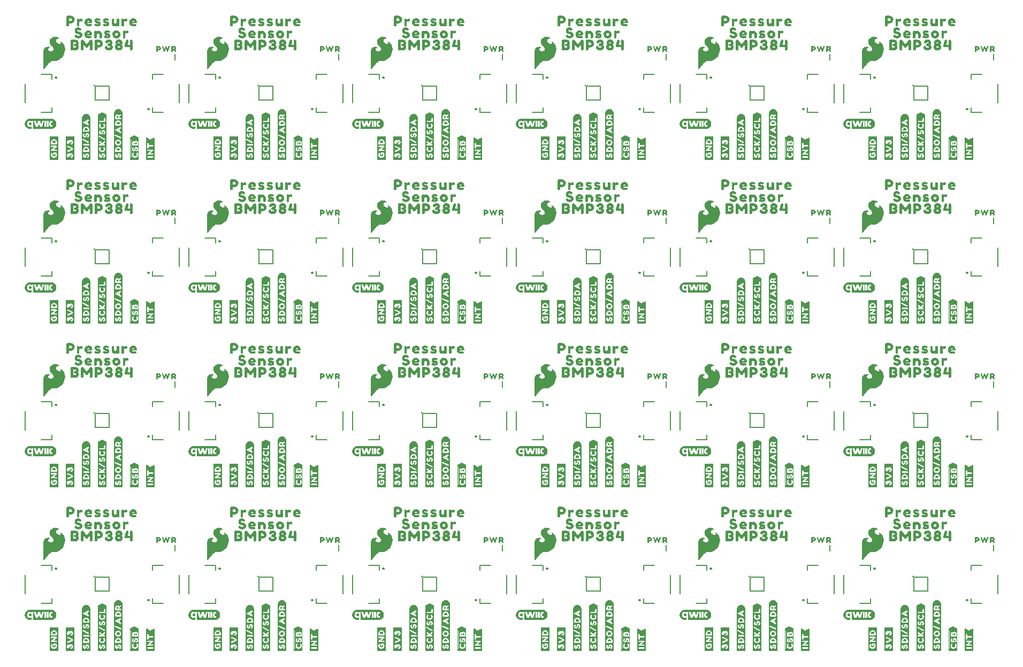
<source format=gto>
G04 EAGLE Gerber RS-274X export*
G75*
%MOMM*%
%FSLAX34Y34*%
%LPD*%
%INSilkscreen Top*%
%IPPOS*%
%AMOC8*
5,1,8,0,0,1.08239X$1,22.5*%
G01*
%ADD10C,0.127000*%
%ADD11C,0.175000*%
%ADD12C,0.203200*%

G36*
X1454438Y539320D02*
X1454438Y539320D01*
X1454446Y539322D01*
X1454646Y539822D01*
X1454642Y539835D01*
X1454649Y539840D01*
X1454649Y613640D01*
X1454646Y613645D01*
X1454649Y613648D01*
X1454549Y614248D01*
X1454449Y614947D01*
X1454441Y614955D01*
X1454444Y614962D01*
X1454146Y615558D01*
X1453947Y616254D01*
X1453942Y616258D01*
X1453944Y616262D01*
X1453644Y616862D01*
X1453637Y616865D01*
X1453638Y616871D01*
X1453238Y617371D01*
X1453234Y617372D01*
X1453235Y617375D01*
X1452235Y618375D01*
X1452231Y618375D01*
X1452231Y618378D01*
X1451731Y618778D01*
X1451727Y618779D01*
X1451727Y618781D01*
X1451127Y619181D01*
X1451123Y619181D01*
X1451122Y619184D01*
X1450522Y619484D01*
X1450517Y619483D01*
X1450516Y619487D01*
X1449916Y619687D01*
X1449914Y619686D01*
X1449914Y619687D01*
X1449214Y619887D01*
X1449210Y619886D01*
X1449208Y619889D01*
X1448608Y619989D01*
X1448607Y619988D01*
X1448607Y619989D01*
X1447907Y620089D01*
X1447898Y620084D01*
X1447893Y620089D01*
X1447193Y619989D01*
X1447192Y619988D01*
X1447192Y619989D01*
X1446592Y619889D01*
X1445893Y619789D01*
X1445888Y619784D01*
X1445884Y619787D01*
X1445284Y619587D01*
X1445283Y619584D01*
X1445281Y619585D01*
X1444581Y619285D01*
X1444576Y619277D01*
X1444569Y619278D01*
X1444071Y618880D01*
X1443473Y618481D01*
X1443472Y618478D01*
X1443469Y618478D01*
X1442969Y618078D01*
X1442967Y618071D01*
X1442962Y618071D01*
X1442562Y617571D01*
X1442561Y617567D01*
X1442559Y617567D01*
X1442160Y616969D01*
X1441762Y616471D01*
X1441761Y616461D01*
X1441755Y616459D01*
X1441455Y615759D01*
X1441456Y615756D01*
X1441453Y615756D01*
X1441253Y615156D01*
X1441254Y615154D01*
X1441253Y615154D01*
X1441053Y614454D01*
X1441056Y614444D01*
X1441051Y614440D01*
X1441051Y613843D01*
X1440951Y613147D01*
X1440954Y613142D01*
X1440951Y613140D01*
X1440951Y539540D01*
X1440980Y539502D01*
X1440982Y539494D01*
X1441482Y539294D01*
X1441495Y539298D01*
X1441500Y539291D01*
X1454400Y539291D01*
X1454438Y539320D01*
G37*
G36*
X418118Y798400D02*
X418118Y798400D01*
X418126Y798402D01*
X418326Y798902D01*
X418322Y798915D01*
X418329Y798920D01*
X418329Y872720D01*
X418326Y872725D01*
X418329Y872728D01*
X418229Y873328D01*
X418129Y874027D01*
X418121Y874035D01*
X418124Y874042D01*
X417826Y874638D01*
X417627Y875334D01*
X417622Y875338D01*
X417624Y875342D01*
X417324Y875942D01*
X417317Y875945D01*
X417318Y875951D01*
X416918Y876451D01*
X416914Y876452D01*
X416915Y876455D01*
X415915Y877455D01*
X415911Y877455D01*
X415911Y877458D01*
X415411Y877858D01*
X415407Y877859D01*
X415407Y877861D01*
X414807Y878261D01*
X414803Y878261D01*
X414802Y878264D01*
X414202Y878564D01*
X414197Y878563D01*
X414196Y878567D01*
X413596Y878767D01*
X413594Y878766D01*
X413594Y878767D01*
X412894Y878967D01*
X412890Y878966D01*
X412888Y878969D01*
X412288Y879069D01*
X412287Y879068D01*
X412287Y879069D01*
X411587Y879169D01*
X411578Y879164D01*
X411573Y879169D01*
X410873Y879069D01*
X410872Y879068D01*
X410872Y879069D01*
X410272Y878969D01*
X409573Y878869D01*
X409568Y878864D01*
X409564Y878867D01*
X408964Y878667D01*
X408963Y878664D01*
X408961Y878665D01*
X408261Y878365D01*
X408256Y878357D01*
X408249Y878358D01*
X407751Y877960D01*
X407153Y877561D01*
X407152Y877558D01*
X407149Y877558D01*
X406649Y877158D01*
X406647Y877151D01*
X406642Y877151D01*
X406242Y876651D01*
X406241Y876647D01*
X406239Y876647D01*
X405840Y876049D01*
X405442Y875551D01*
X405441Y875541D01*
X405435Y875539D01*
X405135Y874839D01*
X405136Y874836D01*
X405133Y874836D01*
X404933Y874236D01*
X404934Y874234D01*
X404933Y874234D01*
X404733Y873534D01*
X404736Y873524D01*
X404731Y873520D01*
X404731Y872923D01*
X404631Y872227D01*
X404634Y872222D01*
X404631Y872220D01*
X404631Y798620D01*
X404660Y798582D01*
X404662Y798574D01*
X405162Y798374D01*
X405175Y798378D01*
X405180Y798371D01*
X418080Y798371D01*
X418118Y798400D01*
G37*
G36*
X1195358Y798400D02*
X1195358Y798400D01*
X1195366Y798402D01*
X1195566Y798902D01*
X1195562Y798915D01*
X1195569Y798920D01*
X1195569Y872720D01*
X1195566Y872725D01*
X1195569Y872728D01*
X1195469Y873328D01*
X1195369Y874027D01*
X1195361Y874035D01*
X1195364Y874042D01*
X1195066Y874638D01*
X1194867Y875334D01*
X1194862Y875338D01*
X1194864Y875342D01*
X1194564Y875942D01*
X1194557Y875945D01*
X1194558Y875951D01*
X1194158Y876451D01*
X1194154Y876452D01*
X1194155Y876455D01*
X1193155Y877455D01*
X1193151Y877455D01*
X1193151Y877458D01*
X1192651Y877858D01*
X1192647Y877859D01*
X1192647Y877861D01*
X1192047Y878261D01*
X1192043Y878261D01*
X1192042Y878264D01*
X1191442Y878564D01*
X1191437Y878563D01*
X1191436Y878567D01*
X1190836Y878767D01*
X1190834Y878766D01*
X1190834Y878767D01*
X1190134Y878967D01*
X1190130Y878966D01*
X1190128Y878969D01*
X1189528Y879069D01*
X1189527Y879068D01*
X1189527Y879069D01*
X1188827Y879169D01*
X1188818Y879164D01*
X1188813Y879169D01*
X1188113Y879069D01*
X1188112Y879068D01*
X1188112Y879069D01*
X1187512Y878969D01*
X1186813Y878869D01*
X1186808Y878864D01*
X1186804Y878867D01*
X1186204Y878667D01*
X1186203Y878664D01*
X1186201Y878665D01*
X1185501Y878365D01*
X1185496Y878357D01*
X1185489Y878358D01*
X1184991Y877960D01*
X1184393Y877561D01*
X1184392Y877558D01*
X1184389Y877558D01*
X1183889Y877158D01*
X1183887Y877151D01*
X1183882Y877151D01*
X1183482Y876651D01*
X1183481Y876647D01*
X1183479Y876647D01*
X1183080Y876049D01*
X1182682Y875551D01*
X1182681Y875541D01*
X1182675Y875539D01*
X1182375Y874839D01*
X1182376Y874836D01*
X1182373Y874836D01*
X1182173Y874236D01*
X1182174Y874234D01*
X1182173Y874234D01*
X1181973Y873534D01*
X1181976Y873524D01*
X1181971Y873520D01*
X1181971Y872923D01*
X1181871Y872227D01*
X1181874Y872222D01*
X1181871Y872220D01*
X1181871Y798620D01*
X1181900Y798582D01*
X1181902Y798574D01*
X1182402Y798374D01*
X1182415Y798378D01*
X1182420Y798371D01*
X1195320Y798371D01*
X1195358Y798400D01*
G37*
G36*
X936278Y539320D02*
X936278Y539320D01*
X936286Y539322D01*
X936486Y539822D01*
X936482Y539835D01*
X936489Y539840D01*
X936489Y613640D01*
X936486Y613645D01*
X936489Y613648D01*
X936389Y614248D01*
X936289Y614947D01*
X936281Y614955D01*
X936284Y614962D01*
X935986Y615558D01*
X935787Y616254D01*
X935782Y616258D01*
X935784Y616262D01*
X935484Y616862D01*
X935477Y616865D01*
X935478Y616871D01*
X935078Y617371D01*
X935074Y617372D01*
X935075Y617375D01*
X934075Y618375D01*
X934071Y618375D01*
X934071Y618378D01*
X933571Y618778D01*
X933567Y618779D01*
X933567Y618781D01*
X932967Y619181D01*
X932963Y619181D01*
X932962Y619184D01*
X932362Y619484D01*
X932357Y619483D01*
X932356Y619487D01*
X931756Y619687D01*
X931754Y619686D01*
X931754Y619687D01*
X931054Y619887D01*
X931050Y619886D01*
X931048Y619889D01*
X930448Y619989D01*
X930447Y619988D01*
X930447Y619989D01*
X929747Y620089D01*
X929738Y620084D01*
X929733Y620089D01*
X929033Y619989D01*
X929032Y619988D01*
X929032Y619989D01*
X928432Y619889D01*
X927733Y619789D01*
X927728Y619784D01*
X927724Y619787D01*
X927124Y619587D01*
X927123Y619584D01*
X927121Y619585D01*
X926421Y619285D01*
X926416Y619277D01*
X926409Y619278D01*
X925911Y618880D01*
X925313Y618481D01*
X925312Y618478D01*
X925309Y618478D01*
X924809Y618078D01*
X924807Y618071D01*
X924802Y618071D01*
X924402Y617571D01*
X924401Y617567D01*
X924399Y617567D01*
X924000Y616969D01*
X923602Y616471D01*
X923601Y616461D01*
X923595Y616459D01*
X923295Y615759D01*
X923296Y615756D01*
X923293Y615756D01*
X923093Y615156D01*
X923094Y615154D01*
X923093Y615154D01*
X922893Y614454D01*
X922896Y614444D01*
X922891Y614440D01*
X922891Y613843D01*
X922791Y613147D01*
X922794Y613142D01*
X922791Y613140D01*
X922791Y539540D01*
X922820Y539502D01*
X922822Y539494D01*
X923322Y539294D01*
X923335Y539298D01*
X923340Y539291D01*
X936240Y539291D01*
X936278Y539320D01*
G37*
G36*
X418118Y539320D02*
X418118Y539320D01*
X418126Y539322D01*
X418326Y539822D01*
X418322Y539835D01*
X418329Y539840D01*
X418329Y613640D01*
X418326Y613645D01*
X418329Y613648D01*
X418229Y614248D01*
X418129Y614947D01*
X418121Y614955D01*
X418124Y614962D01*
X417826Y615558D01*
X417627Y616254D01*
X417622Y616258D01*
X417624Y616262D01*
X417324Y616862D01*
X417317Y616865D01*
X417318Y616871D01*
X416918Y617371D01*
X416914Y617372D01*
X416915Y617375D01*
X415915Y618375D01*
X415911Y618375D01*
X415911Y618378D01*
X415411Y618778D01*
X415407Y618779D01*
X415407Y618781D01*
X414807Y619181D01*
X414803Y619181D01*
X414802Y619184D01*
X414202Y619484D01*
X414197Y619483D01*
X414196Y619487D01*
X413596Y619687D01*
X413594Y619686D01*
X413594Y619687D01*
X412894Y619887D01*
X412890Y619886D01*
X412888Y619889D01*
X412288Y619989D01*
X412287Y619988D01*
X412287Y619989D01*
X411587Y620089D01*
X411578Y620084D01*
X411573Y620089D01*
X410873Y619989D01*
X410872Y619988D01*
X410872Y619989D01*
X410272Y619889D01*
X409573Y619789D01*
X409568Y619784D01*
X409564Y619787D01*
X408964Y619587D01*
X408963Y619584D01*
X408961Y619585D01*
X408261Y619285D01*
X408256Y619277D01*
X408249Y619278D01*
X407751Y618880D01*
X407153Y618481D01*
X407152Y618478D01*
X407149Y618478D01*
X406649Y618078D01*
X406647Y618071D01*
X406642Y618071D01*
X406242Y617571D01*
X406241Y617567D01*
X406239Y617567D01*
X405840Y616969D01*
X405442Y616471D01*
X405441Y616461D01*
X405435Y616459D01*
X405135Y615759D01*
X405136Y615756D01*
X405133Y615756D01*
X404933Y615156D01*
X404934Y615154D01*
X404933Y615154D01*
X404733Y614454D01*
X404736Y614444D01*
X404731Y614440D01*
X404731Y613843D01*
X404631Y613147D01*
X404634Y613142D01*
X404631Y613140D01*
X404631Y539540D01*
X404660Y539502D01*
X404662Y539494D01*
X405162Y539294D01*
X405175Y539298D01*
X405180Y539291D01*
X418080Y539291D01*
X418118Y539320D01*
G37*
G36*
X1195358Y539320D02*
X1195358Y539320D01*
X1195366Y539322D01*
X1195566Y539822D01*
X1195562Y539835D01*
X1195569Y539840D01*
X1195569Y613640D01*
X1195566Y613645D01*
X1195569Y613648D01*
X1195469Y614248D01*
X1195369Y614947D01*
X1195361Y614955D01*
X1195364Y614962D01*
X1195066Y615558D01*
X1194867Y616254D01*
X1194862Y616258D01*
X1194864Y616262D01*
X1194564Y616862D01*
X1194557Y616865D01*
X1194558Y616871D01*
X1194158Y617371D01*
X1194154Y617372D01*
X1194155Y617375D01*
X1193155Y618375D01*
X1193151Y618375D01*
X1193151Y618378D01*
X1192651Y618778D01*
X1192647Y618779D01*
X1192647Y618781D01*
X1192047Y619181D01*
X1192043Y619181D01*
X1192042Y619184D01*
X1191442Y619484D01*
X1191437Y619483D01*
X1191436Y619487D01*
X1190836Y619687D01*
X1190834Y619686D01*
X1190834Y619687D01*
X1190134Y619887D01*
X1190130Y619886D01*
X1190128Y619889D01*
X1189528Y619989D01*
X1189527Y619988D01*
X1189527Y619989D01*
X1188827Y620089D01*
X1188818Y620084D01*
X1188813Y620089D01*
X1188113Y619989D01*
X1188112Y619988D01*
X1188112Y619989D01*
X1187512Y619889D01*
X1186813Y619789D01*
X1186808Y619784D01*
X1186804Y619787D01*
X1186204Y619587D01*
X1186203Y619584D01*
X1186201Y619585D01*
X1185501Y619285D01*
X1185496Y619277D01*
X1185489Y619278D01*
X1184991Y618880D01*
X1184393Y618481D01*
X1184392Y618478D01*
X1184389Y618478D01*
X1183889Y618078D01*
X1183887Y618071D01*
X1183882Y618071D01*
X1183482Y617571D01*
X1183481Y617567D01*
X1183479Y617567D01*
X1183080Y616969D01*
X1182682Y616471D01*
X1182681Y616461D01*
X1182675Y616459D01*
X1182375Y615759D01*
X1182376Y615756D01*
X1182373Y615756D01*
X1182173Y615156D01*
X1182174Y615154D01*
X1182173Y615154D01*
X1181973Y614454D01*
X1181976Y614444D01*
X1181971Y614440D01*
X1181971Y613843D01*
X1181871Y613147D01*
X1181874Y613142D01*
X1181871Y613140D01*
X1181871Y539540D01*
X1181900Y539502D01*
X1181902Y539494D01*
X1182402Y539294D01*
X1182415Y539298D01*
X1182420Y539291D01*
X1195320Y539291D01*
X1195358Y539320D01*
G37*
G36*
X936278Y21160D02*
X936278Y21160D01*
X936286Y21162D01*
X936486Y21662D01*
X936482Y21675D01*
X936489Y21680D01*
X936489Y95480D01*
X936486Y95485D01*
X936489Y95488D01*
X936389Y96088D01*
X936289Y96787D01*
X936281Y96795D01*
X936284Y96802D01*
X935986Y97398D01*
X935787Y98094D01*
X935782Y98098D01*
X935784Y98102D01*
X935484Y98702D01*
X935477Y98705D01*
X935478Y98711D01*
X935078Y99211D01*
X935074Y99212D01*
X935075Y99215D01*
X934075Y100215D01*
X934071Y100215D01*
X934071Y100218D01*
X933571Y100618D01*
X933567Y100619D01*
X933567Y100621D01*
X932967Y101021D01*
X932963Y101021D01*
X932962Y101024D01*
X932362Y101324D01*
X932357Y101323D01*
X932356Y101327D01*
X931756Y101527D01*
X931754Y101526D01*
X931754Y101527D01*
X931054Y101727D01*
X931050Y101726D01*
X931048Y101729D01*
X930448Y101829D01*
X930447Y101828D01*
X930447Y101829D01*
X929747Y101929D01*
X929738Y101924D01*
X929733Y101929D01*
X929033Y101829D01*
X929032Y101828D01*
X929032Y101829D01*
X928432Y101729D01*
X927733Y101629D01*
X927728Y101624D01*
X927724Y101627D01*
X927124Y101427D01*
X927123Y101424D01*
X927121Y101425D01*
X926421Y101125D01*
X926416Y101117D01*
X926409Y101118D01*
X925911Y100720D01*
X925313Y100321D01*
X925312Y100318D01*
X925309Y100318D01*
X924809Y99918D01*
X924807Y99911D01*
X924802Y99911D01*
X924402Y99411D01*
X924401Y99407D01*
X924399Y99407D01*
X924000Y98809D01*
X923602Y98311D01*
X923601Y98301D01*
X923595Y98299D01*
X923295Y97599D01*
X923296Y97596D01*
X923293Y97596D01*
X923093Y96996D01*
X923094Y96994D01*
X923093Y96994D01*
X922893Y96294D01*
X922896Y96284D01*
X922891Y96280D01*
X922891Y95683D01*
X922791Y94987D01*
X922794Y94982D01*
X922791Y94980D01*
X922791Y21380D01*
X922820Y21342D01*
X922822Y21334D01*
X923322Y21134D01*
X923335Y21138D01*
X923340Y21131D01*
X936240Y21131D01*
X936278Y21160D01*
G37*
G36*
X677198Y539320D02*
X677198Y539320D01*
X677206Y539322D01*
X677406Y539822D01*
X677402Y539835D01*
X677409Y539840D01*
X677409Y613640D01*
X677406Y613645D01*
X677409Y613648D01*
X677309Y614248D01*
X677209Y614947D01*
X677201Y614955D01*
X677204Y614962D01*
X676906Y615558D01*
X676707Y616254D01*
X676702Y616258D01*
X676704Y616262D01*
X676404Y616862D01*
X676397Y616865D01*
X676398Y616871D01*
X675998Y617371D01*
X675994Y617372D01*
X675995Y617375D01*
X674995Y618375D01*
X674991Y618375D01*
X674991Y618378D01*
X674491Y618778D01*
X674487Y618779D01*
X674487Y618781D01*
X673887Y619181D01*
X673883Y619181D01*
X673882Y619184D01*
X673282Y619484D01*
X673277Y619483D01*
X673276Y619487D01*
X672676Y619687D01*
X672674Y619686D01*
X672674Y619687D01*
X671974Y619887D01*
X671970Y619886D01*
X671968Y619889D01*
X671368Y619989D01*
X671367Y619988D01*
X671367Y619989D01*
X670667Y620089D01*
X670658Y620084D01*
X670653Y620089D01*
X669953Y619989D01*
X669952Y619988D01*
X669952Y619989D01*
X669352Y619889D01*
X668653Y619789D01*
X668648Y619784D01*
X668644Y619787D01*
X668044Y619587D01*
X668043Y619584D01*
X668041Y619585D01*
X667341Y619285D01*
X667336Y619277D01*
X667329Y619278D01*
X666831Y618880D01*
X666233Y618481D01*
X666232Y618478D01*
X666229Y618478D01*
X665729Y618078D01*
X665727Y618071D01*
X665722Y618071D01*
X665322Y617571D01*
X665321Y617567D01*
X665319Y617567D01*
X664920Y616969D01*
X664522Y616471D01*
X664521Y616461D01*
X664515Y616459D01*
X664215Y615759D01*
X664216Y615756D01*
X664213Y615756D01*
X664013Y615156D01*
X664014Y615154D01*
X664013Y615154D01*
X663813Y614454D01*
X663816Y614444D01*
X663811Y614440D01*
X663811Y613843D01*
X663711Y613147D01*
X663714Y613142D01*
X663711Y613140D01*
X663711Y539540D01*
X663740Y539502D01*
X663742Y539494D01*
X664242Y539294D01*
X664255Y539298D01*
X664260Y539291D01*
X677160Y539291D01*
X677198Y539320D01*
G37*
G36*
X677198Y21160D02*
X677198Y21160D01*
X677206Y21162D01*
X677406Y21662D01*
X677402Y21675D01*
X677409Y21680D01*
X677409Y95480D01*
X677406Y95485D01*
X677409Y95488D01*
X677309Y96088D01*
X677209Y96787D01*
X677201Y96795D01*
X677204Y96802D01*
X676906Y97398D01*
X676707Y98094D01*
X676702Y98098D01*
X676704Y98102D01*
X676404Y98702D01*
X676397Y98705D01*
X676398Y98711D01*
X675998Y99211D01*
X675994Y99212D01*
X675995Y99215D01*
X674995Y100215D01*
X674991Y100215D01*
X674991Y100218D01*
X674491Y100618D01*
X674487Y100619D01*
X674487Y100621D01*
X673887Y101021D01*
X673883Y101021D01*
X673882Y101024D01*
X673282Y101324D01*
X673277Y101323D01*
X673276Y101327D01*
X672676Y101527D01*
X672674Y101526D01*
X672674Y101527D01*
X671974Y101727D01*
X671970Y101726D01*
X671968Y101729D01*
X671368Y101829D01*
X671367Y101828D01*
X671367Y101829D01*
X670667Y101929D01*
X670658Y101924D01*
X670653Y101929D01*
X669953Y101829D01*
X669952Y101828D01*
X669952Y101829D01*
X669352Y101729D01*
X668653Y101629D01*
X668648Y101624D01*
X668644Y101627D01*
X668044Y101427D01*
X668043Y101424D01*
X668041Y101425D01*
X667341Y101125D01*
X667336Y101117D01*
X667329Y101118D01*
X666831Y100720D01*
X666233Y100321D01*
X666232Y100318D01*
X666229Y100318D01*
X665729Y99918D01*
X665727Y99911D01*
X665722Y99911D01*
X665322Y99411D01*
X665321Y99407D01*
X665319Y99407D01*
X664920Y98809D01*
X664522Y98311D01*
X664521Y98301D01*
X664515Y98299D01*
X664215Y97599D01*
X664216Y97596D01*
X664213Y97596D01*
X664013Y96996D01*
X664014Y96994D01*
X664013Y96994D01*
X663813Y96294D01*
X663816Y96284D01*
X663811Y96280D01*
X663811Y95683D01*
X663711Y94987D01*
X663714Y94982D01*
X663711Y94980D01*
X663711Y21380D01*
X663740Y21342D01*
X663742Y21334D01*
X664242Y21134D01*
X664255Y21138D01*
X664260Y21131D01*
X677160Y21131D01*
X677198Y21160D01*
G37*
G36*
X418118Y21160D02*
X418118Y21160D01*
X418126Y21162D01*
X418326Y21662D01*
X418322Y21675D01*
X418329Y21680D01*
X418329Y95480D01*
X418326Y95485D01*
X418329Y95488D01*
X418229Y96088D01*
X418129Y96787D01*
X418121Y96795D01*
X418124Y96802D01*
X417826Y97398D01*
X417627Y98094D01*
X417622Y98098D01*
X417624Y98102D01*
X417324Y98702D01*
X417317Y98705D01*
X417318Y98711D01*
X416918Y99211D01*
X416914Y99212D01*
X416915Y99215D01*
X415915Y100215D01*
X415911Y100215D01*
X415911Y100218D01*
X415411Y100618D01*
X415407Y100619D01*
X415407Y100621D01*
X414807Y101021D01*
X414803Y101021D01*
X414802Y101024D01*
X414202Y101324D01*
X414197Y101323D01*
X414196Y101327D01*
X413596Y101527D01*
X413594Y101526D01*
X413594Y101527D01*
X412894Y101727D01*
X412890Y101726D01*
X412888Y101729D01*
X412288Y101829D01*
X412287Y101828D01*
X412287Y101829D01*
X411587Y101929D01*
X411578Y101924D01*
X411573Y101929D01*
X410873Y101829D01*
X410872Y101828D01*
X410872Y101829D01*
X410272Y101729D01*
X409573Y101629D01*
X409568Y101624D01*
X409564Y101627D01*
X408964Y101427D01*
X408963Y101424D01*
X408961Y101425D01*
X408261Y101125D01*
X408256Y101117D01*
X408249Y101118D01*
X407751Y100720D01*
X407153Y100321D01*
X407152Y100318D01*
X407149Y100318D01*
X406649Y99918D01*
X406647Y99911D01*
X406642Y99911D01*
X406242Y99411D01*
X406241Y99407D01*
X406239Y99407D01*
X405840Y98809D01*
X405442Y98311D01*
X405441Y98301D01*
X405435Y98299D01*
X405135Y97599D01*
X405136Y97596D01*
X405133Y97596D01*
X404933Y96996D01*
X404934Y96994D01*
X404933Y96994D01*
X404733Y96294D01*
X404736Y96284D01*
X404731Y96280D01*
X404731Y95683D01*
X404631Y94987D01*
X404634Y94982D01*
X404631Y94980D01*
X404631Y21380D01*
X404660Y21342D01*
X404662Y21334D01*
X405162Y21134D01*
X405175Y21138D01*
X405180Y21131D01*
X418080Y21131D01*
X418118Y21160D01*
G37*
G36*
X1454438Y21160D02*
X1454438Y21160D01*
X1454446Y21162D01*
X1454646Y21662D01*
X1454642Y21675D01*
X1454649Y21680D01*
X1454649Y95480D01*
X1454646Y95485D01*
X1454649Y95488D01*
X1454549Y96088D01*
X1454449Y96787D01*
X1454441Y96795D01*
X1454444Y96802D01*
X1454146Y97398D01*
X1453947Y98094D01*
X1453942Y98098D01*
X1453944Y98102D01*
X1453644Y98702D01*
X1453637Y98705D01*
X1453638Y98711D01*
X1453238Y99211D01*
X1453234Y99212D01*
X1453235Y99215D01*
X1452235Y100215D01*
X1452231Y100215D01*
X1452231Y100218D01*
X1451731Y100618D01*
X1451727Y100619D01*
X1451727Y100621D01*
X1451127Y101021D01*
X1451123Y101021D01*
X1451122Y101024D01*
X1450522Y101324D01*
X1450517Y101323D01*
X1450516Y101327D01*
X1449916Y101527D01*
X1449914Y101526D01*
X1449914Y101527D01*
X1449214Y101727D01*
X1449210Y101726D01*
X1449208Y101729D01*
X1448608Y101829D01*
X1448607Y101828D01*
X1448607Y101829D01*
X1447907Y101929D01*
X1447898Y101924D01*
X1447893Y101929D01*
X1447193Y101829D01*
X1447192Y101828D01*
X1447192Y101829D01*
X1446592Y101729D01*
X1445893Y101629D01*
X1445888Y101624D01*
X1445884Y101627D01*
X1445284Y101427D01*
X1445283Y101424D01*
X1445281Y101425D01*
X1444581Y101125D01*
X1444576Y101117D01*
X1444569Y101118D01*
X1444071Y100720D01*
X1443473Y100321D01*
X1443472Y100318D01*
X1443469Y100318D01*
X1442969Y99918D01*
X1442967Y99911D01*
X1442962Y99911D01*
X1442562Y99411D01*
X1442561Y99407D01*
X1442559Y99407D01*
X1442160Y98809D01*
X1441762Y98311D01*
X1441761Y98301D01*
X1441755Y98299D01*
X1441455Y97599D01*
X1441456Y97596D01*
X1441453Y97596D01*
X1441253Y96996D01*
X1441254Y96994D01*
X1441253Y96994D01*
X1441053Y96294D01*
X1441056Y96284D01*
X1441051Y96280D01*
X1441051Y95683D01*
X1440951Y94987D01*
X1440954Y94982D01*
X1440951Y94980D01*
X1440951Y21380D01*
X1440980Y21342D01*
X1440982Y21334D01*
X1441482Y21134D01*
X1441495Y21138D01*
X1441500Y21131D01*
X1454400Y21131D01*
X1454438Y21160D01*
G37*
G36*
X1195358Y21160D02*
X1195358Y21160D01*
X1195366Y21162D01*
X1195566Y21662D01*
X1195562Y21675D01*
X1195569Y21680D01*
X1195569Y95480D01*
X1195566Y95485D01*
X1195569Y95488D01*
X1195469Y96088D01*
X1195369Y96787D01*
X1195361Y96795D01*
X1195364Y96802D01*
X1195066Y97398D01*
X1194867Y98094D01*
X1194862Y98098D01*
X1194864Y98102D01*
X1194564Y98702D01*
X1194557Y98705D01*
X1194558Y98711D01*
X1194158Y99211D01*
X1194154Y99212D01*
X1194155Y99215D01*
X1193155Y100215D01*
X1193151Y100215D01*
X1193151Y100218D01*
X1192651Y100618D01*
X1192647Y100619D01*
X1192647Y100621D01*
X1192047Y101021D01*
X1192043Y101021D01*
X1192042Y101024D01*
X1191442Y101324D01*
X1191437Y101323D01*
X1191436Y101327D01*
X1190836Y101527D01*
X1190834Y101526D01*
X1190834Y101527D01*
X1190134Y101727D01*
X1190130Y101726D01*
X1190128Y101729D01*
X1189528Y101829D01*
X1189527Y101828D01*
X1189527Y101829D01*
X1188827Y101929D01*
X1188818Y101924D01*
X1188813Y101929D01*
X1188113Y101829D01*
X1188112Y101828D01*
X1188112Y101829D01*
X1187512Y101729D01*
X1186813Y101629D01*
X1186808Y101624D01*
X1186804Y101627D01*
X1186204Y101427D01*
X1186203Y101424D01*
X1186201Y101425D01*
X1185501Y101125D01*
X1185496Y101117D01*
X1185489Y101118D01*
X1184991Y100720D01*
X1184393Y100321D01*
X1184392Y100318D01*
X1184389Y100318D01*
X1183889Y99918D01*
X1183887Y99911D01*
X1183882Y99911D01*
X1183482Y99411D01*
X1183481Y99407D01*
X1183479Y99407D01*
X1183080Y98809D01*
X1182682Y98311D01*
X1182681Y98301D01*
X1182675Y98299D01*
X1182375Y97599D01*
X1182376Y97596D01*
X1182373Y97596D01*
X1182173Y96996D01*
X1182174Y96994D01*
X1182173Y96994D01*
X1181973Y96294D01*
X1181976Y96284D01*
X1181971Y96280D01*
X1181971Y95683D01*
X1181871Y94987D01*
X1181874Y94982D01*
X1181871Y94980D01*
X1181871Y21380D01*
X1181900Y21342D01*
X1181902Y21334D01*
X1182402Y21134D01*
X1182415Y21138D01*
X1182420Y21131D01*
X1195320Y21131D01*
X1195358Y21160D01*
G37*
G36*
X159038Y539320D02*
X159038Y539320D01*
X159046Y539322D01*
X159246Y539822D01*
X159242Y539835D01*
X159249Y539840D01*
X159249Y613640D01*
X159246Y613645D01*
X159249Y613648D01*
X159149Y614248D01*
X159049Y614947D01*
X159041Y614955D01*
X159044Y614962D01*
X158746Y615558D01*
X158547Y616254D01*
X158542Y616258D01*
X158544Y616262D01*
X158244Y616862D01*
X158237Y616865D01*
X158238Y616871D01*
X157838Y617371D01*
X157834Y617372D01*
X157835Y617375D01*
X156835Y618375D01*
X156831Y618375D01*
X156831Y618378D01*
X156331Y618778D01*
X156327Y618779D01*
X156327Y618781D01*
X155727Y619181D01*
X155723Y619181D01*
X155722Y619184D01*
X155122Y619484D01*
X155117Y619483D01*
X155116Y619487D01*
X154516Y619687D01*
X154514Y619686D01*
X154514Y619687D01*
X153814Y619887D01*
X153810Y619886D01*
X153808Y619889D01*
X153208Y619989D01*
X153207Y619988D01*
X153207Y619989D01*
X152507Y620089D01*
X152498Y620084D01*
X152493Y620089D01*
X151793Y619989D01*
X151792Y619988D01*
X151792Y619989D01*
X151192Y619889D01*
X150493Y619789D01*
X150488Y619784D01*
X150484Y619787D01*
X149884Y619587D01*
X149883Y619584D01*
X149881Y619585D01*
X149181Y619285D01*
X149176Y619277D01*
X149169Y619278D01*
X148671Y618880D01*
X148073Y618481D01*
X148072Y618478D01*
X148069Y618478D01*
X147569Y618078D01*
X147567Y618071D01*
X147562Y618071D01*
X147162Y617571D01*
X147161Y617567D01*
X147159Y617567D01*
X146760Y616969D01*
X146362Y616471D01*
X146361Y616461D01*
X146355Y616459D01*
X146055Y615759D01*
X146056Y615756D01*
X146053Y615756D01*
X145853Y615156D01*
X145854Y615154D01*
X145853Y615154D01*
X145653Y614454D01*
X145656Y614444D01*
X145651Y614440D01*
X145651Y613843D01*
X145551Y613147D01*
X145554Y613142D01*
X145551Y613140D01*
X145551Y539540D01*
X145580Y539502D01*
X145582Y539494D01*
X146082Y539294D01*
X146095Y539298D01*
X146100Y539291D01*
X159000Y539291D01*
X159038Y539320D01*
G37*
G36*
X159038Y21160D02*
X159038Y21160D01*
X159046Y21162D01*
X159246Y21662D01*
X159242Y21675D01*
X159249Y21680D01*
X159249Y95480D01*
X159246Y95485D01*
X159249Y95488D01*
X159149Y96088D01*
X159049Y96787D01*
X159041Y96795D01*
X159044Y96802D01*
X158746Y97398D01*
X158547Y98094D01*
X158542Y98098D01*
X158544Y98102D01*
X158244Y98702D01*
X158237Y98705D01*
X158238Y98711D01*
X157838Y99211D01*
X157834Y99212D01*
X157835Y99215D01*
X156835Y100215D01*
X156831Y100215D01*
X156831Y100218D01*
X156331Y100618D01*
X156327Y100619D01*
X156327Y100621D01*
X155727Y101021D01*
X155723Y101021D01*
X155722Y101024D01*
X155122Y101324D01*
X155117Y101323D01*
X155116Y101327D01*
X154516Y101527D01*
X154514Y101526D01*
X154514Y101527D01*
X153814Y101727D01*
X153810Y101726D01*
X153808Y101729D01*
X153208Y101829D01*
X153207Y101828D01*
X153207Y101829D01*
X152507Y101929D01*
X152498Y101924D01*
X152493Y101929D01*
X151793Y101829D01*
X151792Y101828D01*
X151792Y101829D01*
X151192Y101729D01*
X150493Y101629D01*
X150488Y101624D01*
X150484Y101627D01*
X149884Y101427D01*
X149883Y101424D01*
X149881Y101425D01*
X149181Y101125D01*
X149176Y101117D01*
X149169Y101118D01*
X148671Y100720D01*
X148073Y100321D01*
X148072Y100318D01*
X148069Y100318D01*
X147569Y99918D01*
X147567Y99911D01*
X147562Y99911D01*
X147162Y99411D01*
X147161Y99407D01*
X147159Y99407D01*
X146760Y98809D01*
X146362Y98311D01*
X146361Y98301D01*
X146355Y98299D01*
X146055Y97599D01*
X146056Y97596D01*
X146053Y97596D01*
X145853Y96996D01*
X145854Y96994D01*
X145853Y96994D01*
X145653Y96294D01*
X145656Y96284D01*
X145651Y96280D01*
X145651Y95683D01*
X145551Y94987D01*
X145554Y94982D01*
X145551Y94980D01*
X145551Y21380D01*
X145580Y21342D01*
X145582Y21334D01*
X146082Y21134D01*
X146095Y21138D01*
X146100Y21131D01*
X159000Y21131D01*
X159038Y21160D01*
G37*
G36*
X1454438Y280240D02*
X1454438Y280240D01*
X1454446Y280242D01*
X1454646Y280742D01*
X1454642Y280755D01*
X1454649Y280760D01*
X1454649Y354560D01*
X1454646Y354565D01*
X1454649Y354568D01*
X1454549Y355168D01*
X1454449Y355867D01*
X1454441Y355875D01*
X1454444Y355882D01*
X1454146Y356478D01*
X1453947Y357174D01*
X1453942Y357178D01*
X1453944Y357182D01*
X1453644Y357782D01*
X1453637Y357785D01*
X1453638Y357791D01*
X1453238Y358291D01*
X1453234Y358292D01*
X1453235Y358295D01*
X1452235Y359295D01*
X1452231Y359295D01*
X1452231Y359298D01*
X1451731Y359698D01*
X1451727Y359699D01*
X1451727Y359701D01*
X1451127Y360101D01*
X1451123Y360101D01*
X1451122Y360104D01*
X1450522Y360404D01*
X1450517Y360403D01*
X1450516Y360407D01*
X1449916Y360607D01*
X1449914Y360606D01*
X1449914Y360607D01*
X1449214Y360807D01*
X1449210Y360806D01*
X1449208Y360809D01*
X1448608Y360909D01*
X1448607Y360908D01*
X1448607Y360909D01*
X1447907Y361009D01*
X1447898Y361004D01*
X1447893Y361009D01*
X1447193Y360909D01*
X1447192Y360908D01*
X1447192Y360909D01*
X1446592Y360809D01*
X1445893Y360709D01*
X1445888Y360704D01*
X1445884Y360707D01*
X1445284Y360507D01*
X1445283Y360504D01*
X1445281Y360505D01*
X1444581Y360205D01*
X1444576Y360197D01*
X1444569Y360198D01*
X1444071Y359800D01*
X1443473Y359401D01*
X1443472Y359398D01*
X1443469Y359398D01*
X1442969Y358998D01*
X1442967Y358991D01*
X1442962Y358991D01*
X1442562Y358491D01*
X1442561Y358487D01*
X1442559Y358487D01*
X1442160Y357889D01*
X1441762Y357391D01*
X1441761Y357381D01*
X1441755Y357379D01*
X1441455Y356679D01*
X1441456Y356676D01*
X1441453Y356676D01*
X1441253Y356076D01*
X1441254Y356074D01*
X1441253Y356074D01*
X1441053Y355374D01*
X1441056Y355364D01*
X1441051Y355360D01*
X1441051Y354763D01*
X1440951Y354067D01*
X1440954Y354062D01*
X1440951Y354060D01*
X1440951Y280460D01*
X1440980Y280422D01*
X1440982Y280414D01*
X1441482Y280214D01*
X1441495Y280218D01*
X1441500Y280211D01*
X1454400Y280211D01*
X1454438Y280240D01*
G37*
G36*
X936278Y280240D02*
X936278Y280240D01*
X936286Y280242D01*
X936486Y280742D01*
X936482Y280755D01*
X936489Y280760D01*
X936489Y354560D01*
X936486Y354565D01*
X936489Y354568D01*
X936389Y355168D01*
X936289Y355867D01*
X936281Y355875D01*
X936284Y355882D01*
X935986Y356478D01*
X935787Y357174D01*
X935782Y357178D01*
X935784Y357182D01*
X935484Y357782D01*
X935477Y357785D01*
X935478Y357791D01*
X935078Y358291D01*
X935074Y358292D01*
X935075Y358295D01*
X934075Y359295D01*
X934071Y359295D01*
X934071Y359298D01*
X933571Y359698D01*
X933567Y359699D01*
X933567Y359701D01*
X932967Y360101D01*
X932963Y360101D01*
X932962Y360104D01*
X932362Y360404D01*
X932357Y360403D01*
X932356Y360407D01*
X931756Y360607D01*
X931754Y360606D01*
X931754Y360607D01*
X931054Y360807D01*
X931050Y360806D01*
X931048Y360809D01*
X930448Y360909D01*
X930447Y360908D01*
X930447Y360909D01*
X929747Y361009D01*
X929738Y361004D01*
X929733Y361009D01*
X929033Y360909D01*
X929032Y360908D01*
X929032Y360909D01*
X928432Y360809D01*
X927733Y360709D01*
X927728Y360704D01*
X927724Y360707D01*
X927124Y360507D01*
X927123Y360504D01*
X927121Y360505D01*
X926421Y360205D01*
X926416Y360197D01*
X926409Y360198D01*
X925911Y359800D01*
X925313Y359401D01*
X925312Y359398D01*
X925309Y359398D01*
X924809Y358998D01*
X924807Y358991D01*
X924802Y358991D01*
X924402Y358491D01*
X924401Y358487D01*
X924399Y358487D01*
X924000Y357889D01*
X923602Y357391D01*
X923601Y357381D01*
X923595Y357379D01*
X923295Y356679D01*
X923296Y356676D01*
X923293Y356676D01*
X923093Y356076D01*
X923094Y356074D01*
X923093Y356074D01*
X922893Y355374D01*
X922896Y355364D01*
X922891Y355360D01*
X922891Y354763D01*
X922791Y354067D01*
X922794Y354062D01*
X922791Y354060D01*
X922791Y280460D01*
X922820Y280422D01*
X922822Y280414D01*
X923322Y280214D01*
X923335Y280218D01*
X923340Y280211D01*
X936240Y280211D01*
X936278Y280240D01*
G37*
G36*
X159038Y280240D02*
X159038Y280240D01*
X159046Y280242D01*
X159246Y280742D01*
X159242Y280755D01*
X159249Y280760D01*
X159249Y354560D01*
X159246Y354565D01*
X159249Y354568D01*
X159149Y355168D01*
X159049Y355867D01*
X159041Y355875D01*
X159044Y355882D01*
X158746Y356478D01*
X158547Y357174D01*
X158542Y357178D01*
X158544Y357182D01*
X158244Y357782D01*
X158237Y357785D01*
X158238Y357791D01*
X157838Y358291D01*
X157834Y358292D01*
X157835Y358295D01*
X156835Y359295D01*
X156831Y359295D01*
X156831Y359298D01*
X156331Y359698D01*
X156327Y359699D01*
X156327Y359701D01*
X155727Y360101D01*
X155723Y360101D01*
X155722Y360104D01*
X155122Y360404D01*
X155117Y360403D01*
X155116Y360407D01*
X154516Y360607D01*
X154514Y360606D01*
X154514Y360607D01*
X153814Y360807D01*
X153810Y360806D01*
X153808Y360809D01*
X153208Y360909D01*
X153207Y360908D01*
X153207Y360909D01*
X152507Y361009D01*
X152498Y361004D01*
X152493Y361009D01*
X151793Y360909D01*
X151792Y360908D01*
X151792Y360909D01*
X151192Y360809D01*
X150493Y360709D01*
X150488Y360704D01*
X150484Y360707D01*
X149884Y360507D01*
X149883Y360504D01*
X149881Y360505D01*
X149181Y360205D01*
X149176Y360197D01*
X149169Y360198D01*
X148671Y359800D01*
X148073Y359401D01*
X148072Y359398D01*
X148069Y359398D01*
X147569Y358998D01*
X147567Y358991D01*
X147562Y358991D01*
X147162Y358491D01*
X147161Y358487D01*
X147159Y358487D01*
X146760Y357889D01*
X146362Y357391D01*
X146361Y357381D01*
X146355Y357379D01*
X146055Y356679D01*
X146056Y356676D01*
X146053Y356676D01*
X145853Y356076D01*
X145854Y356074D01*
X145853Y356074D01*
X145653Y355374D01*
X145656Y355364D01*
X145651Y355360D01*
X145651Y354763D01*
X145551Y354067D01*
X145554Y354062D01*
X145551Y354060D01*
X145551Y280460D01*
X145580Y280422D01*
X145582Y280414D01*
X146082Y280214D01*
X146095Y280218D01*
X146100Y280211D01*
X159000Y280211D01*
X159038Y280240D01*
G37*
G36*
X418118Y280240D02*
X418118Y280240D01*
X418126Y280242D01*
X418326Y280742D01*
X418322Y280755D01*
X418329Y280760D01*
X418329Y354560D01*
X418326Y354565D01*
X418329Y354568D01*
X418229Y355168D01*
X418129Y355867D01*
X418121Y355875D01*
X418124Y355882D01*
X417826Y356478D01*
X417627Y357174D01*
X417622Y357178D01*
X417624Y357182D01*
X417324Y357782D01*
X417317Y357785D01*
X417318Y357791D01*
X416918Y358291D01*
X416914Y358292D01*
X416915Y358295D01*
X415915Y359295D01*
X415911Y359295D01*
X415911Y359298D01*
X415411Y359698D01*
X415407Y359699D01*
X415407Y359701D01*
X414807Y360101D01*
X414803Y360101D01*
X414802Y360104D01*
X414202Y360404D01*
X414197Y360403D01*
X414196Y360407D01*
X413596Y360607D01*
X413594Y360606D01*
X413594Y360607D01*
X412894Y360807D01*
X412890Y360806D01*
X412888Y360809D01*
X412288Y360909D01*
X412287Y360908D01*
X412287Y360909D01*
X411587Y361009D01*
X411578Y361004D01*
X411573Y361009D01*
X410873Y360909D01*
X410872Y360908D01*
X410872Y360909D01*
X410272Y360809D01*
X409573Y360709D01*
X409568Y360704D01*
X409564Y360707D01*
X408964Y360507D01*
X408963Y360504D01*
X408961Y360505D01*
X408261Y360205D01*
X408256Y360197D01*
X408249Y360198D01*
X407751Y359800D01*
X407153Y359401D01*
X407152Y359398D01*
X407149Y359398D01*
X406649Y358998D01*
X406647Y358991D01*
X406642Y358991D01*
X406242Y358491D01*
X406241Y358487D01*
X406239Y358487D01*
X405840Y357889D01*
X405442Y357391D01*
X405441Y357381D01*
X405435Y357379D01*
X405135Y356679D01*
X405136Y356676D01*
X405133Y356676D01*
X404933Y356076D01*
X404934Y356074D01*
X404933Y356074D01*
X404733Y355374D01*
X404736Y355364D01*
X404731Y355360D01*
X404731Y354763D01*
X404631Y354067D01*
X404634Y354062D01*
X404631Y354060D01*
X404631Y280460D01*
X404660Y280422D01*
X404662Y280414D01*
X405162Y280214D01*
X405175Y280218D01*
X405180Y280211D01*
X418080Y280211D01*
X418118Y280240D01*
G37*
G36*
X159038Y798400D02*
X159038Y798400D01*
X159046Y798402D01*
X159246Y798902D01*
X159242Y798915D01*
X159249Y798920D01*
X159249Y872720D01*
X159246Y872725D01*
X159249Y872728D01*
X159149Y873328D01*
X159049Y874027D01*
X159041Y874035D01*
X159044Y874042D01*
X158746Y874638D01*
X158547Y875334D01*
X158542Y875338D01*
X158544Y875342D01*
X158244Y875942D01*
X158237Y875945D01*
X158238Y875951D01*
X157838Y876451D01*
X157834Y876452D01*
X157835Y876455D01*
X156835Y877455D01*
X156831Y877455D01*
X156831Y877458D01*
X156331Y877858D01*
X156327Y877859D01*
X156327Y877861D01*
X155727Y878261D01*
X155723Y878261D01*
X155722Y878264D01*
X155122Y878564D01*
X155117Y878563D01*
X155116Y878567D01*
X154516Y878767D01*
X154514Y878766D01*
X154514Y878767D01*
X153814Y878967D01*
X153810Y878966D01*
X153808Y878969D01*
X153208Y879069D01*
X153207Y879068D01*
X153207Y879069D01*
X152507Y879169D01*
X152498Y879164D01*
X152493Y879169D01*
X151793Y879069D01*
X151792Y879068D01*
X151792Y879069D01*
X151192Y878969D01*
X150493Y878869D01*
X150488Y878864D01*
X150484Y878867D01*
X149884Y878667D01*
X149883Y878664D01*
X149881Y878665D01*
X149181Y878365D01*
X149176Y878357D01*
X149169Y878358D01*
X148671Y877960D01*
X148073Y877561D01*
X148072Y877558D01*
X148069Y877558D01*
X147569Y877158D01*
X147567Y877151D01*
X147562Y877151D01*
X147162Y876651D01*
X147161Y876647D01*
X147159Y876647D01*
X146760Y876049D01*
X146362Y875551D01*
X146361Y875541D01*
X146355Y875539D01*
X146055Y874839D01*
X146056Y874836D01*
X146053Y874836D01*
X145853Y874236D01*
X145854Y874234D01*
X145853Y874234D01*
X145653Y873534D01*
X145656Y873524D01*
X145651Y873520D01*
X145651Y872923D01*
X145551Y872227D01*
X145554Y872222D01*
X145551Y872220D01*
X145551Y798620D01*
X145580Y798582D01*
X145582Y798574D01*
X146082Y798374D01*
X146095Y798378D01*
X146100Y798371D01*
X159000Y798371D01*
X159038Y798400D01*
G37*
G36*
X1454438Y798400D02*
X1454438Y798400D01*
X1454446Y798402D01*
X1454646Y798902D01*
X1454642Y798915D01*
X1454649Y798920D01*
X1454649Y872720D01*
X1454646Y872725D01*
X1454649Y872728D01*
X1454549Y873328D01*
X1454449Y874027D01*
X1454441Y874035D01*
X1454444Y874042D01*
X1454146Y874638D01*
X1453947Y875334D01*
X1453942Y875338D01*
X1453944Y875342D01*
X1453644Y875942D01*
X1453637Y875945D01*
X1453638Y875951D01*
X1453238Y876451D01*
X1453234Y876452D01*
X1453235Y876455D01*
X1452235Y877455D01*
X1452231Y877455D01*
X1452231Y877458D01*
X1451731Y877858D01*
X1451727Y877859D01*
X1451727Y877861D01*
X1451127Y878261D01*
X1451123Y878261D01*
X1451122Y878264D01*
X1450522Y878564D01*
X1450517Y878563D01*
X1450516Y878567D01*
X1449916Y878767D01*
X1449914Y878766D01*
X1449914Y878767D01*
X1449214Y878967D01*
X1449210Y878966D01*
X1449208Y878969D01*
X1448608Y879069D01*
X1448607Y879068D01*
X1448607Y879069D01*
X1447907Y879169D01*
X1447898Y879164D01*
X1447893Y879169D01*
X1447193Y879069D01*
X1447192Y879068D01*
X1447192Y879069D01*
X1446592Y878969D01*
X1445893Y878869D01*
X1445888Y878864D01*
X1445884Y878867D01*
X1445284Y878667D01*
X1445283Y878664D01*
X1445281Y878665D01*
X1444581Y878365D01*
X1444576Y878357D01*
X1444569Y878358D01*
X1444071Y877960D01*
X1443473Y877561D01*
X1443472Y877558D01*
X1443469Y877558D01*
X1442969Y877158D01*
X1442967Y877151D01*
X1442962Y877151D01*
X1442562Y876651D01*
X1442561Y876647D01*
X1442559Y876647D01*
X1442160Y876049D01*
X1441762Y875551D01*
X1441761Y875541D01*
X1441755Y875539D01*
X1441455Y874839D01*
X1441456Y874836D01*
X1441453Y874836D01*
X1441253Y874236D01*
X1441254Y874234D01*
X1441253Y874234D01*
X1441053Y873534D01*
X1441056Y873524D01*
X1441051Y873520D01*
X1441051Y872923D01*
X1440951Y872227D01*
X1440954Y872222D01*
X1440951Y872220D01*
X1440951Y798620D01*
X1440980Y798582D01*
X1440982Y798574D01*
X1441482Y798374D01*
X1441495Y798378D01*
X1441500Y798371D01*
X1454400Y798371D01*
X1454438Y798400D01*
G37*
G36*
X936278Y798400D02*
X936278Y798400D01*
X936286Y798402D01*
X936486Y798902D01*
X936482Y798915D01*
X936489Y798920D01*
X936489Y872720D01*
X936486Y872725D01*
X936489Y872728D01*
X936389Y873328D01*
X936289Y874027D01*
X936281Y874035D01*
X936284Y874042D01*
X935986Y874638D01*
X935787Y875334D01*
X935782Y875338D01*
X935784Y875342D01*
X935484Y875942D01*
X935477Y875945D01*
X935478Y875951D01*
X935078Y876451D01*
X935074Y876452D01*
X935075Y876455D01*
X934075Y877455D01*
X934071Y877455D01*
X934071Y877458D01*
X933571Y877858D01*
X933567Y877859D01*
X933567Y877861D01*
X932967Y878261D01*
X932963Y878261D01*
X932962Y878264D01*
X932362Y878564D01*
X932357Y878563D01*
X932356Y878567D01*
X931756Y878767D01*
X931754Y878766D01*
X931754Y878767D01*
X931054Y878967D01*
X931050Y878966D01*
X931048Y878969D01*
X930448Y879069D01*
X930447Y879068D01*
X930447Y879069D01*
X929747Y879169D01*
X929738Y879164D01*
X929733Y879169D01*
X929033Y879069D01*
X929032Y879068D01*
X929032Y879069D01*
X928432Y878969D01*
X927733Y878869D01*
X927728Y878864D01*
X927724Y878867D01*
X927124Y878667D01*
X927123Y878664D01*
X927121Y878665D01*
X926421Y878365D01*
X926416Y878357D01*
X926409Y878358D01*
X925911Y877960D01*
X925313Y877561D01*
X925312Y877558D01*
X925309Y877558D01*
X924809Y877158D01*
X924807Y877151D01*
X924802Y877151D01*
X924402Y876651D01*
X924401Y876647D01*
X924399Y876647D01*
X924000Y876049D01*
X923602Y875551D01*
X923601Y875541D01*
X923595Y875539D01*
X923295Y874839D01*
X923296Y874836D01*
X923293Y874836D01*
X923093Y874236D01*
X923094Y874234D01*
X923093Y874234D01*
X922893Y873534D01*
X922896Y873524D01*
X922891Y873520D01*
X922891Y872923D01*
X922791Y872227D01*
X922794Y872222D01*
X922791Y872220D01*
X922791Y798620D01*
X922820Y798582D01*
X922822Y798574D01*
X923322Y798374D01*
X923335Y798378D01*
X923340Y798371D01*
X936240Y798371D01*
X936278Y798400D01*
G37*
G36*
X677198Y798400D02*
X677198Y798400D01*
X677206Y798402D01*
X677406Y798902D01*
X677402Y798915D01*
X677409Y798920D01*
X677409Y872720D01*
X677406Y872725D01*
X677409Y872728D01*
X677309Y873328D01*
X677209Y874027D01*
X677201Y874035D01*
X677204Y874042D01*
X676906Y874638D01*
X676707Y875334D01*
X676702Y875338D01*
X676704Y875342D01*
X676404Y875942D01*
X676397Y875945D01*
X676398Y875951D01*
X675998Y876451D01*
X675994Y876452D01*
X675995Y876455D01*
X674995Y877455D01*
X674991Y877455D01*
X674991Y877458D01*
X674491Y877858D01*
X674487Y877859D01*
X674487Y877861D01*
X673887Y878261D01*
X673883Y878261D01*
X673882Y878264D01*
X673282Y878564D01*
X673277Y878563D01*
X673276Y878567D01*
X672676Y878767D01*
X672674Y878766D01*
X672674Y878767D01*
X671974Y878967D01*
X671970Y878966D01*
X671968Y878969D01*
X671368Y879069D01*
X671367Y879068D01*
X671367Y879069D01*
X670667Y879169D01*
X670658Y879164D01*
X670653Y879169D01*
X669953Y879069D01*
X669952Y879068D01*
X669952Y879069D01*
X669352Y878969D01*
X668653Y878869D01*
X668648Y878864D01*
X668644Y878867D01*
X668044Y878667D01*
X668043Y878664D01*
X668041Y878665D01*
X667341Y878365D01*
X667336Y878357D01*
X667329Y878358D01*
X666831Y877960D01*
X666233Y877561D01*
X666232Y877558D01*
X666229Y877558D01*
X665729Y877158D01*
X665727Y877151D01*
X665722Y877151D01*
X665322Y876651D01*
X665321Y876647D01*
X665319Y876647D01*
X664920Y876049D01*
X664522Y875551D01*
X664521Y875541D01*
X664515Y875539D01*
X664215Y874839D01*
X664216Y874836D01*
X664213Y874836D01*
X664013Y874236D01*
X664014Y874234D01*
X664013Y874234D01*
X663813Y873534D01*
X663816Y873524D01*
X663811Y873520D01*
X663811Y872923D01*
X663711Y872227D01*
X663714Y872222D01*
X663711Y872220D01*
X663711Y798620D01*
X663740Y798582D01*
X663742Y798574D01*
X664242Y798374D01*
X664255Y798378D01*
X664260Y798371D01*
X677160Y798371D01*
X677198Y798400D01*
G37*
G36*
X1195358Y280240D02*
X1195358Y280240D01*
X1195366Y280242D01*
X1195566Y280742D01*
X1195562Y280755D01*
X1195569Y280760D01*
X1195569Y354560D01*
X1195566Y354565D01*
X1195569Y354568D01*
X1195469Y355168D01*
X1195369Y355867D01*
X1195361Y355875D01*
X1195364Y355882D01*
X1195066Y356478D01*
X1194867Y357174D01*
X1194862Y357178D01*
X1194864Y357182D01*
X1194564Y357782D01*
X1194557Y357785D01*
X1194558Y357791D01*
X1194158Y358291D01*
X1194154Y358292D01*
X1194155Y358295D01*
X1193155Y359295D01*
X1193151Y359295D01*
X1193151Y359298D01*
X1192651Y359698D01*
X1192647Y359699D01*
X1192647Y359701D01*
X1192047Y360101D01*
X1192043Y360101D01*
X1192042Y360104D01*
X1191442Y360404D01*
X1191437Y360403D01*
X1191436Y360407D01*
X1190836Y360607D01*
X1190834Y360606D01*
X1190834Y360607D01*
X1190134Y360807D01*
X1190130Y360806D01*
X1190128Y360809D01*
X1189528Y360909D01*
X1189527Y360908D01*
X1189527Y360909D01*
X1188827Y361009D01*
X1188818Y361004D01*
X1188813Y361009D01*
X1188113Y360909D01*
X1188112Y360908D01*
X1188112Y360909D01*
X1187512Y360809D01*
X1186813Y360709D01*
X1186808Y360704D01*
X1186804Y360707D01*
X1186204Y360507D01*
X1186203Y360504D01*
X1186201Y360505D01*
X1185501Y360205D01*
X1185496Y360197D01*
X1185489Y360198D01*
X1184991Y359800D01*
X1184393Y359401D01*
X1184392Y359398D01*
X1184389Y359398D01*
X1183889Y358998D01*
X1183887Y358991D01*
X1183882Y358991D01*
X1183482Y358491D01*
X1183481Y358487D01*
X1183479Y358487D01*
X1183080Y357889D01*
X1182682Y357391D01*
X1182681Y357381D01*
X1182675Y357379D01*
X1182375Y356679D01*
X1182376Y356676D01*
X1182373Y356676D01*
X1182173Y356076D01*
X1182174Y356074D01*
X1182173Y356074D01*
X1181973Y355374D01*
X1181976Y355364D01*
X1181971Y355360D01*
X1181971Y354763D01*
X1181871Y354067D01*
X1181874Y354062D01*
X1181871Y354060D01*
X1181871Y280460D01*
X1181900Y280422D01*
X1181902Y280414D01*
X1182402Y280214D01*
X1182415Y280218D01*
X1182420Y280211D01*
X1195320Y280211D01*
X1195358Y280240D01*
G37*
G36*
X677198Y280240D02*
X677198Y280240D01*
X677206Y280242D01*
X677406Y280742D01*
X677402Y280755D01*
X677409Y280760D01*
X677409Y354560D01*
X677406Y354565D01*
X677409Y354568D01*
X677309Y355168D01*
X677209Y355867D01*
X677201Y355875D01*
X677204Y355882D01*
X676906Y356478D01*
X676707Y357174D01*
X676702Y357178D01*
X676704Y357182D01*
X676404Y357782D01*
X676397Y357785D01*
X676398Y357791D01*
X675998Y358291D01*
X675994Y358292D01*
X675995Y358295D01*
X674995Y359295D01*
X674991Y359295D01*
X674991Y359298D01*
X674491Y359698D01*
X674487Y359699D01*
X674487Y359701D01*
X673887Y360101D01*
X673883Y360101D01*
X673882Y360104D01*
X673282Y360404D01*
X673277Y360403D01*
X673276Y360407D01*
X672676Y360607D01*
X672674Y360606D01*
X672674Y360607D01*
X671974Y360807D01*
X671970Y360806D01*
X671968Y360809D01*
X671368Y360909D01*
X671367Y360908D01*
X671367Y360909D01*
X670667Y361009D01*
X670658Y361004D01*
X670653Y361009D01*
X669953Y360909D01*
X669952Y360908D01*
X669952Y360909D01*
X669352Y360809D01*
X668653Y360709D01*
X668648Y360704D01*
X668644Y360707D01*
X668044Y360507D01*
X668043Y360504D01*
X668041Y360505D01*
X667341Y360205D01*
X667336Y360197D01*
X667329Y360198D01*
X666831Y359800D01*
X666233Y359401D01*
X666232Y359398D01*
X666229Y359398D01*
X665729Y358998D01*
X665727Y358991D01*
X665722Y358991D01*
X665322Y358491D01*
X665321Y358487D01*
X665319Y358487D01*
X664920Y357889D01*
X664522Y357391D01*
X664521Y357381D01*
X664515Y357379D01*
X664215Y356679D01*
X664216Y356676D01*
X664213Y356676D01*
X664013Y356076D01*
X664014Y356074D01*
X664013Y356074D01*
X663813Y355374D01*
X663816Y355364D01*
X663811Y355360D01*
X663811Y354763D01*
X663711Y354067D01*
X663714Y354062D01*
X663711Y354060D01*
X663711Y280460D01*
X663740Y280422D01*
X663742Y280414D01*
X664242Y280214D01*
X664255Y280218D01*
X664260Y280211D01*
X677160Y280211D01*
X677198Y280240D01*
G37*
G36*
X1170167Y21167D02*
X1170167Y21167D01*
X1170162Y21174D01*
X1170169Y21180D01*
X1170169Y92380D01*
X1170162Y92389D01*
X1170167Y92396D01*
X1169967Y92996D01*
X1169945Y93011D01*
X1169942Y93024D01*
X1163342Y96324D01*
X1163310Y96318D01*
X1163298Y96324D01*
X1156598Y93024D01*
X1156586Y93000D01*
X1156583Y92993D01*
X1156571Y92987D01*
X1156471Y92287D01*
X1156474Y92282D01*
X1156471Y92280D01*
X1156471Y21780D01*
X1156474Y21775D01*
X1156471Y21772D01*
X1156571Y21172D01*
X1156615Y21131D01*
X1156618Y21134D01*
X1156620Y21131D01*
X1170120Y21131D01*
X1170167Y21167D01*
G37*
G36*
X911087Y21167D02*
X911087Y21167D01*
X911082Y21174D01*
X911089Y21180D01*
X911089Y92380D01*
X911082Y92389D01*
X911087Y92396D01*
X910887Y92996D01*
X910865Y93011D01*
X910862Y93024D01*
X904262Y96324D01*
X904230Y96318D01*
X904218Y96324D01*
X897518Y93024D01*
X897506Y93000D01*
X897503Y92993D01*
X897491Y92987D01*
X897391Y92287D01*
X897394Y92282D01*
X897391Y92280D01*
X897391Y21780D01*
X897394Y21775D01*
X897391Y21772D01*
X897491Y21172D01*
X897535Y21131D01*
X897538Y21134D01*
X897540Y21131D01*
X911040Y21131D01*
X911087Y21167D01*
G37*
G36*
X133847Y21167D02*
X133847Y21167D01*
X133842Y21174D01*
X133849Y21180D01*
X133849Y92380D01*
X133842Y92389D01*
X133847Y92396D01*
X133647Y92996D01*
X133625Y93011D01*
X133622Y93024D01*
X127022Y96324D01*
X126990Y96318D01*
X126978Y96324D01*
X120278Y93024D01*
X120266Y93000D01*
X120263Y92993D01*
X120251Y92987D01*
X120151Y92287D01*
X120154Y92282D01*
X120151Y92280D01*
X120151Y21780D01*
X120154Y21775D01*
X120151Y21772D01*
X120251Y21172D01*
X120295Y21131D01*
X120298Y21134D01*
X120300Y21131D01*
X133800Y21131D01*
X133847Y21167D01*
G37*
G36*
X652007Y21167D02*
X652007Y21167D01*
X652002Y21174D01*
X652009Y21180D01*
X652009Y92380D01*
X652002Y92389D01*
X652007Y92396D01*
X651807Y92996D01*
X651785Y93011D01*
X651782Y93024D01*
X645182Y96324D01*
X645150Y96318D01*
X645138Y96324D01*
X638438Y93024D01*
X638426Y93000D01*
X638423Y92993D01*
X638411Y92987D01*
X638311Y92287D01*
X638314Y92282D01*
X638311Y92280D01*
X638311Y21780D01*
X638314Y21775D01*
X638311Y21772D01*
X638411Y21172D01*
X638455Y21131D01*
X638458Y21134D01*
X638460Y21131D01*
X651960Y21131D01*
X652007Y21167D01*
G37*
G36*
X1429247Y21167D02*
X1429247Y21167D01*
X1429242Y21174D01*
X1429249Y21180D01*
X1429249Y92380D01*
X1429242Y92389D01*
X1429247Y92396D01*
X1429047Y92996D01*
X1429025Y93011D01*
X1429022Y93024D01*
X1422422Y96324D01*
X1422390Y96318D01*
X1422378Y96324D01*
X1415678Y93024D01*
X1415666Y93000D01*
X1415663Y92993D01*
X1415651Y92987D01*
X1415551Y92287D01*
X1415554Y92282D01*
X1415551Y92280D01*
X1415551Y21780D01*
X1415554Y21775D01*
X1415551Y21772D01*
X1415651Y21172D01*
X1415695Y21131D01*
X1415698Y21134D01*
X1415700Y21131D01*
X1429200Y21131D01*
X1429247Y21167D01*
G37*
G36*
X392927Y21167D02*
X392927Y21167D01*
X392922Y21174D01*
X392929Y21180D01*
X392929Y92380D01*
X392922Y92389D01*
X392927Y92396D01*
X392727Y92996D01*
X392705Y93011D01*
X392702Y93024D01*
X386102Y96324D01*
X386070Y96318D01*
X386058Y96324D01*
X379358Y93024D01*
X379346Y93000D01*
X379343Y92993D01*
X379331Y92987D01*
X379231Y92287D01*
X379234Y92282D01*
X379231Y92280D01*
X379231Y21780D01*
X379234Y21775D01*
X379231Y21772D01*
X379331Y21172D01*
X379375Y21131D01*
X379378Y21134D01*
X379380Y21131D01*
X392880Y21131D01*
X392927Y21167D01*
G37*
G36*
X652007Y539327D02*
X652007Y539327D01*
X652002Y539334D01*
X652009Y539340D01*
X652009Y610540D01*
X652002Y610549D01*
X652007Y610556D01*
X651807Y611156D01*
X651785Y611171D01*
X651782Y611184D01*
X645182Y614484D01*
X645150Y614478D01*
X645138Y614484D01*
X638438Y611184D01*
X638426Y611160D01*
X638423Y611153D01*
X638411Y611147D01*
X638311Y610447D01*
X638314Y610442D01*
X638311Y610440D01*
X638311Y539940D01*
X638314Y539935D01*
X638311Y539932D01*
X638411Y539332D01*
X638455Y539291D01*
X638458Y539294D01*
X638460Y539291D01*
X651960Y539291D01*
X652007Y539327D01*
G37*
G36*
X392927Y539327D02*
X392927Y539327D01*
X392922Y539334D01*
X392929Y539340D01*
X392929Y610540D01*
X392922Y610549D01*
X392927Y610556D01*
X392727Y611156D01*
X392705Y611171D01*
X392702Y611184D01*
X386102Y614484D01*
X386070Y614478D01*
X386058Y614484D01*
X379358Y611184D01*
X379346Y611160D01*
X379343Y611153D01*
X379331Y611147D01*
X379231Y610447D01*
X379234Y610442D01*
X379231Y610440D01*
X379231Y539940D01*
X379234Y539935D01*
X379231Y539932D01*
X379331Y539332D01*
X379375Y539291D01*
X379378Y539294D01*
X379380Y539291D01*
X392880Y539291D01*
X392927Y539327D01*
G37*
G36*
X911087Y539327D02*
X911087Y539327D01*
X911082Y539334D01*
X911089Y539340D01*
X911089Y610540D01*
X911082Y610549D01*
X911087Y610556D01*
X910887Y611156D01*
X910865Y611171D01*
X910862Y611184D01*
X904262Y614484D01*
X904230Y614478D01*
X904218Y614484D01*
X897518Y611184D01*
X897506Y611160D01*
X897503Y611153D01*
X897491Y611147D01*
X897391Y610447D01*
X897394Y610442D01*
X897391Y610440D01*
X897391Y539940D01*
X897394Y539935D01*
X897391Y539932D01*
X897491Y539332D01*
X897535Y539291D01*
X897538Y539294D01*
X897540Y539291D01*
X911040Y539291D01*
X911087Y539327D01*
G37*
G36*
X133847Y539327D02*
X133847Y539327D01*
X133842Y539334D01*
X133849Y539340D01*
X133849Y610540D01*
X133842Y610549D01*
X133847Y610556D01*
X133647Y611156D01*
X133625Y611171D01*
X133622Y611184D01*
X127022Y614484D01*
X126990Y614478D01*
X126978Y614484D01*
X120278Y611184D01*
X120266Y611160D01*
X120263Y611153D01*
X120251Y611147D01*
X120151Y610447D01*
X120154Y610442D01*
X120151Y610440D01*
X120151Y539940D01*
X120154Y539935D01*
X120151Y539932D01*
X120251Y539332D01*
X120295Y539291D01*
X120298Y539294D01*
X120300Y539291D01*
X133800Y539291D01*
X133847Y539327D01*
G37*
G36*
X392927Y798407D02*
X392927Y798407D01*
X392922Y798414D01*
X392929Y798420D01*
X392929Y869620D01*
X392922Y869629D01*
X392927Y869636D01*
X392727Y870236D01*
X392705Y870251D01*
X392702Y870264D01*
X386102Y873564D01*
X386070Y873558D01*
X386058Y873564D01*
X379358Y870264D01*
X379346Y870240D01*
X379343Y870233D01*
X379331Y870227D01*
X379231Y869527D01*
X379234Y869522D01*
X379231Y869520D01*
X379231Y799020D01*
X379234Y799015D01*
X379231Y799012D01*
X379331Y798412D01*
X379375Y798371D01*
X379378Y798374D01*
X379380Y798371D01*
X392880Y798371D01*
X392927Y798407D01*
G37*
G36*
X133847Y798407D02*
X133847Y798407D01*
X133842Y798414D01*
X133849Y798420D01*
X133849Y869620D01*
X133842Y869629D01*
X133847Y869636D01*
X133647Y870236D01*
X133625Y870251D01*
X133622Y870264D01*
X127022Y873564D01*
X126990Y873558D01*
X126978Y873564D01*
X120278Y870264D01*
X120266Y870240D01*
X120263Y870233D01*
X120251Y870227D01*
X120151Y869527D01*
X120154Y869522D01*
X120151Y869520D01*
X120151Y799020D01*
X120154Y799015D01*
X120151Y799012D01*
X120251Y798412D01*
X120295Y798371D01*
X120298Y798374D01*
X120300Y798371D01*
X133800Y798371D01*
X133847Y798407D01*
G37*
G36*
X652007Y798407D02*
X652007Y798407D01*
X652002Y798414D01*
X652009Y798420D01*
X652009Y869620D01*
X652002Y869629D01*
X652007Y869636D01*
X651807Y870236D01*
X651785Y870251D01*
X651782Y870264D01*
X645182Y873564D01*
X645150Y873558D01*
X645138Y873564D01*
X638438Y870264D01*
X638426Y870240D01*
X638423Y870233D01*
X638411Y870227D01*
X638311Y869527D01*
X638314Y869522D01*
X638311Y869520D01*
X638311Y799020D01*
X638314Y799015D01*
X638311Y799012D01*
X638411Y798412D01*
X638455Y798371D01*
X638458Y798374D01*
X638460Y798371D01*
X651960Y798371D01*
X652007Y798407D01*
G37*
G36*
X1170167Y798407D02*
X1170167Y798407D01*
X1170162Y798414D01*
X1170169Y798420D01*
X1170169Y869620D01*
X1170162Y869629D01*
X1170167Y869636D01*
X1169967Y870236D01*
X1169945Y870251D01*
X1169942Y870264D01*
X1163342Y873564D01*
X1163310Y873558D01*
X1163298Y873564D01*
X1156598Y870264D01*
X1156586Y870240D01*
X1156583Y870233D01*
X1156571Y870227D01*
X1156471Y869527D01*
X1156474Y869522D01*
X1156471Y869520D01*
X1156471Y799020D01*
X1156474Y799015D01*
X1156471Y799012D01*
X1156571Y798412D01*
X1156615Y798371D01*
X1156618Y798374D01*
X1156620Y798371D01*
X1170120Y798371D01*
X1170167Y798407D01*
G37*
G36*
X911087Y798407D02*
X911087Y798407D01*
X911082Y798414D01*
X911089Y798420D01*
X911089Y869620D01*
X911082Y869629D01*
X911087Y869636D01*
X910887Y870236D01*
X910865Y870251D01*
X910862Y870264D01*
X904262Y873564D01*
X904230Y873558D01*
X904218Y873564D01*
X897518Y870264D01*
X897506Y870240D01*
X897503Y870233D01*
X897491Y870227D01*
X897391Y869527D01*
X897394Y869522D01*
X897391Y869520D01*
X897391Y799020D01*
X897394Y799015D01*
X897391Y799012D01*
X897491Y798412D01*
X897535Y798371D01*
X897538Y798374D01*
X897540Y798371D01*
X911040Y798371D01*
X911087Y798407D01*
G37*
G36*
X392927Y280247D02*
X392927Y280247D01*
X392922Y280254D01*
X392929Y280260D01*
X392929Y351460D01*
X392922Y351469D01*
X392927Y351476D01*
X392727Y352076D01*
X392705Y352091D01*
X392702Y352104D01*
X386102Y355404D01*
X386070Y355398D01*
X386058Y355404D01*
X379358Y352104D01*
X379346Y352080D01*
X379343Y352073D01*
X379331Y352067D01*
X379231Y351367D01*
X379234Y351362D01*
X379231Y351360D01*
X379231Y280860D01*
X379234Y280855D01*
X379231Y280852D01*
X379331Y280252D01*
X379375Y280211D01*
X379378Y280214D01*
X379380Y280211D01*
X392880Y280211D01*
X392927Y280247D01*
G37*
G36*
X911087Y280247D02*
X911087Y280247D01*
X911082Y280254D01*
X911089Y280260D01*
X911089Y351460D01*
X911082Y351469D01*
X911087Y351476D01*
X910887Y352076D01*
X910865Y352091D01*
X910862Y352104D01*
X904262Y355404D01*
X904230Y355398D01*
X904218Y355404D01*
X897518Y352104D01*
X897506Y352080D01*
X897503Y352073D01*
X897491Y352067D01*
X897391Y351367D01*
X897394Y351362D01*
X897391Y351360D01*
X897391Y280860D01*
X897394Y280855D01*
X897391Y280852D01*
X897491Y280252D01*
X897535Y280211D01*
X897538Y280214D01*
X897540Y280211D01*
X911040Y280211D01*
X911087Y280247D01*
G37*
G36*
X1429247Y798407D02*
X1429247Y798407D01*
X1429242Y798414D01*
X1429249Y798420D01*
X1429249Y869620D01*
X1429242Y869629D01*
X1429247Y869636D01*
X1429047Y870236D01*
X1429025Y870251D01*
X1429022Y870264D01*
X1422422Y873564D01*
X1422390Y873558D01*
X1422378Y873564D01*
X1415678Y870264D01*
X1415666Y870240D01*
X1415663Y870233D01*
X1415651Y870227D01*
X1415551Y869527D01*
X1415554Y869522D01*
X1415551Y869520D01*
X1415551Y799020D01*
X1415554Y799015D01*
X1415551Y799012D01*
X1415651Y798412D01*
X1415695Y798371D01*
X1415698Y798374D01*
X1415700Y798371D01*
X1429200Y798371D01*
X1429247Y798407D01*
G37*
G36*
X1429247Y280247D02*
X1429247Y280247D01*
X1429242Y280254D01*
X1429249Y280260D01*
X1429249Y351460D01*
X1429242Y351469D01*
X1429247Y351476D01*
X1429047Y352076D01*
X1429025Y352091D01*
X1429022Y352104D01*
X1422422Y355404D01*
X1422390Y355398D01*
X1422378Y355404D01*
X1415678Y352104D01*
X1415666Y352080D01*
X1415663Y352073D01*
X1415651Y352067D01*
X1415551Y351367D01*
X1415554Y351362D01*
X1415551Y351360D01*
X1415551Y280860D01*
X1415554Y280855D01*
X1415551Y280852D01*
X1415651Y280252D01*
X1415695Y280211D01*
X1415698Y280214D01*
X1415700Y280211D01*
X1429200Y280211D01*
X1429247Y280247D01*
G37*
G36*
X652007Y280247D02*
X652007Y280247D01*
X652002Y280254D01*
X652009Y280260D01*
X652009Y351460D01*
X652002Y351469D01*
X652007Y351476D01*
X651807Y352076D01*
X651785Y352091D01*
X651782Y352104D01*
X645182Y355404D01*
X645150Y355398D01*
X645138Y355404D01*
X638438Y352104D01*
X638426Y352080D01*
X638423Y352073D01*
X638411Y352067D01*
X638311Y351367D01*
X638314Y351362D01*
X638311Y351360D01*
X638311Y280860D01*
X638314Y280855D01*
X638311Y280852D01*
X638411Y280252D01*
X638455Y280211D01*
X638458Y280214D01*
X638460Y280211D01*
X651960Y280211D01*
X652007Y280247D01*
G37*
G36*
X133847Y280247D02*
X133847Y280247D01*
X133842Y280254D01*
X133849Y280260D01*
X133849Y351460D01*
X133842Y351469D01*
X133847Y351476D01*
X133647Y352076D01*
X133625Y352091D01*
X133622Y352104D01*
X127022Y355404D01*
X126990Y355398D01*
X126978Y355404D01*
X120278Y352104D01*
X120266Y352080D01*
X120263Y352073D01*
X120251Y352067D01*
X120151Y351367D01*
X120154Y351362D01*
X120151Y351360D01*
X120151Y280860D01*
X120154Y280855D01*
X120151Y280852D01*
X120251Y280252D01*
X120295Y280211D01*
X120298Y280214D01*
X120300Y280211D01*
X133800Y280211D01*
X133847Y280247D01*
G37*
G36*
X1170167Y539327D02*
X1170167Y539327D01*
X1170162Y539334D01*
X1170169Y539340D01*
X1170169Y610540D01*
X1170162Y610549D01*
X1170167Y610556D01*
X1169967Y611156D01*
X1169945Y611171D01*
X1169942Y611184D01*
X1163342Y614484D01*
X1163310Y614478D01*
X1163298Y614484D01*
X1156598Y611184D01*
X1156586Y611160D01*
X1156583Y611153D01*
X1156571Y611147D01*
X1156471Y610447D01*
X1156474Y610442D01*
X1156471Y610440D01*
X1156471Y539940D01*
X1156474Y539935D01*
X1156471Y539932D01*
X1156571Y539332D01*
X1156615Y539291D01*
X1156618Y539294D01*
X1156620Y539291D01*
X1170120Y539291D01*
X1170167Y539327D01*
G37*
G36*
X1429247Y539327D02*
X1429247Y539327D01*
X1429242Y539334D01*
X1429249Y539340D01*
X1429249Y610540D01*
X1429242Y610549D01*
X1429247Y610556D01*
X1429047Y611156D01*
X1429025Y611171D01*
X1429022Y611184D01*
X1422422Y614484D01*
X1422390Y614478D01*
X1422378Y614484D01*
X1415678Y611184D01*
X1415666Y611160D01*
X1415663Y611153D01*
X1415651Y611147D01*
X1415551Y610447D01*
X1415554Y610442D01*
X1415551Y610440D01*
X1415551Y539940D01*
X1415554Y539935D01*
X1415551Y539932D01*
X1415651Y539332D01*
X1415695Y539291D01*
X1415698Y539294D01*
X1415700Y539291D01*
X1429200Y539291D01*
X1429247Y539327D01*
G37*
G36*
X1170167Y280247D02*
X1170167Y280247D01*
X1170162Y280254D01*
X1170169Y280260D01*
X1170169Y351460D01*
X1170162Y351469D01*
X1170167Y351476D01*
X1169967Y352076D01*
X1169945Y352091D01*
X1169942Y352104D01*
X1163342Y355404D01*
X1163310Y355398D01*
X1163298Y355404D01*
X1156598Y352104D01*
X1156586Y352080D01*
X1156583Y352073D01*
X1156571Y352067D01*
X1156471Y351367D01*
X1156474Y351362D01*
X1156471Y351360D01*
X1156471Y280860D01*
X1156474Y280855D01*
X1156471Y280852D01*
X1156571Y280252D01*
X1156615Y280211D01*
X1156618Y280214D01*
X1156620Y280211D01*
X1170120Y280211D01*
X1170167Y280247D01*
G37*
G36*
X107805Y21134D02*
X107805Y21134D01*
X107808Y21131D01*
X108408Y21231D01*
X108449Y21275D01*
X108446Y21278D01*
X108449Y21280D01*
X108449Y87580D01*
X108446Y87584D01*
X108449Y87587D01*
X108249Y88987D01*
X108244Y88992D01*
X108247Y88996D01*
X107847Y90196D01*
X107839Y90201D01*
X107841Y90207D01*
X107443Y90805D01*
X107144Y91402D01*
X107137Y91405D01*
X107138Y91411D01*
X106738Y91911D01*
X106734Y91912D01*
X106735Y91915D01*
X105735Y92915D01*
X105723Y92916D01*
X105722Y92924D01*
X105125Y93223D01*
X104527Y93621D01*
X104518Y93620D01*
X104516Y93627D01*
X103916Y93827D01*
X103914Y93826D01*
X103914Y93827D01*
X103214Y94027D01*
X103210Y94026D01*
X103208Y94029D01*
X102608Y94129D01*
X102607Y94128D01*
X102607Y94129D01*
X101907Y94229D01*
X101902Y94226D01*
X101900Y94229D01*
X101200Y94229D01*
X101196Y94226D01*
X101193Y94229D01*
X100493Y94129D01*
X100492Y94128D01*
X100492Y94129D01*
X99892Y94029D01*
X99889Y94025D01*
X99886Y94027D01*
X99186Y93827D01*
X99182Y93822D01*
X99178Y93824D01*
X97978Y93224D01*
X97975Y93217D01*
X97969Y93218D01*
X97471Y92820D01*
X96873Y92421D01*
X96869Y92411D01*
X96862Y92411D01*
X96462Y91911D01*
X96461Y91907D01*
X96459Y91907D01*
X96060Y91309D01*
X95662Y90811D01*
X95661Y90803D01*
X95656Y90802D01*
X95356Y90202D01*
X95357Y90196D01*
X95355Y90194D01*
X95353Y90194D01*
X95153Y89495D01*
X94953Y88896D01*
X94955Y88889D01*
X94951Y88887D01*
X94751Y87487D01*
X94753Y87484D01*
X94754Y87482D01*
X94751Y87480D01*
X94751Y21780D01*
X94754Y21775D01*
X94751Y21772D01*
X94851Y21172D01*
X94895Y21131D01*
X94898Y21134D01*
X94900Y21131D01*
X107800Y21131D01*
X107805Y21134D01*
G37*
G36*
X1144125Y539294D02*
X1144125Y539294D01*
X1144128Y539291D01*
X1144728Y539391D01*
X1144769Y539435D01*
X1144766Y539438D01*
X1144769Y539440D01*
X1144769Y605740D01*
X1144766Y605744D01*
X1144769Y605747D01*
X1144569Y607147D01*
X1144564Y607152D01*
X1144567Y607156D01*
X1144167Y608356D01*
X1144159Y608361D01*
X1144161Y608367D01*
X1143763Y608965D01*
X1143464Y609562D01*
X1143457Y609565D01*
X1143458Y609571D01*
X1143058Y610071D01*
X1143054Y610072D01*
X1143055Y610075D01*
X1142055Y611075D01*
X1142043Y611076D01*
X1142042Y611084D01*
X1141445Y611383D01*
X1140847Y611781D01*
X1140838Y611780D01*
X1140836Y611787D01*
X1140236Y611987D01*
X1140234Y611986D01*
X1140234Y611987D01*
X1139534Y612187D01*
X1139530Y612186D01*
X1139528Y612189D01*
X1138928Y612289D01*
X1138927Y612288D01*
X1138927Y612289D01*
X1138227Y612389D01*
X1138222Y612386D01*
X1138220Y612389D01*
X1137520Y612389D01*
X1137516Y612386D01*
X1137513Y612389D01*
X1136813Y612289D01*
X1136812Y612288D01*
X1136812Y612289D01*
X1136212Y612189D01*
X1136209Y612185D01*
X1136206Y612187D01*
X1135506Y611987D01*
X1135502Y611982D01*
X1135498Y611984D01*
X1134298Y611384D01*
X1134295Y611377D01*
X1134289Y611378D01*
X1133791Y610980D01*
X1133193Y610581D01*
X1133189Y610571D01*
X1133182Y610571D01*
X1132782Y610071D01*
X1132781Y610067D01*
X1132779Y610067D01*
X1132380Y609469D01*
X1131982Y608971D01*
X1131981Y608963D01*
X1131976Y608962D01*
X1131676Y608362D01*
X1131677Y608356D01*
X1131675Y608354D01*
X1131673Y608354D01*
X1131473Y607655D01*
X1131273Y607056D01*
X1131275Y607049D01*
X1131271Y607047D01*
X1131071Y605647D01*
X1131073Y605644D01*
X1131074Y605642D01*
X1131071Y605640D01*
X1131071Y539940D01*
X1131074Y539935D01*
X1131071Y539932D01*
X1131171Y539332D01*
X1131215Y539291D01*
X1131218Y539294D01*
X1131220Y539291D01*
X1144120Y539291D01*
X1144125Y539294D01*
G37*
G36*
X107805Y539294D02*
X107805Y539294D01*
X107808Y539291D01*
X108408Y539391D01*
X108449Y539435D01*
X108446Y539438D01*
X108449Y539440D01*
X108449Y605740D01*
X108446Y605744D01*
X108449Y605747D01*
X108249Y607147D01*
X108244Y607152D01*
X108247Y607156D01*
X107847Y608356D01*
X107839Y608361D01*
X107841Y608367D01*
X107443Y608965D01*
X107144Y609562D01*
X107137Y609565D01*
X107138Y609571D01*
X106738Y610071D01*
X106734Y610072D01*
X106735Y610075D01*
X105735Y611075D01*
X105723Y611076D01*
X105722Y611084D01*
X105125Y611383D01*
X104527Y611781D01*
X104518Y611780D01*
X104516Y611787D01*
X103916Y611987D01*
X103914Y611986D01*
X103914Y611987D01*
X103214Y612187D01*
X103210Y612186D01*
X103208Y612189D01*
X102608Y612289D01*
X102607Y612288D01*
X102607Y612289D01*
X101907Y612389D01*
X101902Y612386D01*
X101900Y612389D01*
X101200Y612389D01*
X101196Y612386D01*
X101193Y612389D01*
X100493Y612289D01*
X100492Y612288D01*
X100492Y612289D01*
X99892Y612189D01*
X99889Y612185D01*
X99886Y612187D01*
X99186Y611987D01*
X99182Y611982D01*
X99178Y611984D01*
X97978Y611384D01*
X97975Y611377D01*
X97969Y611378D01*
X97471Y610980D01*
X96873Y610581D01*
X96869Y610571D01*
X96862Y610571D01*
X96462Y610071D01*
X96461Y610067D01*
X96459Y610067D01*
X96060Y609469D01*
X95662Y608971D01*
X95661Y608963D01*
X95656Y608962D01*
X95356Y608362D01*
X95357Y608356D01*
X95355Y608354D01*
X95353Y608354D01*
X95153Y607655D01*
X94953Y607056D01*
X94955Y607049D01*
X94951Y607047D01*
X94751Y605647D01*
X94753Y605644D01*
X94754Y605642D01*
X94751Y605640D01*
X94751Y539940D01*
X94754Y539935D01*
X94751Y539932D01*
X94851Y539332D01*
X94895Y539291D01*
X94898Y539294D01*
X94900Y539291D01*
X107800Y539291D01*
X107805Y539294D01*
G37*
G36*
X1403205Y280214D02*
X1403205Y280214D01*
X1403208Y280211D01*
X1403808Y280311D01*
X1403849Y280355D01*
X1403846Y280358D01*
X1403849Y280360D01*
X1403849Y346660D01*
X1403846Y346664D01*
X1403849Y346667D01*
X1403649Y348067D01*
X1403644Y348072D01*
X1403647Y348076D01*
X1403247Y349276D01*
X1403239Y349281D01*
X1403241Y349287D01*
X1402843Y349885D01*
X1402544Y350482D01*
X1402537Y350485D01*
X1402538Y350491D01*
X1402138Y350991D01*
X1402134Y350992D01*
X1402135Y350995D01*
X1401135Y351995D01*
X1401123Y351996D01*
X1401122Y352004D01*
X1400525Y352303D01*
X1399927Y352701D01*
X1399918Y352700D01*
X1399916Y352707D01*
X1399316Y352907D01*
X1399314Y352906D01*
X1399314Y352907D01*
X1398614Y353107D01*
X1398610Y353106D01*
X1398608Y353109D01*
X1398008Y353209D01*
X1398007Y353208D01*
X1398007Y353209D01*
X1397307Y353309D01*
X1397302Y353306D01*
X1397300Y353309D01*
X1396600Y353309D01*
X1396596Y353306D01*
X1396593Y353309D01*
X1395893Y353209D01*
X1395892Y353208D01*
X1395892Y353209D01*
X1395292Y353109D01*
X1395289Y353105D01*
X1395286Y353107D01*
X1394586Y352907D01*
X1394582Y352902D01*
X1394578Y352904D01*
X1393378Y352304D01*
X1393375Y352297D01*
X1393369Y352298D01*
X1392871Y351900D01*
X1392273Y351501D01*
X1392269Y351491D01*
X1392262Y351491D01*
X1391862Y350991D01*
X1391861Y350987D01*
X1391859Y350987D01*
X1391460Y350389D01*
X1391062Y349891D01*
X1391061Y349883D01*
X1391056Y349882D01*
X1390756Y349282D01*
X1390757Y349276D01*
X1390755Y349274D01*
X1390753Y349274D01*
X1390553Y348575D01*
X1390353Y347976D01*
X1390355Y347969D01*
X1390351Y347967D01*
X1390151Y346567D01*
X1390153Y346564D01*
X1390154Y346562D01*
X1390151Y346560D01*
X1390151Y280860D01*
X1390154Y280855D01*
X1390151Y280852D01*
X1390251Y280252D01*
X1390295Y280211D01*
X1390298Y280214D01*
X1390300Y280211D01*
X1403200Y280211D01*
X1403205Y280214D01*
G37*
G36*
X366885Y280214D02*
X366885Y280214D01*
X366888Y280211D01*
X367488Y280311D01*
X367529Y280355D01*
X367526Y280358D01*
X367529Y280360D01*
X367529Y346660D01*
X367526Y346664D01*
X367529Y346667D01*
X367329Y348067D01*
X367324Y348072D01*
X367327Y348076D01*
X366927Y349276D01*
X366919Y349281D01*
X366921Y349287D01*
X366523Y349885D01*
X366224Y350482D01*
X366217Y350485D01*
X366218Y350491D01*
X365818Y350991D01*
X365814Y350992D01*
X365815Y350995D01*
X364815Y351995D01*
X364803Y351996D01*
X364802Y352004D01*
X364205Y352303D01*
X363607Y352701D01*
X363598Y352700D01*
X363596Y352707D01*
X362996Y352907D01*
X362994Y352906D01*
X362994Y352907D01*
X362294Y353107D01*
X362290Y353106D01*
X362288Y353109D01*
X361688Y353209D01*
X361687Y353208D01*
X361687Y353209D01*
X360987Y353309D01*
X360982Y353306D01*
X360980Y353309D01*
X360280Y353309D01*
X360276Y353306D01*
X360273Y353309D01*
X359573Y353209D01*
X359572Y353208D01*
X359572Y353209D01*
X358972Y353109D01*
X358969Y353105D01*
X358966Y353107D01*
X358266Y352907D01*
X358262Y352902D01*
X358258Y352904D01*
X357058Y352304D01*
X357055Y352297D01*
X357049Y352298D01*
X356551Y351900D01*
X355953Y351501D01*
X355949Y351491D01*
X355942Y351491D01*
X355542Y350991D01*
X355541Y350987D01*
X355539Y350987D01*
X355140Y350389D01*
X354742Y349891D01*
X354741Y349883D01*
X354736Y349882D01*
X354436Y349282D01*
X354437Y349276D01*
X354435Y349274D01*
X354433Y349274D01*
X354233Y348575D01*
X354033Y347976D01*
X354035Y347969D01*
X354031Y347967D01*
X353831Y346567D01*
X353833Y346564D01*
X353834Y346562D01*
X353831Y346560D01*
X353831Y280860D01*
X353834Y280855D01*
X353831Y280852D01*
X353931Y280252D01*
X353975Y280211D01*
X353978Y280214D01*
X353980Y280211D01*
X366880Y280211D01*
X366885Y280214D01*
G37*
G36*
X1144125Y280214D02*
X1144125Y280214D01*
X1144128Y280211D01*
X1144728Y280311D01*
X1144769Y280355D01*
X1144766Y280358D01*
X1144769Y280360D01*
X1144769Y346660D01*
X1144766Y346664D01*
X1144769Y346667D01*
X1144569Y348067D01*
X1144564Y348072D01*
X1144567Y348076D01*
X1144167Y349276D01*
X1144159Y349281D01*
X1144161Y349287D01*
X1143763Y349885D01*
X1143464Y350482D01*
X1143457Y350485D01*
X1143458Y350491D01*
X1143058Y350991D01*
X1143054Y350992D01*
X1143055Y350995D01*
X1142055Y351995D01*
X1142043Y351996D01*
X1142042Y352004D01*
X1141445Y352303D01*
X1140847Y352701D01*
X1140838Y352700D01*
X1140836Y352707D01*
X1140236Y352907D01*
X1140234Y352906D01*
X1140234Y352907D01*
X1139534Y353107D01*
X1139530Y353106D01*
X1139528Y353109D01*
X1138928Y353209D01*
X1138927Y353208D01*
X1138927Y353209D01*
X1138227Y353309D01*
X1138222Y353306D01*
X1138220Y353309D01*
X1137520Y353309D01*
X1137516Y353306D01*
X1137513Y353309D01*
X1136813Y353209D01*
X1136812Y353208D01*
X1136812Y353209D01*
X1136212Y353109D01*
X1136209Y353105D01*
X1136206Y353107D01*
X1135506Y352907D01*
X1135502Y352902D01*
X1135498Y352904D01*
X1134298Y352304D01*
X1134295Y352297D01*
X1134289Y352298D01*
X1133791Y351900D01*
X1133193Y351501D01*
X1133189Y351491D01*
X1133182Y351491D01*
X1132782Y350991D01*
X1132781Y350987D01*
X1132779Y350987D01*
X1132380Y350389D01*
X1131982Y349891D01*
X1131981Y349883D01*
X1131976Y349882D01*
X1131676Y349282D01*
X1131677Y349276D01*
X1131675Y349274D01*
X1131673Y349274D01*
X1131473Y348575D01*
X1131273Y347976D01*
X1131275Y347969D01*
X1131271Y347967D01*
X1131071Y346567D01*
X1131073Y346564D01*
X1131074Y346562D01*
X1131071Y346560D01*
X1131071Y280860D01*
X1131074Y280855D01*
X1131071Y280852D01*
X1131171Y280252D01*
X1131215Y280211D01*
X1131218Y280214D01*
X1131220Y280211D01*
X1144120Y280211D01*
X1144125Y280214D01*
G37*
G36*
X625965Y280214D02*
X625965Y280214D01*
X625968Y280211D01*
X626568Y280311D01*
X626609Y280355D01*
X626606Y280358D01*
X626609Y280360D01*
X626609Y346660D01*
X626606Y346664D01*
X626609Y346667D01*
X626409Y348067D01*
X626404Y348072D01*
X626407Y348076D01*
X626007Y349276D01*
X625999Y349281D01*
X626001Y349287D01*
X625603Y349885D01*
X625304Y350482D01*
X625297Y350485D01*
X625298Y350491D01*
X624898Y350991D01*
X624894Y350992D01*
X624895Y350995D01*
X623895Y351995D01*
X623883Y351996D01*
X623882Y352004D01*
X623285Y352303D01*
X622687Y352701D01*
X622678Y352700D01*
X622676Y352707D01*
X622076Y352907D01*
X622074Y352906D01*
X622074Y352907D01*
X621374Y353107D01*
X621370Y353106D01*
X621368Y353109D01*
X620768Y353209D01*
X620767Y353208D01*
X620767Y353209D01*
X620067Y353309D01*
X620062Y353306D01*
X620060Y353309D01*
X619360Y353309D01*
X619356Y353306D01*
X619353Y353309D01*
X618653Y353209D01*
X618652Y353208D01*
X618652Y353209D01*
X618052Y353109D01*
X618049Y353105D01*
X618046Y353107D01*
X617346Y352907D01*
X617342Y352902D01*
X617338Y352904D01*
X616138Y352304D01*
X616135Y352297D01*
X616129Y352298D01*
X615631Y351900D01*
X615033Y351501D01*
X615029Y351491D01*
X615022Y351491D01*
X614622Y350991D01*
X614621Y350987D01*
X614619Y350987D01*
X614220Y350389D01*
X613822Y349891D01*
X613821Y349883D01*
X613816Y349882D01*
X613516Y349282D01*
X613517Y349276D01*
X613515Y349274D01*
X613513Y349274D01*
X613313Y348575D01*
X613113Y347976D01*
X613115Y347969D01*
X613111Y347967D01*
X612911Y346567D01*
X612913Y346564D01*
X612914Y346562D01*
X612911Y346560D01*
X612911Y280860D01*
X612914Y280855D01*
X612911Y280852D01*
X613011Y280252D01*
X613055Y280211D01*
X613058Y280214D01*
X613060Y280211D01*
X625960Y280211D01*
X625965Y280214D01*
G37*
G36*
X1403205Y798374D02*
X1403205Y798374D01*
X1403208Y798371D01*
X1403808Y798471D01*
X1403849Y798515D01*
X1403846Y798518D01*
X1403849Y798520D01*
X1403849Y864820D01*
X1403846Y864824D01*
X1403849Y864827D01*
X1403649Y866227D01*
X1403644Y866232D01*
X1403647Y866236D01*
X1403247Y867436D01*
X1403239Y867441D01*
X1403241Y867447D01*
X1402843Y868045D01*
X1402544Y868642D01*
X1402537Y868645D01*
X1402538Y868651D01*
X1402138Y869151D01*
X1402134Y869152D01*
X1402135Y869155D01*
X1401135Y870155D01*
X1401123Y870156D01*
X1401122Y870164D01*
X1400525Y870463D01*
X1399927Y870861D01*
X1399918Y870860D01*
X1399916Y870867D01*
X1399316Y871067D01*
X1399314Y871066D01*
X1399314Y871067D01*
X1398614Y871267D01*
X1398610Y871266D01*
X1398608Y871269D01*
X1398008Y871369D01*
X1398007Y871368D01*
X1398007Y871369D01*
X1397307Y871469D01*
X1397302Y871466D01*
X1397300Y871469D01*
X1396600Y871469D01*
X1396596Y871466D01*
X1396593Y871469D01*
X1395893Y871369D01*
X1395892Y871368D01*
X1395892Y871369D01*
X1395292Y871269D01*
X1395289Y871265D01*
X1395286Y871267D01*
X1394586Y871067D01*
X1394582Y871062D01*
X1394578Y871064D01*
X1393378Y870464D01*
X1393375Y870457D01*
X1393369Y870458D01*
X1392871Y870060D01*
X1392273Y869661D01*
X1392269Y869651D01*
X1392262Y869651D01*
X1391862Y869151D01*
X1391861Y869147D01*
X1391859Y869147D01*
X1391460Y868549D01*
X1391062Y868051D01*
X1391061Y868043D01*
X1391056Y868042D01*
X1390756Y867442D01*
X1390757Y867436D01*
X1390755Y867434D01*
X1390753Y867434D01*
X1390553Y866735D01*
X1390353Y866136D01*
X1390355Y866129D01*
X1390351Y866127D01*
X1390151Y864727D01*
X1390153Y864724D01*
X1390154Y864722D01*
X1390151Y864720D01*
X1390151Y799020D01*
X1390154Y799015D01*
X1390151Y799012D01*
X1390251Y798412D01*
X1390295Y798371D01*
X1390298Y798374D01*
X1390300Y798371D01*
X1403200Y798371D01*
X1403205Y798374D01*
G37*
G36*
X366885Y21134D02*
X366885Y21134D01*
X366888Y21131D01*
X367488Y21231D01*
X367529Y21275D01*
X367526Y21278D01*
X367529Y21280D01*
X367529Y87580D01*
X367526Y87584D01*
X367529Y87587D01*
X367329Y88987D01*
X367324Y88992D01*
X367327Y88996D01*
X366927Y90196D01*
X366919Y90201D01*
X366921Y90207D01*
X366523Y90805D01*
X366224Y91402D01*
X366217Y91405D01*
X366218Y91411D01*
X365818Y91911D01*
X365814Y91912D01*
X365815Y91915D01*
X364815Y92915D01*
X364803Y92916D01*
X364802Y92924D01*
X364205Y93223D01*
X363607Y93621D01*
X363598Y93620D01*
X363596Y93627D01*
X362996Y93827D01*
X362994Y93826D01*
X362994Y93827D01*
X362294Y94027D01*
X362290Y94026D01*
X362288Y94029D01*
X361688Y94129D01*
X361687Y94128D01*
X361687Y94129D01*
X360987Y94229D01*
X360982Y94226D01*
X360980Y94229D01*
X360280Y94229D01*
X360276Y94226D01*
X360273Y94229D01*
X359573Y94129D01*
X359572Y94128D01*
X359572Y94129D01*
X358972Y94029D01*
X358969Y94025D01*
X358966Y94027D01*
X358266Y93827D01*
X358262Y93822D01*
X358258Y93824D01*
X357058Y93224D01*
X357055Y93217D01*
X357049Y93218D01*
X356551Y92820D01*
X355953Y92421D01*
X355949Y92411D01*
X355942Y92411D01*
X355542Y91911D01*
X355541Y91907D01*
X355539Y91907D01*
X355140Y91309D01*
X354742Y90811D01*
X354741Y90803D01*
X354736Y90802D01*
X354436Y90202D01*
X354437Y90196D01*
X354435Y90194D01*
X354433Y90194D01*
X354233Y89495D01*
X354033Y88896D01*
X354035Y88889D01*
X354031Y88887D01*
X353831Y87487D01*
X353833Y87484D01*
X353834Y87482D01*
X353831Y87480D01*
X353831Y21780D01*
X353834Y21775D01*
X353831Y21772D01*
X353931Y21172D01*
X353975Y21131D01*
X353978Y21134D01*
X353980Y21131D01*
X366880Y21131D01*
X366885Y21134D01*
G37*
G36*
X625965Y21134D02*
X625965Y21134D01*
X625968Y21131D01*
X626568Y21231D01*
X626609Y21275D01*
X626606Y21278D01*
X626609Y21280D01*
X626609Y87580D01*
X626606Y87584D01*
X626609Y87587D01*
X626409Y88987D01*
X626404Y88992D01*
X626407Y88996D01*
X626007Y90196D01*
X625999Y90201D01*
X626001Y90207D01*
X625603Y90805D01*
X625304Y91402D01*
X625297Y91405D01*
X625298Y91411D01*
X624898Y91911D01*
X624894Y91912D01*
X624895Y91915D01*
X623895Y92915D01*
X623883Y92916D01*
X623882Y92924D01*
X623285Y93223D01*
X622687Y93621D01*
X622678Y93620D01*
X622676Y93627D01*
X622076Y93827D01*
X622074Y93826D01*
X622074Y93827D01*
X621374Y94027D01*
X621370Y94026D01*
X621368Y94029D01*
X620768Y94129D01*
X620767Y94128D01*
X620767Y94129D01*
X620067Y94229D01*
X620062Y94226D01*
X620060Y94229D01*
X619360Y94229D01*
X619356Y94226D01*
X619353Y94229D01*
X618653Y94129D01*
X618652Y94128D01*
X618652Y94129D01*
X618052Y94029D01*
X618049Y94025D01*
X618046Y94027D01*
X617346Y93827D01*
X617342Y93822D01*
X617338Y93824D01*
X616138Y93224D01*
X616135Y93217D01*
X616129Y93218D01*
X615631Y92820D01*
X615033Y92421D01*
X615029Y92411D01*
X615022Y92411D01*
X614622Y91911D01*
X614621Y91907D01*
X614619Y91907D01*
X614220Y91309D01*
X613822Y90811D01*
X613821Y90803D01*
X613816Y90802D01*
X613516Y90202D01*
X613517Y90196D01*
X613515Y90194D01*
X613513Y90194D01*
X613313Y89495D01*
X613113Y88896D01*
X613115Y88889D01*
X613111Y88887D01*
X612911Y87487D01*
X612913Y87484D01*
X612914Y87482D01*
X612911Y87480D01*
X612911Y21780D01*
X612914Y21775D01*
X612911Y21772D01*
X613011Y21172D01*
X613055Y21131D01*
X613058Y21134D01*
X613060Y21131D01*
X625960Y21131D01*
X625965Y21134D01*
G37*
G36*
X885045Y21134D02*
X885045Y21134D01*
X885048Y21131D01*
X885648Y21231D01*
X885689Y21275D01*
X885686Y21278D01*
X885689Y21280D01*
X885689Y87580D01*
X885686Y87584D01*
X885689Y87587D01*
X885489Y88987D01*
X885484Y88992D01*
X885487Y88996D01*
X885087Y90196D01*
X885079Y90201D01*
X885081Y90207D01*
X884683Y90805D01*
X884384Y91402D01*
X884377Y91405D01*
X884378Y91411D01*
X883978Y91911D01*
X883974Y91912D01*
X883975Y91915D01*
X882975Y92915D01*
X882963Y92916D01*
X882962Y92924D01*
X882365Y93223D01*
X881767Y93621D01*
X881758Y93620D01*
X881756Y93627D01*
X881156Y93827D01*
X881154Y93826D01*
X881154Y93827D01*
X880454Y94027D01*
X880450Y94026D01*
X880448Y94029D01*
X879848Y94129D01*
X879847Y94128D01*
X879847Y94129D01*
X879147Y94229D01*
X879142Y94226D01*
X879140Y94229D01*
X878440Y94229D01*
X878436Y94226D01*
X878433Y94229D01*
X877733Y94129D01*
X877732Y94128D01*
X877732Y94129D01*
X877132Y94029D01*
X877129Y94025D01*
X877126Y94027D01*
X876426Y93827D01*
X876422Y93822D01*
X876418Y93824D01*
X875218Y93224D01*
X875215Y93217D01*
X875209Y93218D01*
X874711Y92820D01*
X874113Y92421D01*
X874109Y92411D01*
X874102Y92411D01*
X873702Y91911D01*
X873701Y91907D01*
X873699Y91907D01*
X873300Y91309D01*
X872902Y90811D01*
X872901Y90803D01*
X872896Y90802D01*
X872596Y90202D01*
X872597Y90196D01*
X872595Y90194D01*
X872593Y90194D01*
X872393Y89495D01*
X872193Y88896D01*
X872195Y88889D01*
X872191Y88887D01*
X871991Y87487D01*
X871993Y87484D01*
X871994Y87482D01*
X871991Y87480D01*
X871991Y21780D01*
X871994Y21775D01*
X871991Y21772D01*
X872091Y21172D01*
X872135Y21131D01*
X872138Y21134D01*
X872140Y21131D01*
X885040Y21131D01*
X885045Y21134D01*
G37*
G36*
X1403205Y21134D02*
X1403205Y21134D01*
X1403208Y21131D01*
X1403808Y21231D01*
X1403849Y21275D01*
X1403846Y21278D01*
X1403849Y21280D01*
X1403849Y87580D01*
X1403846Y87584D01*
X1403849Y87587D01*
X1403649Y88987D01*
X1403644Y88992D01*
X1403647Y88996D01*
X1403247Y90196D01*
X1403239Y90201D01*
X1403241Y90207D01*
X1402843Y90805D01*
X1402544Y91402D01*
X1402537Y91405D01*
X1402538Y91411D01*
X1402138Y91911D01*
X1402134Y91912D01*
X1402135Y91915D01*
X1401135Y92915D01*
X1401123Y92916D01*
X1401122Y92924D01*
X1400525Y93223D01*
X1399927Y93621D01*
X1399918Y93620D01*
X1399916Y93627D01*
X1399316Y93827D01*
X1399314Y93826D01*
X1399314Y93827D01*
X1398614Y94027D01*
X1398610Y94026D01*
X1398608Y94029D01*
X1398008Y94129D01*
X1398007Y94128D01*
X1398007Y94129D01*
X1397307Y94229D01*
X1397302Y94226D01*
X1397300Y94229D01*
X1396600Y94229D01*
X1396596Y94226D01*
X1396593Y94229D01*
X1395893Y94129D01*
X1395892Y94128D01*
X1395892Y94129D01*
X1395292Y94029D01*
X1395289Y94025D01*
X1395286Y94027D01*
X1394586Y93827D01*
X1394582Y93822D01*
X1394578Y93824D01*
X1393378Y93224D01*
X1393375Y93217D01*
X1393369Y93218D01*
X1392871Y92820D01*
X1392273Y92421D01*
X1392269Y92411D01*
X1392262Y92411D01*
X1391862Y91911D01*
X1391861Y91907D01*
X1391859Y91907D01*
X1391460Y91309D01*
X1391062Y90811D01*
X1391061Y90803D01*
X1391056Y90802D01*
X1390756Y90202D01*
X1390757Y90196D01*
X1390755Y90194D01*
X1390753Y90194D01*
X1390553Y89495D01*
X1390353Y88896D01*
X1390355Y88889D01*
X1390351Y88887D01*
X1390151Y87487D01*
X1390153Y87484D01*
X1390154Y87482D01*
X1390151Y87480D01*
X1390151Y21780D01*
X1390154Y21775D01*
X1390151Y21772D01*
X1390251Y21172D01*
X1390295Y21131D01*
X1390298Y21134D01*
X1390300Y21131D01*
X1403200Y21131D01*
X1403205Y21134D01*
G37*
G36*
X1144125Y21134D02*
X1144125Y21134D01*
X1144128Y21131D01*
X1144728Y21231D01*
X1144769Y21275D01*
X1144766Y21278D01*
X1144769Y21280D01*
X1144769Y87580D01*
X1144766Y87584D01*
X1144769Y87587D01*
X1144569Y88987D01*
X1144564Y88992D01*
X1144567Y88996D01*
X1144167Y90196D01*
X1144159Y90201D01*
X1144161Y90207D01*
X1143763Y90805D01*
X1143464Y91402D01*
X1143457Y91405D01*
X1143458Y91411D01*
X1143058Y91911D01*
X1143054Y91912D01*
X1143055Y91915D01*
X1142055Y92915D01*
X1142043Y92916D01*
X1142042Y92924D01*
X1141445Y93223D01*
X1140847Y93621D01*
X1140838Y93620D01*
X1140836Y93627D01*
X1140236Y93827D01*
X1140234Y93826D01*
X1140234Y93827D01*
X1139534Y94027D01*
X1139530Y94026D01*
X1139528Y94029D01*
X1138928Y94129D01*
X1138927Y94128D01*
X1138927Y94129D01*
X1138227Y94229D01*
X1138222Y94226D01*
X1138220Y94229D01*
X1137520Y94229D01*
X1137516Y94226D01*
X1137513Y94229D01*
X1136813Y94129D01*
X1136812Y94128D01*
X1136812Y94129D01*
X1136212Y94029D01*
X1136209Y94025D01*
X1136206Y94027D01*
X1135506Y93827D01*
X1135502Y93822D01*
X1135498Y93824D01*
X1134298Y93224D01*
X1134295Y93217D01*
X1134289Y93218D01*
X1133791Y92820D01*
X1133193Y92421D01*
X1133189Y92411D01*
X1133182Y92411D01*
X1132782Y91911D01*
X1132781Y91907D01*
X1132779Y91907D01*
X1132380Y91309D01*
X1131982Y90811D01*
X1131981Y90803D01*
X1131976Y90802D01*
X1131676Y90202D01*
X1131677Y90196D01*
X1131675Y90194D01*
X1131673Y90194D01*
X1131473Y89495D01*
X1131273Y88896D01*
X1131275Y88889D01*
X1131271Y88887D01*
X1131071Y87487D01*
X1131073Y87484D01*
X1131074Y87482D01*
X1131071Y87480D01*
X1131071Y21780D01*
X1131074Y21775D01*
X1131071Y21772D01*
X1131171Y21172D01*
X1131215Y21131D01*
X1131218Y21134D01*
X1131220Y21131D01*
X1144120Y21131D01*
X1144125Y21134D01*
G37*
G36*
X885045Y798374D02*
X885045Y798374D01*
X885048Y798371D01*
X885648Y798471D01*
X885689Y798515D01*
X885686Y798518D01*
X885689Y798520D01*
X885689Y864820D01*
X885686Y864824D01*
X885689Y864827D01*
X885489Y866227D01*
X885484Y866232D01*
X885487Y866236D01*
X885087Y867436D01*
X885079Y867441D01*
X885081Y867447D01*
X884683Y868045D01*
X884384Y868642D01*
X884377Y868645D01*
X884378Y868651D01*
X883978Y869151D01*
X883974Y869152D01*
X883975Y869155D01*
X882975Y870155D01*
X882963Y870156D01*
X882962Y870164D01*
X882365Y870463D01*
X881767Y870861D01*
X881758Y870860D01*
X881756Y870867D01*
X881156Y871067D01*
X881154Y871066D01*
X881154Y871067D01*
X880454Y871267D01*
X880450Y871266D01*
X880448Y871269D01*
X879848Y871369D01*
X879847Y871368D01*
X879847Y871369D01*
X879147Y871469D01*
X879142Y871466D01*
X879140Y871469D01*
X878440Y871469D01*
X878436Y871466D01*
X878433Y871469D01*
X877733Y871369D01*
X877732Y871368D01*
X877732Y871369D01*
X877132Y871269D01*
X877129Y871265D01*
X877126Y871267D01*
X876426Y871067D01*
X876422Y871062D01*
X876418Y871064D01*
X875218Y870464D01*
X875215Y870457D01*
X875209Y870458D01*
X874711Y870060D01*
X874113Y869661D01*
X874109Y869651D01*
X874102Y869651D01*
X873702Y869151D01*
X873701Y869147D01*
X873699Y869147D01*
X873300Y868549D01*
X872902Y868051D01*
X872901Y868043D01*
X872896Y868042D01*
X872596Y867442D01*
X872597Y867436D01*
X872595Y867434D01*
X872593Y867434D01*
X872393Y866735D01*
X872193Y866136D01*
X872195Y866129D01*
X872191Y866127D01*
X871991Y864727D01*
X871993Y864724D01*
X871994Y864722D01*
X871991Y864720D01*
X871991Y799020D01*
X871994Y799015D01*
X871991Y799012D01*
X872091Y798412D01*
X872135Y798371D01*
X872138Y798374D01*
X872140Y798371D01*
X885040Y798371D01*
X885045Y798374D01*
G37*
G36*
X107805Y280214D02*
X107805Y280214D01*
X107808Y280211D01*
X108408Y280311D01*
X108449Y280355D01*
X108446Y280358D01*
X108449Y280360D01*
X108449Y346660D01*
X108446Y346664D01*
X108449Y346667D01*
X108249Y348067D01*
X108244Y348072D01*
X108247Y348076D01*
X107847Y349276D01*
X107839Y349281D01*
X107841Y349287D01*
X107443Y349885D01*
X107144Y350482D01*
X107137Y350485D01*
X107138Y350491D01*
X106738Y350991D01*
X106734Y350992D01*
X106735Y350995D01*
X105735Y351995D01*
X105723Y351996D01*
X105722Y352004D01*
X105125Y352303D01*
X104527Y352701D01*
X104518Y352700D01*
X104516Y352707D01*
X103916Y352907D01*
X103914Y352906D01*
X103914Y352907D01*
X103214Y353107D01*
X103210Y353106D01*
X103208Y353109D01*
X102608Y353209D01*
X102607Y353208D01*
X102607Y353209D01*
X101907Y353309D01*
X101902Y353306D01*
X101900Y353309D01*
X101200Y353309D01*
X101196Y353306D01*
X101193Y353309D01*
X100493Y353209D01*
X100492Y353208D01*
X100492Y353209D01*
X99892Y353109D01*
X99889Y353105D01*
X99886Y353107D01*
X99186Y352907D01*
X99182Y352902D01*
X99178Y352904D01*
X97978Y352304D01*
X97975Y352297D01*
X97969Y352298D01*
X97471Y351900D01*
X96873Y351501D01*
X96869Y351491D01*
X96862Y351491D01*
X96462Y350991D01*
X96461Y350987D01*
X96459Y350987D01*
X96060Y350389D01*
X95662Y349891D01*
X95661Y349883D01*
X95656Y349882D01*
X95356Y349282D01*
X95357Y349276D01*
X95355Y349274D01*
X95353Y349274D01*
X95153Y348575D01*
X94953Y347976D01*
X94955Y347969D01*
X94951Y347967D01*
X94751Y346567D01*
X94753Y346564D01*
X94754Y346562D01*
X94751Y346560D01*
X94751Y280860D01*
X94754Y280855D01*
X94751Y280852D01*
X94851Y280252D01*
X94895Y280211D01*
X94898Y280214D01*
X94900Y280211D01*
X107800Y280211D01*
X107805Y280214D01*
G37*
G36*
X1144125Y798374D02*
X1144125Y798374D01*
X1144128Y798371D01*
X1144728Y798471D01*
X1144769Y798515D01*
X1144766Y798518D01*
X1144769Y798520D01*
X1144769Y864820D01*
X1144766Y864824D01*
X1144769Y864827D01*
X1144569Y866227D01*
X1144564Y866232D01*
X1144567Y866236D01*
X1144167Y867436D01*
X1144159Y867441D01*
X1144161Y867447D01*
X1143763Y868045D01*
X1143464Y868642D01*
X1143457Y868645D01*
X1143458Y868651D01*
X1143058Y869151D01*
X1143054Y869152D01*
X1143055Y869155D01*
X1142055Y870155D01*
X1142043Y870156D01*
X1142042Y870164D01*
X1141445Y870463D01*
X1140847Y870861D01*
X1140838Y870860D01*
X1140836Y870867D01*
X1140236Y871067D01*
X1140234Y871066D01*
X1140234Y871067D01*
X1139534Y871267D01*
X1139530Y871266D01*
X1139528Y871269D01*
X1138928Y871369D01*
X1138927Y871368D01*
X1138927Y871369D01*
X1138227Y871469D01*
X1138222Y871466D01*
X1138220Y871469D01*
X1137520Y871469D01*
X1137516Y871466D01*
X1137513Y871469D01*
X1136813Y871369D01*
X1136812Y871368D01*
X1136812Y871369D01*
X1136212Y871269D01*
X1136209Y871265D01*
X1136206Y871267D01*
X1135506Y871067D01*
X1135502Y871062D01*
X1135498Y871064D01*
X1134298Y870464D01*
X1134295Y870457D01*
X1134289Y870458D01*
X1133791Y870060D01*
X1133193Y869661D01*
X1133189Y869651D01*
X1133182Y869651D01*
X1132782Y869151D01*
X1132781Y869147D01*
X1132779Y869147D01*
X1132380Y868549D01*
X1131982Y868051D01*
X1131981Y868043D01*
X1131976Y868042D01*
X1131676Y867442D01*
X1131677Y867436D01*
X1131675Y867434D01*
X1131673Y867434D01*
X1131473Y866735D01*
X1131273Y866136D01*
X1131275Y866129D01*
X1131271Y866127D01*
X1131071Y864727D01*
X1131073Y864724D01*
X1131074Y864722D01*
X1131071Y864720D01*
X1131071Y799020D01*
X1131074Y799015D01*
X1131071Y799012D01*
X1131171Y798412D01*
X1131215Y798371D01*
X1131218Y798374D01*
X1131220Y798371D01*
X1144120Y798371D01*
X1144125Y798374D01*
G37*
G36*
X366885Y798374D02*
X366885Y798374D01*
X366888Y798371D01*
X367488Y798471D01*
X367529Y798515D01*
X367526Y798518D01*
X367529Y798520D01*
X367529Y864820D01*
X367526Y864824D01*
X367529Y864827D01*
X367329Y866227D01*
X367324Y866232D01*
X367327Y866236D01*
X366927Y867436D01*
X366919Y867441D01*
X366921Y867447D01*
X366523Y868045D01*
X366224Y868642D01*
X366217Y868645D01*
X366218Y868651D01*
X365818Y869151D01*
X365814Y869152D01*
X365815Y869155D01*
X364815Y870155D01*
X364803Y870156D01*
X364802Y870164D01*
X364205Y870463D01*
X363607Y870861D01*
X363598Y870860D01*
X363596Y870867D01*
X362996Y871067D01*
X362994Y871066D01*
X362994Y871067D01*
X362294Y871267D01*
X362290Y871266D01*
X362288Y871269D01*
X361688Y871369D01*
X361687Y871368D01*
X361687Y871369D01*
X360987Y871469D01*
X360982Y871466D01*
X360980Y871469D01*
X360280Y871469D01*
X360276Y871466D01*
X360273Y871469D01*
X359573Y871369D01*
X359572Y871368D01*
X359572Y871369D01*
X358972Y871269D01*
X358969Y871265D01*
X358966Y871267D01*
X358266Y871067D01*
X358262Y871062D01*
X358258Y871064D01*
X357058Y870464D01*
X357055Y870457D01*
X357049Y870458D01*
X356551Y870060D01*
X355953Y869661D01*
X355949Y869651D01*
X355942Y869651D01*
X355542Y869151D01*
X355541Y869147D01*
X355539Y869147D01*
X355140Y868549D01*
X354742Y868051D01*
X354741Y868043D01*
X354736Y868042D01*
X354436Y867442D01*
X354437Y867436D01*
X354435Y867434D01*
X354433Y867434D01*
X354233Y866735D01*
X354033Y866136D01*
X354035Y866129D01*
X354031Y866127D01*
X353831Y864727D01*
X353833Y864724D01*
X353834Y864722D01*
X353831Y864720D01*
X353831Y799020D01*
X353834Y799015D01*
X353831Y799012D01*
X353931Y798412D01*
X353975Y798371D01*
X353978Y798374D01*
X353980Y798371D01*
X366880Y798371D01*
X366885Y798374D01*
G37*
G36*
X625965Y798374D02*
X625965Y798374D01*
X625968Y798371D01*
X626568Y798471D01*
X626609Y798515D01*
X626606Y798518D01*
X626609Y798520D01*
X626609Y864820D01*
X626606Y864824D01*
X626609Y864827D01*
X626409Y866227D01*
X626404Y866232D01*
X626407Y866236D01*
X626007Y867436D01*
X625999Y867441D01*
X626001Y867447D01*
X625603Y868045D01*
X625304Y868642D01*
X625297Y868645D01*
X625298Y868651D01*
X624898Y869151D01*
X624894Y869152D01*
X624895Y869155D01*
X623895Y870155D01*
X623883Y870156D01*
X623882Y870164D01*
X623285Y870463D01*
X622687Y870861D01*
X622678Y870860D01*
X622676Y870867D01*
X622076Y871067D01*
X622074Y871066D01*
X622074Y871067D01*
X621374Y871267D01*
X621370Y871266D01*
X621368Y871269D01*
X620768Y871369D01*
X620767Y871368D01*
X620767Y871369D01*
X620067Y871469D01*
X620062Y871466D01*
X620060Y871469D01*
X619360Y871469D01*
X619356Y871466D01*
X619353Y871469D01*
X618653Y871369D01*
X618652Y871368D01*
X618652Y871369D01*
X618052Y871269D01*
X618049Y871265D01*
X618046Y871267D01*
X617346Y871067D01*
X617342Y871062D01*
X617338Y871064D01*
X616138Y870464D01*
X616135Y870457D01*
X616129Y870458D01*
X615631Y870060D01*
X615033Y869661D01*
X615029Y869651D01*
X615022Y869651D01*
X614622Y869151D01*
X614621Y869147D01*
X614619Y869147D01*
X614220Y868549D01*
X613822Y868051D01*
X613821Y868043D01*
X613816Y868042D01*
X613516Y867442D01*
X613517Y867436D01*
X613515Y867434D01*
X613513Y867434D01*
X613313Y866735D01*
X613113Y866136D01*
X613115Y866129D01*
X613111Y866127D01*
X612911Y864727D01*
X612913Y864724D01*
X612914Y864722D01*
X612911Y864720D01*
X612911Y799020D01*
X612914Y799015D01*
X612911Y799012D01*
X613011Y798412D01*
X613055Y798371D01*
X613058Y798374D01*
X613060Y798371D01*
X625960Y798371D01*
X625965Y798374D01*
G37*
G36*
X107805Y798374D02*
X107805Y798374D01*
X107808Y798371D01*
X108408Y798471D01*
X108449Y798515D01*
X108446Y798518D01*
X108449Y798520D01*
X108449Y864820D01*
X108446Y864824D01*
X108449Y864827D01*
X108249Y866227D01*
X108244Y866232D01*
X108247Y866236D01*
X107847Y867436D01*
X107839Y867441D01*
X107841Y867447D01*
X107443Y868045D01*
X107144Y868642D01*
X107137Y868645D01*
X107138Y868651D01*
X106738Y869151D01*
X106734Y869152D01*
X106735Y869155D01*
X105735Y870155D01*
X105723Y870156D01*
X105722Y870164D01*
X105125Y870463D01*
X104527Y870861D01*
X104518Y870860D01*
X104516Y870867D01*
X103916Y871067D01*
X103914Y871066D01*
X103914Y871067D01*
X103214Y871267D01*
X103210Y871266D01*
X103208Y871269D01*
X102608Y871369D01*
X102607Y871368D01*
X102607Y871369D01*
X101907Y871469D01*
X101902Y871466D01*
X101900Y871469D01*
X101200Y871469D01*
X101196Y871466D01*
X101193Y871469D01*
X100493Y871369D01*
X100492Y871368D01*
X100492Y871369D01*
X99892Y871269D01*
X99889Y871265D01*
X99886Y871267D01*
X99186Y871067D01*
X99182Y871062D01*
X99178Y871064D01*
X97978Y870464D01*
X97975Y870457D01*
X97969Y870458D01*
X97471Y870060D01*
X96873Y869661D01*
X96869Y869651D01*
X96862Y869651D01*
X96462Y869151D01*
X96461Y869147D01*
X96459Y869147D01*
X96060Y868549D01*
X95662Y868051D01*
X95661Y868043D01*
X95656Y868042D01*
X95356Y867442D01*
X95357Y867436D01*
X95355Y867434D01*
X95353Y867434D01*
X95153Y866735D01*
X94953Y866136D01*
X94955Y866129D01*
X94951Y866127D01*
X94751Y864727D01*
X94753Y864724D01*
X94754Y864722D01*
X94751Y864720D01*
X94751Y799020D01*
X94754Y799015D01*
X94751Y799012D01*
X94851Y798412D01*
X94895Y798371D01*
X94898Y798374D01*
X94900Y798371D01*
X107800Y798371D01*
X107805Y798374D01*
G37*
G36*
X366885Y539294D02*
X366885Y539294D01*
X366888Y539291D01*
X367488Y539391D01*
X367529Y539435D01*
X367526Y539438D01*
X367529Y539440D01*
X367529Y605740D01*
X367526Y605744D01*
X367529Y605747D01*
X367329Y607147D01*
X367324Y607152D01*
X367327Y607156D01*
X366927Y608356D01*
X366919Y608361D01*
X366921Y608367D01*
X366523Y608965D01*
X366224Y609562D01*
X366217Y609565D01*
X366218Y609571D01*
X365818Y610071D01*
X365814Y610072D01*
X365815Y610075D01*
X364815Y611075D01*
X364803Y611076D01*
X364802Y611084D01*
X364205Y611383D01*
X363607Y611781D01*
X363598Y611780D01*
X363596Y611787D01*
X362996Y611987D01*
X362994Y611986D01*
X362994Y611987D01*
X362294Y612187D01*
X362290Y612186D01*
X362288Y612189D01*
X361688Y612289D01*
X361687Y612288D01*
X361687Y612289D01*
X360987Y612389D01*
X360982Y612386D01*
X360980Y612389D01*
X360280Y612389D01*
X360276Y612386D01*
X360273Y612389D01*
X359573Y612289D01*
X359572Y612288D01*
X359572Y612289D01*
X358972Y612189D01*
X358969Y612185D01*
X358966Y612187D01*
X358266Y611987D01*
X358262Y611982D01*
X358258Y611984D01*
X357058Y611384D01*
X357055Y611377D01*
X357049Y611378D01*
X356551Y610980D01*
X355953Y610581D01*
X355949Y610571D01*
X355942Y610571D01*
X355542Y610071D01*
X355541Y610067D01*
X355539Y610067D01*
X355140Y609469D01*
X354742Y608971D01*
X354741Y608963D01*
X354736Y608962D01*
X354436Y608362D01*
X354437Y608356D01*
X354435Y608354D01*
X354433Y608354D01*
X354233Y607655D01*
X354033Y607056D01*
X354035Y607049D01*
X354031Y607047D01*
X353831Y605647D01*
X353833Y605644D01*
X353834Y605642D01*
X353831Y605640D01*
X353831Y539940D01*
X353834Y539935D01*
X353831Y539932D01*
X353931Y539332D01*
X353975Y539291D01*
X353978Y539294D01*
X353980Y539291D01*
X366880Y539291D01*
X366885Y539294D01*
G37*
G36*
X625965Y539294D02*
X625965Y539294D01*
X625968Y539291D01*
X626568Y539391D01*
X626609Y539435D01*
X626606Y539438D01*
X626609Y539440D01*
X626609Y605740D01*
X626606Y605744D01*
X626609Y605747D01*
X626409Y607147D01*
X626404Y607152D01*
X626407Y607156D01*
X626007Y608356D01*
X625999Y608361D01*
X626001Y608367D01*
X625603Y608965D01*
X625304Y609562D01*
X625297Y609565D01*
X625298Y609571D01*
X624898Y610071D01*
X624894Y610072D01*
X624895Y610075D01*
X623895Y611075D01*
X623883Y611076D01*
X623882Y611084D01*
X623285Y611383D01*
X622687Y611781D01*
X622678Y611780D01*
X622676Y611787D01*
X622076Y611987D01*
X622074Y611986D01*
X622074Y611987D01*
X621374Y612187D01*
X621370Y612186D01*
X621368Y612189D01*
X620768Y612289D01*
X620767Y612288D01*
X620767Y612289D01*
X620067Y612389D01*
X620062Y612386D01*
X620060Y612389D01*
X619360Y612389D01*
X619356Y612386D01*
X619353Y612389D01*
X618653Y612289D01*
X618652Y612288D01*
X618652Y612289D01*
X618052Y612189D01*
X618049Y612185D01*
X618046Y612187D01*
X617346Y611987D01*
X617342Y611982D01*
X617338Y611984D01*
X616138Y611384D01*
X616135Y611377D01*
X616129Y611378D01*
X615631Y610980D01*
X615033Y610581D01*
X615029Y610571D01*
X615022Y610571D01*
X614622Y610071D01*
X614621Y610067D01*
X614619Y610067D01*
X614220Y609469D01*
X613822Y608971D01*
X613821Y608963D01*
X613816Y608962D01*
X613516Y608362D01*
X613517Y608356D01*
X613515Y608354D01*
X613513Y608354D01*
X613313Y607655D01*
X613113Y607056D01*
X613115Y607049D01*
X613111Y607047D01*
X612911Y605647D01*
X612913Y605644D01*
X612914Y605642D01*
X612911Y605640D01*
X612911Y539940D01*
X612914Y539935D01*
X612911Y539932D01*
X613011Y539332D01*
X613055Y539291D01*
X613058Y539294D01*
X613060Y539291D01*
X625960Y539291D01*
X625965Y539294D01*
G37*
G36*
X885045Y539294D02*
X885045Y539294D01*
X885048Y539291D01*
X885648Y539391D01*
X885689Y539435D01*
X885686Y539438D01*
X885689Y539440D01*
X885689Y605740D01*
X885686Y605744D01*
X885689Y605747D01*
X885489Y607147D01*
X885484Y607152D01*
X885487Y607156D01*
X885087Y608356D01*
X885079Y608361D01*
X885081Y608367D01*
X884683Y608965D01*
X884384Y609562D01*
X884377Y609565D01*
X884378Y609571D01*
X883978Y610071D01*
X883974Y610072D01*
X883975Y610075D01*
X882975Y611075D01*
X882963Y611076D01*
X882962Y611084D01*
X882365Y611383D01*
X881767Y611781D01*
X881758Y611780D01*
X881756Y611787D01*
X881156Y611987D01*
X881154Y611986D01*
X881154Y611987D01*
X880454Y612187D01*
X880450Y612186D01*
X880448Y612189D01*
X879848Y612289D01*
X879847Y612288D01*
X879847Y612289D01*
X879147Y612389D01*
X879142Y612386D01*
X879140Y612389D01*
X878440Y612389D01*
X878436Y612386D01*
X878433Y612389D01*
X877733Y612289D01*
X877732Y612288D01*
X877732Y612289D01*
X877132Y612189D01*
X877129Y612185D01*
X877126Y612187D01*
X876426Y611987D01*
X876422Y611982D01*
X876418Y611984D01*
X875218Y611384D01*
X875215Y611377D01*
X875209Y611378D01*
X874711Y610980D01*
X874113Y610581D01*
X874109Y610571D01*
X874102Y610571D01*
X873702Y610071D01*
X873701Y610067D01*
X873699Y610067D01*
X873300Y609469D01*
X872902Y608971D01*
X872901Y608963D01*
X872896Y608962D01*
X872596Y608362D01*
X872597Y608356D01*
X872595Y608354D01*
X872593Y608354D01*
X872393Y607655D01*
X872193Y607056D01*
X872195Y607049D01*
X872191Y607047D01*
X871991Y605647D01*
X871993Y605644D01*
X871994Y605642D01*
X871991Y605640D01*
X871991Y539940D01*
X871994Y539935D01*
X871991Y539932D01*
X872091Y539332D01*
X872135Y539291D01*
X872138Y539294D01*
X872140Y539291D01*
X885040Y539291D01*
X885045Y539294D01*
G37*
G36*
X1403205Y539294D02*
X1403205Y539294D01*
X1403208Y539291D01*
X1403808Y539391D01*
X1403849Y539435D01*
X1403846Y539438D01*
X1403849Y539440D01*
X1403849Y605740D01*
X1403846Y605744D01*
X1403849Y605747D01*
X1403649Y607147D01*
X1403644Y607152D01*
X1403647Y607156D01*
X1403247Y608356D01*
X1403239Y608361D01*
X1403241Y608367D01*
X1402843Y608965D01*
X1402544Y609562D01*
X1402537Y609565D01*
X1402538Y609571D01*
X1402138Y610071D01*
X1402134Y610072D01*
X1402135Y610075D01*
X1401135Y611075D01*
X1401123Y611076D01*
X1401122Y611084D01*
X1400525Y611383D01*
X1399927Y611781D01*
X1399918Y611780D01*
X1399916Y611787D01*
X1399316Y611987D01*
X1399314Y611986D01*
X1399314Y611987D01*
X1398614Y612187D01*
X1398610Y612186D01*
X1398608Y612189D01*
X1398008Y612289D01*
X1398007Y612288D01*
X1398007Y612289D01*
X1397307Y612389D01*
X1397302Y612386D01*
X1397300Y612389D01*
X1396600Y612389D01*
X1396596Y612386D01*
X1396593Y612389D01*
X1395893Y612289D01*
X1395892Y612288D01*
X1395892Y612289D01*
X1395292Y612189D01*
X1395289Y612185D01*
X1395286Y612187D01*
X1394586Y611987D01*
X1394582Y611982D01*
X1394578Y611984D01*
X1393378Y611384D01*
X1393375Y611377D01*
X1393369Y611378D01*
X1392871Y610980D01*
X1392273Y610581D01*
X1392269Y610571D01*
X1392262Y610571D01*
X1391862Y610071D01*
X1391861Y610067D01*
X1391859Y610067D01*
X1391460Y609469D01*
X1391062Y608971D01*
X1391061Y608963D01*
X1391056Y608962D01*
X1390756Y608362D01*
X1390757Y608356D01*
X1390755Y608354D01*
X1390753Y608354D01*
X1390553Y607655D01*
X1390353Y607056D01*
X1390355Y607049D01*
X1390351Y607047D01*
X1390151Y605647D01*
X1390153Y605644D01*
X1390154Y605642D01*
X1390151Y605640D01*
X1390151Y539940D01*
X1390154Y539935D01*
X1390151Y539932D01*
X1390251Y539332D01*
X1390295Y539291D01*
X1390298Y539294D01*
X1390300Y539291D01*
X1403200Y539291D01*
X1403205Y539294D01*
G37*
G36*
X885045Y280214D02*
X885045Y280214D01*
X885048Y280211D01*
X885648Y280311D01*
X885689Y280355D01*
X885686Y280358D01*
X885689Y280360D01*
X885689Y346660D01*
X885686Y346664D01*
X885689Y346667D01*
X885489Y348067D01*
X885484Y348072D01*
X885487Y348076D01*
X885087Y349276D01*
X885079Y349281D01*
X885081Y349287D01*
X884683Y349885D01*
X884384Y350482D01*
X884377Y350485D01*
X884378Y350491D01*
X883978Y350991D01*
X883974Y350992D01*
X883975Y350995D01*
X882975Y351995D01*
X882963Y351996D01*
X882962Y352004D01*
X882365Y352303D01*
X881767Y352701D01*
X881758Y352700D01*
X881756Y352707D01*
X881156Y352907D01*
X881154Y352906D01*
X881154Y352907D01*
X880454Y353107D01*
X880450Y353106D01*
X880448Y353109D01*
X879848Y353209D01*
X879847Y353208D01*
X879847Y353209D01*
X879147Y353309D01*
X879142Y353306D01*
X879140Y353309D01*
X878440Y353309D01*
X878436Y353306D01*
X878433Y353309D01*
X877733Y353209D01*
X877732Y353208D01*
X877732Y353209D01*
X877132Y353109D01*
X877129Y353105D01*
X877126Y353107D01*
X876426Y352907D01*
X876422Y352902D01*
X876418Y352904D01*
X875218Y352304D01*
X875215Y352297D01*
X875209Y352298D01*
X874711Y351900D01*
X874113Y351501D01*
X874109Y351491D01*
X874102Y351491D01*
X873702Y350991D01*
X873701Y350987D01*
X873699Y350987D01*
X873300Y350389D01*
X872902Y349891D01*
X872901Y349883D01*
X872896Y349882D01*
X872596Y349282D01*
X872597Y349276D01*
X872595Y349274D01*
X872593Y349274D01*
X872393Y348575D01*
X872193Y347976D01*
X872195Y347969D01*
X872191Y347967D01*
X871991Y346567D01*
X871993Y346564D01*
X871994Y346562D01*
X871991Y346560D01*
X871991Y280860D01*
X871994Y280855D01*
X871991Y280852D01*
X872091Y280252D01*
X872135Y280211D01*
X872138Y280214D01*
X872140Y280211D01*
X885040Y280211D01*
X885045Y280214D01*
G37*
G36*
X1329395Y164890D02*
X1329395Y164890D01*
X1329479Y164893D01*
X1329480Y164893D01*
X1329481Y164893D01*
X1329559Y164936D01*
X1329632Y164975D01*
X1329632Y164976D01*
X1329633Y164976D01*
X1329637Y164982D01*
X1329720Y165090D01*
X1329793Y165235D01*
X1330149Y165591D01*
X1330156Y165602D01*
X1330169Y165613D01*
X1330769Y166313D01*
X1330773Y166320D01*
X1330780Y166327D01*
X1331472Y167216D01*
X1332363Y168206D01*
X1332366Y168211D01*
X1332372Y168217D01*
X1333367Y169410D01*
X1334460Y170603D01*
X1335659Y171901D01*
X1336959Y173301D01*
X1336963Y173308D01*
X1336970Y173314D01*
X1338060Y174602D01*
X1339142Y175684D01*
X1340117Y176562D01*
X1341069Y177228D01*
X1342110Y177701D01*
X1343131Y177980D01*
X1346980Y177980D01*
X1347000Y177985D01*
X1347027Y177983D01*
X1349427Y178283D01*
X1349449Y178291D01*
X1349480Y178293D01*
X1351680Y178893D01*
X1351703Y178905D01*
X1351736Y178913D01*
X1353736Y179813D01*
X1353755Y179827D01*
X1353783Y179839D01*
X1355683Y181039D01*
X1355694Y181049D01*
X1355711Y181058D01*
X1357411Y182358D01*
X1357428Y182379D01*
X1357457Y182400D01*
X1358957Y184000D01*
X1358965Y184014D01*
X1358980Y184027D01*
X1360380Y185827D01*
X1360393Y185854D01*
X1360418Y185886D01*
X1362318Y189586D01*
X1362326Y189617D01*
X1362346Y189658D01*
X1363346Y193258D01*
X1363348Y193292D01*
X1363360Y193338D01*
X1363560Y196838D01*
X1363554Y196870D01*
X1363556Y196917D01*
X1363056Y200217D01*
X1363045Y200246D01*
X1363038Y200288D01*
X1362038Y203088D01*
X1362024Y203109D01*
X1362014Y203141D01*
X1360714Y205541D01*
X1360688Y205570D01*
X1360649Y205629D01*
X1358949Y207329D01*
X1358919Y207347D01*
X1358882Y207382D01*
X1357282Y208382D01*
X1357216Y208405D01*
X1357152Y208433D01*
X1357135Y208433D01*
X1357118Y208438D01*
X1357049Y208429D01*
X1356979Y208427D01*
X1356964Y208418D01*
X1356946Y208416D01*
X1356888Y208377D01*
X1356827Y208344D01*
X1356817Y208329D01*
X1356802Y208319D01*
X1356767Y208259D01*
X1356727Y208202D01*
X1356724Y208183D01*
X1356716Y208169D01*
X1356713Y208130D01*
X1356700Y208060D01*
X1356700Y207460D01*
X1356707Y207430D01*
X1356707Y207385D01*
X1356793Y206954D01*
X1356617Y205894D01*
X1356378Y205496D01*
X1355963Y205081D01*
X1355402Y204840D01*
X1354833Y204840D01*
X1353518Y205216D01*
X1352777Y205587D01*
X1351415Y206560D01*
X1350738Y207139D01*
X1350279Y207598D01*
X1349802Y208362D01*
X1349799Y208365D01*
X1349796Y208371D01*
X1349429Y208922D01*
X1349252Y209544D01*
X1349165Y210060D01*
X1349248Y210557D01*
X1349427Y211004D01*
X1349702Y211554D01*
X1350056Y211996D01*
X1350794Y212642D01*
X1351172Y212831D01*
X1351513Y213001D01*
X1352247Y213185D01*
X1353101Y213280D01*
X1354333Y213280D01*
X1354688Y213191D01*
X1354724Y213191D01*
X1354780Y213180D01*
X1354880Y213180D01*
X1354941Y213194D01*
X1355004Y213200D01*
X1355025Y213214D01*
X1355049Y213219D01*
X1355097Y213259D01*
X1355150Y213293D01*
X1355163Y213314D01*
X1355182Y213329D01*
X1355208Y213387D01*
X1355241Y213440D01*
X1355243Y213465D01*
X1355253Y213488D01*
X1355251Y213550D01*
X1355257Y213613D01*
X1355248Y213636D01*
X1355247Y213661D01*
X1355217Y213716D01*
X1355194Y213775D01*
X1355174Y213794D01*
X1355164Y213813D01*
X1355133Y213834D01*
X1355091Y213876D01*
X1354797Y214073D01*
X1354101Y214569D01*
X1354086Y214575D01*
X1354072Y214588D01*
X1352872Y215288D01*
X1352848Y215296D01*
X1352821Y215313D01*
X1351321Y215913D01*
X1351303Y215916D01*
X1351282Y215926D01*
X1349482Y216426D01*
X1349448Y216428D01*
X1349399Y216440D01*
X1347399Y216540D01*
X1347361Y216533D01*
X1347296Y216531D01*
X1345096Y216031D01*
X1345062Y216014D01*
X1345004Y215997D01*
X1342704Y214797D01*
X1342679Y214776D01*
X1342638Y214754D01*
X1340938Y213354D01*
X1340915Y213323D01*
X1340867Y213275D01*
X1339767Y211675D01*
X1339753Y211640D01*
X1339721Y211587D01*
X1339121Y209887D01*
X1339118Y209852D01*
X1339116Y209841D01*
X1339107Y209822D01*
X1339108Y209800D01*
X1339100Y209760D01*
X1339100Y208060D01*
X1339109Y208022D01*
X1339115Y207953D01*
X1339615Y206253D01*
X1339629Y206228D01*
X1339640Y206190D01*
X1340540Y204390D01*
X1340559Y204367D01*
X1340578Y204329D01*
X1341878Y202629D01*
X1341895Y202615D01*
X1341911Y202591D01*
X1343602Y200901D01*
X1344858Y199451D01*
X1345500Y198076D01*
X1345500Y196817D01*
X1345141Y195652D01*
X1344329Y194750D01*
X1343219Y194009D01*
X1341927Y193640D01*
X1340431Y193640D01*
X1339391Y193924D01*
X1338571Y194197D01*
X1337938Y194739D01*
X1337393Y195285D01*
X1337136Y195798D01*
X1336960Y196413D01*
X1336960Y196998D01*
X1337121Y197481D01*
X1337368Y197810D01*
X1337734Y198176D01*
X1338213Y198559D01*
X1338568Y198826D01*
X1339021Y199007D01*
X1339033Y199015D01*
X1339050Y199020D01*
X1339294Y199142D01*
X1339650Y199320D01*
X1339679Y199344D01*
X1339749Y199391D01*
X1339849Y199491D01*
X1339862Y199513D01*
X1339882Y199529D01*
X1339908Y199586D01*
X1339940Y199638D01*
X1339943Y199664D01*
X1339953Y199688D01*
X1339951Y199749D01*
X1339957Y199811D01*
X1339948Y199835D01*
X1339947Y199861D01*
X1339917Y199915D01*
X1339895Y199973D01*
X1339876Y199990D01*
X1339864Y200013D01*
X1339814Y200048D01*
X1339768Y200090D01*
X1339743Y200098D01*
X1339722Y200113D01*
X1339638Y200129D01*
X1339602Y200140D01*
X1339592Y200138D01*
X1339580Y200140D01*
X1339542Y200140D01*
X1339311Y200217D01*
X1338821Y200413D01*
X1338786Y200418D01*
X1338734Y200436D01*
X1338034Y200536D01*
X1338010Y200534D01*
X1337980Y200540D01*
X1336180Y200540D01*
X1336150Y200533D01*
X1336105Y200533D01*
X1335105Y200333D01*
X1335095Y200328D01*
X1335080Y200327D01*
X1333980Y200027D01*
X1333963Y200018D01*
X1333939Y200013D01*
X1332939Y199613D01*
X1332912Y199594D01*
X1332869Y199576D01*
X1331969Y198976D01*
X1331948Y198954D01*
X1331911Y198929D01*
X1331111Y198129D01*
X1331100Y198111D01*
X1331080Y198093D01*
X1330380Y197193D01*
X1330369Y197169D01*
X1330346Y197142D01*
X1329746Y196042D01*
X1329737Y196009D01*
X1329714Y195964D01*
X1329314Y194564D01*
X1329313Y194539D01*
X1329303Y194507D01*
X1329103Y192907D01*
X1329104Y192895D01*
X1329100Y192880D01*
X1329000Y190980D01*
X1329002Y190971D01*
X1329000Y190960D01*
X1329000Y165260D01*
X1329020Y165175D01*
X1329039Y165093D01*
X1329039Y165092D01*
X1329039Y165091D01*
X1329096Y165023D01*
X1329148Y164959D01*
X1329149Y164958D01*
X1329227Y164923D01*
X1329306Y164887D01*
X1329307Y164887D01*
X1329308Y164887D01*
X1329395Y164890D01*
G37*
G36*
X1070315Y164890D02*
X1070315Y164890D01*
X1070399Y164893D01*
X1070400Y164893D01*
X1070401Y164893D01*
X1070479Y164936D01*
X1070552Y164975D01*
X1070552Y164976D01*
X1070553Y164976D01*
X1070557Y164982D01*
X1070640Y165090D01*
X1070713Y165235D01*
X1071069Y165591D01*
X1071076Y165602D01*
X1071089Y165613D01*
X1071689Y166313D01*
X1071693Y166320D01*
X1071700Y166327D01*
X1072392Y167216D01*
X1073283Y168206D01*
X1073286Y168211D01*
X1073292Y168217D01*
X1074287Y169410D01*
X1075380Y170603D01*
X1076579Y171901D01*
X1077879Y173301D01*
X1077883Y173308D01*
X1077890Y173314D01*
X1078980Y174602D01*
X1080062Y175684D01*
X1081037Y176562D01*
X1081989Y177228D01*
X1083030Y177701D01*
X1084051Y177980D01*
X1087900Y177980D01*
X1087920Y177985D01*
X1087947Y177983D01*
X1090347Y178283D01*
X1090369Y178291D01*
X1090400Y178293D01*
X1092600Y178893D01*
X1092623Y178905D01*
X1092656Y178913D01*
X1094656Y179813D01*
X1094675Y179827D01*
X1094703Y179839D01*
X1096603Y181039D01*
X1096614Y181049D01*
X1096631Y181058D01*
X1098331Y182358D01*
X1098348Y182379D01*
X1098377Y182400D01*
X1099877Y184000D01*
X1099885Y184014D01*
X1099900Y184027D01*
X1101300Y185827D01*
X1101313Y185854D01*
X1101338Y185886D01*
X1103238Y189586D01*
X1103246Y189617D01*
X1103266Y189658D01*
X1104266Y193258D01*
X1104268Y193292D01*
X1104280Y193338D01*
X1104480Y196838D01*
X1104474Y196870D01*
X1104476Y196917D01*
X1103976Y200217D01*
X1103965Y200246D01*
X1103958Y200288D01*
X1102958Y203088D01*
X1102944Y203109D01*
X1102934Y203141D01*
X1101634Y205541D01*
X1101608Y205570D01*
X1101569Y205629D01*
X1099869Y207329D01*
X1099839Y207347D01*
X1099802Y207382D01*
X1098202Y208382D01*
X1098136Y208405D01*
X1098072Y208433D01*
X1098055Y208433D01*
X1098038Y208438D01*
X1097969Y208429D01*
X1097899Y208427D01*
X1097884Y208418D01*
X1097866Y208416D01*
X1097808Y208377D01*
X1097747Y208344D01*
X1097737Y208329D01*
X1097722Y208319D01*
X1097687Y208259D01*
X1097647Y208202D01*
X1097644Y208183D01*
X1097636Y208169D01*
X1097633Y208130D01*
X1097620Y208060D01*
X1097620Y207460D01*
X1097627Y207430D01*
X1097627Y207385D01*
X1097713Y206954D01*
X1097537Y205894D01*
X1097298Y205496D01*
X1096883Y205081D01*
X1096322Y204840D01*
X1095753Y204840D01*
X1094438Y205216D01*
X1093697Y205587D01*
X1092335Y206560D01*
X1091658Y207139D01*
X1091199Y207598D01*
X1090722Y208362D01*
X1090719Y208365D01*
X1090716Y208371D01*
X1090349Y208922D01*
X1090172Y209544D01*
X1090085Y210060D01*
X1090168Y210557D01*
X1090347Y211004D01*
X1090622Y211554D01*
X1090976Y211996D01*
X1091714Y212642D01*
X1092092Y212831D01*
X1092433Y213001D01*
X1093167Y213185D01*
X1094021Y213280D01*
X1095253Y213280D01*
X1095608Y213191D01*
X1095644Y213191D01*
X1095700Y213180D01*
X1095800Y213180D01*
X1095861Y213194D01*
X1095924Y213200D01*
X1095945Y213214D01*
X1095969Y213219D01*
X1096017Y213259D01*
X1096070Y213293D01*
X1096083Y213314D01*
X1096102Y213329D01*
X1096128Y213387D01*
X1096161Y213440D01*
X1096163Y213465D01*
X1096173Y213488D01*
X1096171Y213550D01*
X1096177Y213613D01*
X1096168Y213636D01*
X1096167Y213661D01*
X1096137Y213716D01*
X1096114Y213775D01*
X1096094Y213794D01*
X1096084Y213813D01*
X1096053Y213834D01*
X1096011Y213876D01*
X1095717Y214073D01*
X1095021Y214569D01*
X1095006Y214575D01*
X1094992Y214588D01*
X1093792Y215288D01*
X1093768Y215296D01*
X1093741Y215313D01*
X1092241Y215913D01*
X1092223Y215916D01*
X1092202Y215926D01*
X1090402Y216426D01*
X1090368Y216428D01*
X1090319Y216440D01*
X1088319Y216540D01*
X1088281Y216533D01*
X1088216Y216531D01*
X1086016Y216031D01*
X1085982Y216014D01*
X1085924Y215997D01*
X1083624Y214797D01*
X1083599Y214776D01*
X1083558Y214754D01*
X1081858Y213354D01*
X1081835Y213323D01*
X1081787Y213275D01*
X1080687Y211675D01*
X1080673Y211640D01*
X1080641Y211587D01*
X1080041Y209887D01*
X1080038Y209852D01*
X1080036Y209841D01*
X1080027Y209822D01*
X1080028Y209800D01*
X1080020Y209760D01*
X1080020Y208060D01*
X1080029Y208022D01*
X1080035Y207953D01*
X1080535Y206253D01*
X1080549Y206228D01*
X1080560Y206190D01*
X1081460Y204390D01*
X1081479Y204367D01*
X1081498Y204329D01*
X1082798Y202629D01*
X1082815Y202615D01*
X1082831Y202591D01*
X1084522Y200901D01*
X1085778Y199451D01*
X1086420Y198076D01*
X1086420Y196817D01*
X1086061Y195652D01*
X1085249Y194750D01*
X1084139Y194009D01*
X1082847Y193640D01*
X1081351Y193640D01*
X1080311Y193924D01*
X1079491Y194197D01*
X1078858Y194739D01*
X1078313Y195285D01*
X1078056Y195798D01*
X1077880Y196413D01*
X1077880Y196998D01*
X1078041Y197481D01*
X1078288Y197810D01*
X1078654Y198176D01*
X1079133Y198559D01*
X1079488Y198826D01*
X1079941Y199007D01*
X1079953Y199015D01*
X1079970Y199020D01*
X1080214Y199142D01*
X1080570Y199320D01*
X1080599Y199344D01*
X1080669Y199391D01*
X1080769Y199491D01*
X1080782Y199513D01*
X1080802Y199529D01*
X1080828Y199586D01*
X1080860Y199638D01*
X1080863Y199664D01*
X1080873Y199688D01*
X1080871Y199749D01*
X1080877Y199811D01*
X1080868Y199835D01*
X1080867Y199861D01*
X1080837Y199915D01*
X1080815Y199973D01*
X1080796Y199990D01*
X1080784Y200013D01*
X1080734Y200048D01*
X1080688Y200090D01*
X1080663Y200098D01*
X1080642Y200113D01*
X1080558Y200129D01*
X1080522Y200140D01*
X1080512Y200138D01*
X1080500Y200140D01*
X1080462Y200140D01*
X1080231Y200217D01*
X1079741Y200413D01*
X1079706Y200418D01*
X1079654Y200436D01*
X1078954Y200536D01*
X1078930Y200534D01*
X1078900Y200540D01*
X1077100Y200540D01*
X1077070Y200533D01*
X1077025Y200533D01*
X1076025Y200333D01*
X1076015Y200328D01*
X1076000Y200327D01*
X1074900Y200027D01*
X1074883Y200018D01*
X1074859Y200013D01*
X1073859Y199613D01*
X1073832Y199594D01*
X1073789Y199576D01*
X1072889Y198976D01*
X1072868Y198954D01*
X1072831Y198929D01*
X1072031Y198129D01*
X1072020Y198111D01*
X1072000Y198093D01*
X1071300Y197193D01*
X1071289Y197169D01*
X1071266Y197142D01*
X1070666Y196042D01*
X1070657Y196009D01*
X1070634Y195964D01*
X1070234Y194564D01*
X1070233Y194539D01*
X1070223Y194507D01*
X1070023Y192907D01*
X1070024Y192895D01*
X1070020Y192880D01*
X1069920Y190980D01*
X1069922Y190971D01*
X1069920Y190960D01*
X1069920Y165260D01*
X1069940Y165175D01*
X1069959Y165093D01*
X1069959Y165092D01*
X1069959Y165091D01*
X1070016Y165023D01*
X1070068Y164959D01*
X1070069Y164958D01*
X1070147Y164923D01*
X1070226Y164887D01*
X1070227Y164887D01*
X1070228Y164887D01*
X1070315Y164890D01*
G37*
G36*
X293075Y423970D02*
X293075Y423970D01*
X293159Y423973D01*
X293160Y423973D01*
X293161Y423973D01*
X293239Y424016D01*
X293312Y424055D01*
X293312Y424056D01*
X293313Y424056D01*
X293317Y424062D01*
X293400Y424170D01*
X293473Y424315D01*
X293829Y424671D01*
X293836Y424682D01*
X293849Y424693D01*
X294449Y425393D01*
X294453Y425400D01*
X294460Y425407D01*
X295152Y426296D01*
X296043Y427286D01*
X296046Y427291D01*
X296052Y427297D01*
X297047Y428490D01*
X298140Y429683D01*
X299339Y430981D01*
X300639Y432381D01*
X300643Y432388D01*
X300650Y432394D01*
X301740Y433682D01*
X302822Y434764D01*
X303797Y435642D01*
X304749Y436308D01*
X305790Y436781D01*
X306811Y437060D01*
X310660Y437060D01*
X310680Y437065D01*
X310707Y437063D01*
X313107Y437363D01*
X313129Y437371D01*
X313160Y437373D01*
X315360Y437973D01*
X315383Y437985D01*
X315416Y437993D01*
X317416Y438893D01*
X317435Y438907D01*
X317463Y438919D01*
X319363Y440119D01*
X319374Y440129D01*
X319391Y440138D01*
X321091Y441438D01*
X321108Y441459D01*
X321137Y441480D01*
X322637Y443080D01*
X322645Y443094D01*
X322660Y443107D01*
X324060Y444907D01*
X324073Y444934D01*
X324098Y444966D01*
X325998Y448666D01*
X326006Y448697D01*
X326026Y448738D01*
X327026Y452338D01*
X327028Y452372D01*
X327040Y452418D01*
X327240Y455918D01*
X327234Y455950D01*
X327236Y455997D01*
X326736Y459297D01*
X326725Y459326D01*
X326718Y459368D01*
X325718Y462168D01*
X325704Y462189D01*
X325694Y462221D01*
X324394Y464621D01*
X324368Y464650D01*
X324329Y464709D01*
X322629Y466409D01*
X322599Y466427D01*
X322562Y466462D01*
X320962Y467462D01*
X320896Y467485D01*
X320832Y467513D01*
X320815Y467513D01*
X320798Y467518D01*
X320729Y467509D01*
X320659Y467507D01*
X320644Y467498D01*
X320626Y467496D01*
X320568Y467457D01*
X320507Y467424D01*
X320497Y467409D01*
X320482Y467399D01*
X320447Y467339D01*
X320407Y467282D01*
X320404Y467263D01*
X320396Y467249D01*
X320393Y467210D01*
X320380Y467140D01*
X320380Y466540D01*
X320387Y466510D01*
X320387Y466465D01*
X320473Y466034D01*
X320297Y464974D01*
X320058Y464576D01*
X319643Y464161D01*
X319082Y463920D01*
X318513Y463920D01*
X317198Y464296D01*
X316457Y464667D01*
X315095Y465640D01*
X314418Y466219D01*
X313959Y466678D01*
X313482Y467442D01*
X313479Y467445D01*
X313476Y467451D01*
X313109Y468002D01*
X312932Y468624D01*
X312845Y469140D01*
X312928Y469637D01*
X313107Y470084D01*
X313382Y470634D01*
X313736Y471076D01*
X314474Y471722D01*
X314852Y471911D01*
X315193Y472081D01*
X315927Y472265D01*
X316781Y472360D01*
X318013Y472360D01*
X318368Y472271D01*
X318404Y472271D01*
X318460Y472260D01*
X318560Y472260D01*
X318621Y472274D01*
X318684Y472280D01*
X318705Y472294D01*
X318729Y472299D01*
X318777Y472339D01*
X318830Y472373D01*
X318843Y472394D01*
X318862Y472409D01*
X318888Y472467D01*
X318921Y472520D01*
X318923Y472545D01*
X318933Y472568D01*
X318931Y472630D01*
X318937Y472693D01*
X318928Y472716D01*
X318927Y472741D01*
X318897Y472796D01*
X318874Y472855D01*
X318854Y472874D01*
X318844Y472893D01*
X318813Y472914D01*
X318771Y472956D01*
X318477Y473153D01*
X317781Y473649D01*
X317766Y473655D01*
X317752Y473668D01*
X316552Y474368D01*
X316528Y474376D01*
X316501Y474393D01*
X315001Y474993D01*
X314983Y474996D01*
X314962Y475006D01*
X313162Y475506D01*
X313128Y475508D01*
X313079Y475520D01*
X311079Y475620D01*
X311041Y475613D01*
X310976Y475611D01*
X308776Y475111D01*
X308742Y475094D01*
X308684Y475077D01*
X306384Y473877D01*
X306359Y473856D01*
X306318Y473834D01*
X304618Y472434D01*
X304595Y472403D01*
X304547Y472355D01*
X303447Y470755D01*
X303433Y470720D01*
X303401Y470667D01*
X302801Y468967D01*
X302798Y468932D01*
X302796Y468921D01*
X302787Y468902D01*
X302788Y468880D01*
X302780Y468840D01*
X302780Y467140D01*
X302789Y467102D01*
X302795Y467033D01*
X303295Y465333D01*
X303309Y465308D01*
X303320Y465270D01*
X304220Y463470D01*
X304239Y463447D01*
X304258Y463409D01*
X305558Y461709D01*
X305575Y461695D01*
X305591Y461671D01*
X307282Y459981D01*
X308538Y458531D01*
X309180Y457156D01*
X309180Y455897D01*
X308821Y454732D01*
X308009Y453830D01*
X306899Y453089D01*
X305607Y452720D01*
X304111Y452720D01*
X303071Y453004D01*
X302251Y453277D01*
X301618Y453819D01*
X301073Y454365D01*
X300816Y454878D01*
X300640Y455493D01*
X300640Y456078D01*
X300801Y456561D01*
X301048Y456890D01*
X301414Y457256D01*
X301893Y457639D01*
X302248Y457906D01*
X302701Y458087D01*
X302713Y458095D01*
X302730Y458100D01*
X302974Y458222D01*
X303330Y458400D01*
X303359Y458424D01*
X303429Y458471D01*
X303529Y458571D01*
X303542Y458593D01*
X303562Y458609D01*
X303588Y458666D01*
X303620Y458718D01*
X303623Y458744D01*
X303633Y458768D01*
X303631Y458829D01*
X303637Y458891D01*
X303628Y458915D01*
X303627Y458941D01*
X303597Y458995D01*
X303575Y459053D01*
X303556Y459070D01*
X303544Y459093D01*
X303494Y459128D01*
X303448Y459170D01*
X303423Y459178D01*
X303402Y459193D01*
X303318Y459209D01*
X303282Y459220D01*
X303272Y459218D01*
X303260Y459220D01*
X303222Y459220D01*
X302991Y459297D01*
X302501Y459493D01*
X302466Y459498D01*
X302414Y459516D01*
X301714Y459616D01*
X301690Y459614D01*
X301660Y459620D01*
X299860Y459620D01*
X299830Y459613D01*
X299785Y459613D01*
X298785Y459413D01*
X298775Y459408D01*
X298760Y459407D01*
X297660Y459107D01*
X297643Y459098D01*
X297619Y459093D01*
X296619Y458693D01*
X296592Y458674D01*
X296549Y458656D01*
X295649Y458056D01*
X295628Y458034D01*
X295591Y458009D01*
X294791Y457209D01*
X294780Y457191D01*
X294760Y457173D01*
X294060Y456273D01*
X294049Y456249D01*
X294026Y456222D01*
X293426Y455122D01*
X293417Y455089D01*
X293394Y455044D01*
X292994Y453644D01*
X292993Y453619D01*
X292983Y453587D01*
X292783Y451987D01*
X292784Y451975D01*
X292780Y451960D01*
X292680Y450060D01*
X292682Y450051D01*
X292680Y450040D01*
X292680Y424340D01*
X292700Y424255D01*
X292719Y424173D01*
X292719Y424172D01*
X292719Y424171D01*
X292776Y424103D01*
X292828Y424039D01*
X292829Y424038D01*
X292907Y424003D01*
X292986Y423967D01*
X292987Y423967D01*
X292988Y423967D01*
X293075Y423970D01*
G37*
G36*
X811235Y683050D02*
X811235Y683050D01*
X811319Y683053D01*
X811320Y683053D01*
X811321Y683053D01*
X811399Y683096D01*
X811472Y683135D01*
X811472Y683136D01*
X811473Y683136D01*
X811477Y683142D01*
X811560Y683250D01*
X811633Y683395D01*
X811989Y683751D01*
X811996Y683762D01*
X812009Y683773D01*
X812609Y684473D01*
X812613Y684480D01*
X812620Y684487D01*
X813312Y685376D01*
X814203Y686366D01*
X814206Y686371D01*
X814212Y686377D01*
X815207Y687570D01*
X816300Y688763D01*
X817499Y690061D01*
X818799Y691461D01*
X818803Y691468D01*
X818810Y691474D01*
X819900Y692762D01*
X820982Y693844D01*
X821957Y694722D01*
X822909Y695388D01*
X823950Y695861D01*
X824971Y696140D01*
X828820Y696140D01*
X828840Y696145D01*
X828867Y696143D01*
X831267Y696443D01*
X831289Y696451D01*
X831320Y696453D01*
X833520Y697053D01*
X833543Y697065D01*
X833576Y697073D01*
X835576Y697973D01*
X835595Y697987D01*
X835623Y697999D01*
X837523Y699199D01*
X837534Y699209D01*
X837551Y699218D01*
X839251Y700518D01*
X839268Y700539D01*
X839297Y700560D01*
X840797Y702160D01*
X840805Y702174D01*
X840820Y702187D01*
X842220Y703987D01*
X842233Y704014D01*
X842258Y704046D01*
X844158Y707746D01*
X844166Y707777D01*
X844186Y707818D01*
X845186Y711418D01*
X845188Y711452D01*
X845200Y711498D01*
X845400Y714998D01*
X845394Y715030D01*
X845396Y715077D01*
X844896Y718377D01*
X844885Y718406D01*
X844878Y718448D01*
X843878Y721248D01*
X843864Y721269D01*
X843854Y721301D01*
X842554Y723701D01*
X842528Y723730D01*
X842489Y723789D01*
X840789Y725489D01*
X840759Y725507D01*
X840722Y725542D01*
X839122Y726542D01*
X839056Y726565D01*
X838992Y726593D01*
X838975Y726593D01*
X838958Y726598D01*
X838889Y726589D01*
X838819Y726587D01*
X838804Y726578D01*
X838786Y726576D01*
X838728Y726537D01*
X838667Y726504D01*
X838657Y726489D01*
X838642Y726479D01*
X838607Y726419D01*
X838567Y726362D01*
X838564Y726343D01*
X838556Y726329D01*
X838553Y726290D01*
X838540Y726220D01*
X838540Y725620D01*
X838547Y725590D01*
X838547Y725545D01*
X838633Y725114D01*
X838457Y724054D01*
X838218Y723656D01*
X837803Y723241D01*
X837242Y723000D01*
X836673Y723000D01*
X835358Y723376D01*
X834617Y723747D01*
X833255Y724720D01*
X832578Y725299D01*
X832119Y725758D01*
X831642Y726522D01*
X831639Y726525D01*
X831636Y726531D01*
X831269Y727082D01*
X831092Y727704D01*
X831005Y728220D01*
X831088Y728717D01*
X831267Y729164D01*
X831542Y729714D01*
X831896Y730156D01*
X832634Y730802D01*
X833012Y730991D01*
X833353Y731161D01*
X834087Y731345D01*
X834941Y731440D01*
X836173Y731440D01*
X836528Y731351D01*
X836564Y731351D01*
X836620Y731340D01*
X836720Y731340D01*
X836781Y731354D01*
X836844Y731360D01*
X836865Y731374D01*
X836889Y731379D01*
X836937Y731419D01*
X836990Y731453D01*
X837003Y731474D01*
X837022Y731489D01*
X837048Y731547D01*
X837081Y731600D01*
X837083Y731625D01*
X837093Y731648D01*
X837091Y731710D01*
X837097Y731773D01*
X837088Y731796D01*
X837087Y731821D01*
X837057Y731876D01*
X837034Y731935D01*
X837014Y731954D01*
X837004Y731973D01*
X836973Y731994D01*
X836931Y732036D01*
X836637Y732233D01*
X835941Y732729D01*
X835926Y732735D01*
X835912Y732748D01*
X834712Y733448D01*
X834688Y733456D01*
X834661Y733473D01*
X833161Y734073D01*
X833143Y734076D01*
X833122Y734086D01*
X831322Y734586D01*
X831288Y734588D01*
X831239Y734600D01*
X829239Y734700D01*
X829201Y734693D01*
X829136Y734691D01*
X826936Y734191D01*
X826902Y734174D01*
X826844Y734157D01*
X824544Y732957D01*
X824519Y732936D01*
X824478Y732914D01*
X822778Y731514D01*
X822755Y731483D01*
X822707Y731435D01*
X821607Y729835D01*
X821593Y729800D01*
X821561Y729747D01*
X820961Y728047D01*
X820958Y728012D01*
X820956Y728001D01*
X820947Y727982D01*
X820948Y727960D01*
X820940Y727920D01*
X820940Y726220D01*
X820949Y726182D01*
X820955Y726113D01*
X821455Y724413D01*
X821469Y724388D01*
X821480Y724350D01*
X822380Y722550D01*
X822399Y722527D01*
X822418Y722489D01*
X823718Y720789D01*
X823735Y720775D01*
X823751Y720751D01*
X825442Y719061D01*
X826698Y717611D01*
X827340Y716236D01*
X827340Y714977D01*
X826981Y713812D01*
X826169Y712910D01*
X825059Y712169D01*
X823767Y711800D01*
X822271Y711800D01*
X821231Y712084D01*
X820411Y712357D01*
X819778Y712899D01*
X819233Y713445D01*
X818976Y713958D01*
X818800Y714573D01*
X818800Y715158D01*
X818961Y715641D01*
X819208Y715970D01*
X819574Y716336D01*
X820053Y716719D01*
X820408Y716986D01*
X820861Y717167D01*
X820873Y717175D01*
X820890Y717180D01*
X821134Y717302D01*
X821490Y717480D01*
X821519Y717504D01*
X821589Y717551D01*
X821689Y717651D01*
X821702Y717673D01*
X821722Y717689D01*
X821748Y717746D01*
X821780Y717798D01*
X821783Y717824D01*
X821793Y717848D01*
X821791Y717909D01*
X821797Y717971D01*
X821788Y717995D01*
X821787Y718021D01*
X821757Y718075D01*
X821735Y718133D01*
X821716Y718150D01*
X821704Y718173D01*
X821654Y718208D01*
X821608Y718250D01*
X821583Y718258D01*
X821562Y718273D01*
X821478Y718289D01*
X821442Y718300D01*
X821432Y718298D01*
X821420Y718300D01*
X821382Y718300D01*
X821151Y718377D01*
X820661Y718573D01*
X820626Y718578D01*
X820574Y718596D01*
X819874Y718696D01*
X819850Y718694D01*
X819820Y718700D01*
X818020Y718700D01*
X817990Y718693D01*
X817945Y718693D01*
X816945Y718493D01*
X816935Y718488D01*
X816920Y718487D01*
X815820Y718187D01*
X815803Y718178D01*
X815779Y718173D01*
X814779Y717773D01*
X814752Y717754D01*
X814709Y717736D01*
X813809Y717136D01*
X813788Y717114D01*
X813751Y717089D01*
X812951Y716289D01*
X812940Y716271D01*
X812920Y716253D01*
X812220Y715353D01*
X812209Y715329D01*
X812186Y715302D01*
X811586Y714202D01*
X811577Y714169D01*
X811554Y714124D01*
X811154Y712724D01*
X811153Y712699D01*
X811143Y712667D01*
X810943Y711067D01*
X810944Y711055D01*
X810940Y711040D01*
X810840Y709140D01*
X810842Y709131D01*
X810840Y709120D01*
X810840Y683420D01*
X810860Y683335D01*
X810879Y683253D01*
X810879Y683252D01*
X810879Y683251D01*
X810936Y683183D01*
X810988Y683119D01*
X810989Y683118D01*
X811067Y683083D01*
X811146Y683047D01*
X811147Y683047D01*
X811148Y683047D01*
X811235Y683050D01*
G37*
G36*
X1329395Y683050D02*
X1329395Y683050D01*
X1329479Y683053D01*
X1329480Y683053D01*
X1329481Y683053D01*
X1329559Y683096D01*
X1329632Y683135D01*
X1329632Y683136D01*
X1329633Y683136D01*
X1329637Y683142D01*
X1329720Y683250D01*
X1329793Y683395D01*
X1330149Y683751D01*
X1330156Y683762D01*
X1330169Y683773D01*
X1330769Y684473D01*
X1330773Y684480D01*
X1330780Y684487D01*
X1331472Y685376D01*
X1332363Y686366D01*
X1332366Y686371D01*
X1332372Y686377D01*
X1333367Y687570D01*
X1334460Y688763D01*
X1335659Y690061D01*
X1336959Y691461D01*
X1336963Y691468D01*
X1336970Y691474D01*
X1338060Y692762D01*
X1339142Y693844D01*
X1340117Y694722D01*
X1341069Y695388D01*
X1342110Y695861D01*
X1343131Y696140D01*
X1346980Y696140D01*
X1347000Y696145D01*
X1347027Y696143D01*
X1349427Y696443D01*
X1349449Y696451D01*
X1349480Y696453D01*
X1351680Y697053D01*
X1351703Y697065D01*
X1351736Y697073D01*
X1353736Y697973D01*
X1353755Y697987D01*
X1353783Y697999D01*
X1355683Y699199D01*
X1355694Y699209D01*
X1355711Y699218D01*
X1357411Y700518D01*
X1357428Y700539D01*
X1357457Y700560D01*
X1358957Y702160D01*
X1358965Y702174D01*
X1358980Y702187D01*
X1360380Y703987D01*
X1360393Y704014D01*
X1360418Y704046D01*
X1362318Y707746D01*
X1362326Y707777D01*
X1362346Y707818D01*
X1363346Y711418D01*
X1363348Y711452D01*
X1363360Y711498D01*
X1363560Y714998D01*
X1363554Y715030D01*
X1363556Y715077D01*
X1363056Y718377D01*
X1363045Y718406D01*
X1363038Y718448D01*
X1362038Y721248D01*
X1362024Y721269D01*
X1362014Y721301D01*
X1360714Y723701D01*
X1360688Y723730D01*
X1360649Y723789D01*
X1358949Y725489D01*
X1358919Y725507D01*
X1358882Y725542D01*
X1357282Y726542D01*
X1357216Y726565D01*
X1357152Y726593D01*
X1357135Y726593D01*
X1357118Y726598D01*
X1357049Y726589D01*
X1356979Y726587D01*
X1356964Y726578D01*
X1356946Y726576D01*
X1356888Y726537D01*
X1356827Y726504D01*
X1356817Y726489D01*
X1356802Y726479D01*
X1356767Y726419D01*
X1356727Y726362D01*
X1356724Y726343D01*
X1356716Y726329D01*
X1356713Y726290D01*
X1356700Y726220D01*
X1356700Y725620D01*
X1356707Y725590D01*
X1356707Y725545D01*
X1356793Y725114D01*
X1356617Y724054D01*
X1356378Y723656D01*
X1355963Y723241D01*
X1355402Y723000D01*
X1354833Y723000D01*
X1353518Y723376D01*
X1352777Y723747D01*
X1351415Y724720D01*
X1350738Y725299D01*
X1350279Y725758D01*
X1349802Y726522D01*
X1349799Y726525D01*
X1349796Y726531D01*
X1349429Y727082D01*
X1349252Y727704D01*
X1349165Y728220D01*
X1349248Y728717D01*
X1349427Y729164D01*
X1349702Y729714D01*
X1350056Y730156D01*
X1350794Y730802D01*
X1351172Y730991D01*
X1351513Y731161D01*
X1352247Y731345D01*
X1353101Y731440D01*
X1354333Y731440D01*
X1354688Y731351D01*
X1354724Y731351D01*
X1354780Y731340D01*
X1354880Y731340D01*
X1354941Y731354D01*
X1355004Y731360D01*
X1355025Y731374D01*
X1355049Y731379D01*
X1355097Y731419D01*
X1355150Y731453D01*
X1355163Y731474D01*
X1355182Y731489D01*
X1355208Y731547D01*
X1355241Y731600D01*
X1355243Y731625D01*
X1355253Y731648D01*
X1355251Y731710D01*
X1355257Y731773D01*
X1355248Y731796D01*
X1355247Y731821D01*
X1355217Y731876D01*
X1355194Y731935D01*
X1355174Y731954D01*
X1355164Y731973D01*
X1355133Y731994D01*
X1355091Y732036D01*
X1354797Y732233D01*
X1354101Y732729D01*
X1354086Y732735D01*
X1354072Y732748D01*
X1352872Y733448D01*
X1352848Y733456D01*
X1352821Y733473D01*
X1351321Y734073D01*
X1351303Y734076D01*
X1351282Y734086D01*
X1349482Y734586D01*
X1349448Y734588D01*
X1349399Y734600D01*
X1347399Y734700D01*
X1347361Y734693D01*
X1347296Y734691D01*
X1345096Y734191D01*
X1345062Y734174D01*
X1345004Y734157D01*
X1342704Y732957D01*
X1342679Y732936D01*
X1342638Y732914D01*
X1340938Y731514D01*
X1340915Y731483D01*
X1340867Y731435D01*
X1339767Y729835D01*
X1339753Y729800D01*
X1339721Y729747D01*
X1339121Y728047D01*
X1339118Y728012D01*
X1339116Y728001D01*
X1339107Y727982D01*
X1339108Y727960D01*
X1339100Y727920D01*
X1339100Y726220D01*
X1339109Y726182D01*
X1339115Y726113D01*
X1339615Y724413D01*
X1339629Y724388D01*
X1339640Y724350D01*
X1340540Y722550D01*
X1340559Y722527D01*
X1340578Y722489D01*
X1341878Y720789D01*
X1341895Y720775D01*
X1341911Y720751D01*
X1343602Y719061D01*
X1344858Y717611D01*
X1345500Y716236D01*
X1345500Y714977D01*
X1345141Y713812D01*
X1344329Y712910D01*
X1343219Y712169D01*
X1341927Y711800D01*
X1340431Y711800D01*
X1339391Y712084D01*
X1338571Y712357D01*
X1337938Y712899D01*
X1337393Y713445D01*
X1337136Y713958D01*
X1336960Y714573D01*
X1336960Y715158D01*
X1337121Y715641D01*
X1337368Y715970D01*
X1337734Y716336D01*
X1338213Y716719D01*
X1338568Y716986D01*
X1339021Y717167D01*
X1339033Y717175D01*
X1339050Y717180D01*
X1339294Y717302D01*
X1339650Y717480D01*
X1339679Y717504D01*
X1339749Y717551D01*
X1339849Y717651D01*
X1339862Y717673D01*
X1339882Y717689D01*
X1339908Y717746D01*
X1339940Y717798D01*
X1339943Y717824D01*
X1339953Y717848D01*
X1339951Y717909D01*
X1339957Y717971D01*
X1339948Y717995D01*
X1339947Y718021D01*
X1339917Y718075D01*
X1339895Y718133D01*
X1339876Y718150D01*
X1339864Y718173D01*
X1339814Y718208D01*
X1339768Y718250D01*
X1339743Y718258D01*
X1339722Y718273D01*
X1339638Y718289D01*
X1339602Y718300D01*
X1339592Y718298D01*
X1339580Y718300D01*
X1339542Y718300D01*
X1339311Y718377D01*
X1338821Y718573D01*
X1338786Y718578D01*
X1338734Y718596D01*
X1338034Y718696D01*
X1338010Y718694D01*
X1337980Y718700D01*
X1336180Y718700D01*
X1336150Y718693D01*
X1336105Y718693D01*
X1335105Y718493D01*
X1335095Y718488D01*
X1335080Y718487D01*
X1333980Y718187D01*
X1333963Y718178D01*
X1333939Y718173D01*
X1332939Y717773D01*
X1332912Y717754D01*
X1332869Y717736D01*
X1331969Y717136D01*
X1331948Y717114D01*
X1331911Y717089D01*
X1331111Y716289D01*
X1331100Y716271D01*
X1331080Y716253D01*
X1330380Y715353D01*
X1330369Y715329D01*
X1330346Y715302D01*
X1329746Y714202D01*
X1329737Y714169D01*
X1329714Y714124D01*
X1329314Y712724D01*
X1329313Y712699D01*
X1329303Y712667D01*
X1329103Y711067D01*
X1329104Y711055D01*
X1329100Y711040D01*
X1329000Y709140D01*
X1329002Y709131D01*
X1329000Y709120D01*
X1329000Y683420D01*
X1329020Y683335D01*
X1329039Y683253D01*
X1329039Y683252D01*
X1329039Y683251D01*
X1329096Y683183D01*
X1329148Y683119D01*
X1329149Y683118D01*
X1329227Y683083D01*
X1329306Y683047D01*
X1329307Y683047D01*
X1329308Y683047D01*
X1329395Y683050D01*
G37*
G36*
X552155Y423970D02*
X552155Y423970D01*
X552239Y423973D01*
X552240Y423973D01*
X552241Y423973D01*
X552319Y424016D01*
X552392Y424055D01*
X552392Y424056D01*
X552393Y424056D01*
X552397Y424062D01*
X552480Y424170D01*
X552553Y424315D01*
X552909Y424671D01*
X552916Y424682D01*
X552929Y424693D01*
X553529Y425393D01*
X553533Y425400D01*
X553540Y425407D01*
X554232Y426296D01*
X555123Y427286D01*
X555126Y427291D01*
X555132Y427297D01*
X556127Y428490D01*
X557220Y429683D01*
X558419Y430981D01*
X559719Y432381D01*
X559723Y432388D01*
X559730Y432394D01*
X560820Y433682D01*
X561902Y434764D01*
X562877Y435642D01*
X563829Y436308D01*
X564870Y436781D01*
X565891Y437060D01*
X569740Y437060D01*
X569760Y437065D01*
X569787Y437063D01*
X572187Y437363D01*
X572209Y437371D01*
X572240Y437373D01*
X574440Y437973D01*
X574463Y437985D01*
X574496Y437993D01*
X576496Y438893D01*
X576515Y438907D01*
X576543Y438919D01*
X578443Y440119D01*
X578454Y440129D01*
X578471Y440138D01*
X580171Y441438D01*
X580188Y441459D01*
X580217Y441480D01*
X581717Y443080D01*
X581725Y443094D01*
X581740Y443107D01*
X583140Y444907D01*
X583153Y444934D01*
X583178Y444966D01*
X585078Y448666D01*
X585086Y448697D01*
X585106Y448738D01*
X586106Y452338D01*
X586108Y452372D01*
X586120Y452418D01*
X586320Y455918D01*
X586314Y455950D01*
X586316Y455997D01*
X585816Y459297D01*
X585805Y459326D01*
X585798Y459368D01*
X584798Y462168D01*
X584784Y462189D01*
X584774Y462221D01*
X583474Y464621D01*
X583448Y464650D01*
X583409Y464709D01*
X581709Y466409D01*
X581679Y466427D01*
X581642Y466462D01*
X580042Y467462D01*
X579976Y467485D01*
X579912Y467513D01*
X579895Y467513D01*
X579878Y467518D01*
X579809Y467509D01*
X579739Y467507D01*
X579724Y467498D01*
X579706Y467496D01*
X579648Y467457D01*
X579587Y467424D01*
X579577Y467409D01*
X579562Y467399D01*
X579527Y467339D01*
X579487Y467282D01*
X579484Y467263D01*
X579476Y467249D01*
X579473Y467210D01*
X579460Y467140D01*
X579460Y466540D01*
X579467Y466510D01*
X579467Y466465D01*
X579553Y466034D01*
X579377Y464974D01*
X579138Y464576D01*
X578723Y464161D01*
X578162Y463920D01*
X577593Y463920D01*
X576278Y464296D01*
X575537Y464667D01*
X574175Y465640D01*
X573498Y466219D01*
X573039Y466678D01*
X572562Y467442D01*
X572559Y467445D01*
X572556Y467451D01*
X572189Y468002D01*
X572012Y468624D01*
X571925Y469140D01*
X572008Y469637D01*
X572187Y470084D01*
X572462Y470634D01*
X572816Y471076D01*
X573554Y471722D01*
X573932Y471911D01*
X574273Y472081D01*
X575007Y472265D01*
X575861Y472360D01*
X577093Y472360D01*
X577448Y472271D01*
X577484Y472271D01*
X577540Y472260D01*
X577640Y472260D01*
X577701Y472274D01*
X577764Y472280D01*
X577785Y472294D01*
X577809Y472299D01*
X577857Y472339D01*
X577910Y472373D01*
X577923Y472394D01*
X577942Y472409D01*
X577968Y472467D01*
X578001Y472520D01*
X578003Y472545D01*
X578013Y472568D01*
X578011Y472630D01*
X578017Y472693D01*
X578008Y472716D01*
X578007Y472741D01*
X577977Y472796D01*
X577954Y472855D01*
X577934Y472874D01*
X577924Y472893D01*
X577893Y472914D01*
X577851Y472956D01*
X577557Y473153D01*
X576861Y473649D01*
X576846Y473655D01*
X576832Y473668D01*
X575632Y474368D01*
X575608Y474376D01*
X575581Y474393D01*
X574081Y474993D01*
X574063Y474996D01*
X574042Y475006D01*
X572242Y475506D01*
X572208Y475508D01*
X572159Y475520D01*
X570159Y475620D01*
X570121Y475613D01*
X570056Y475611D01*
X567856Y475111D01*
X567822Y475094D01*
X567764Y475077D01*
X565464Y473877D01*
X565439Y473856D01*
X565398Y473834D01*
X563698Y472434D01*
X563675Y472403D01*
X563627Y472355D01*
X562527Y470755D01*
X562513Y470720D01*
X562481Y470667D01*
X561881Y468967D01*
X561878Y468932D01*
X561876Y468921D01*
X561867Y468902D01*
X561868Y468880D01*
X561860Y468840D01*
X561860Y467140D01*
X561869Y467102D01*
X561875Y467033D01*
X562375Y465333D01*
X562389Y465308D01*
X562400Y465270D01*
X563300Y463470D01*
X563319Y463447D01*
X563338Y463409D01*
X564638Y461709D01*
X564655Y461695D01*
X564671Y461671D01*
X566362Y459981D01*
X567618Y458531D01*
X568260Y457156D01*
X568260Y455897D01*
X567901Y454732D01*
X567089Y453830D01*
X565979Y453089D01*
X564687Y452720D01*
X563191Y452720D01*
X562151Y453004D01*
X561331Y453277D01*
X560698Y453819D01*
X560153Y454365D01*
X559896Y454878D01*
X559720Y455493D01*
X559720Y456078D01*
X559881Y456561D01*
X560128Y456890D01*
X560494Y457256D01*
X560973Y457639D01*
X561328Y457906D01*
X561781Y458087D01*
X561793Y458095D01*
X561810Y458100D01*
X562054Y458222D01*
X562410Y458400D01*
X562439Y458424D01*
X562509Y458471D01*
X562609Y458571D01*
X562622Y458593D01*
X562642Y458609D01*
X562668Y458666D01*
X562700Y458718D01*
X562703Y458744D01*
X562713Y458768D01*
X562711Y458829D01*
X562717Y458891D01*
X562708Y458915D01*
X562707Y458941D01*
X562677Y458995D01*
X562655Y459053D01*
X562636Y459070D01*
X562624Y459093D01*
X562574Y459128D01*
X562528Y459170D01*
X562503Y459178D01*
X562482Y459193D01*
X562398Y459209D01*
X562362Y459220D01*
X562352Y459218D01*
X562340Y459220D01*
X562302Y459220D01*
X562071Y459297D01*
X561581Y459493D01*
X561546Y459498D01*
X561494Y459516D01*
X560794Y459616D01*
X560770Y459614D01*
X560740Y459620D01*
X558940Y459620D01*
X558910Y459613D01*
X558865Y459613D01*
X557865Y459413D01*
X557855Y459408D01*
X557840Y459407D01*
X556740Y459107D01*
X556723Y459098D01*
X556699Y459093D01*
X555699Y458693D01*
X555672Y458674D01*
X555629Y458656D01*
X554729Y458056D01*
X554708Y458034D01*
X554671Y458009D01*
X553871Y457209D01*
X553860Y457191D01*
X553840Y457173D01*
X553140Y456273D01*
X553129Y456249D01*
X553106Y456222D01*
X552506Y455122D01*
X552497Y455089D01*
X552474Y455044D01*
X552074Y453644D01*
X552073Y453619D01*
X552063Y453587D01*
X551863Y451987D01*
X551864Y451975D01*
X551860Y451960D01*
X551760Y450060D01*
X551762Y450051D01*
X551760Y450040D01*
X551760Y424340D01*
X551780Y424255D01*
X551799Y424173D01*
X551799Y424172D01*
X551799Y424171D01*
X551856Y424103D01*
X551908Y424039D01*
X551909Y424038D01*
X551987Y424003D01*
X552066Y423967D01*
X552067Y423967D01*
X552068Y423967D01*
X552155Y423970D01*
G37*
G36*
X552155Y683050D02*
X552155Y683050D01*
X552239Y683053D01*
X552240Y683053D01*
X552241Y683053D01*
X552319Y683096D01*
X552392Y683135D01*
X552392Y683136D01*
X552393Y683136D01*
X552397Y683142D01*
X552480Y683250D01*
X552553Y683395D01*
X552909Y683751D01*
X552916Y683762D01*
X552929Y683773D01*
X553529Y684473D01*
X553533Y684480D01*
X553540Y684487D01*
X554232Y685376D01*
X555123Y686366D01*
X555126Y686371D01*
X555132Y686377D01*
X556127Y687570D01*
X557220Y688763D01*
X558419Y690061D01*
X559719Y691461D01*
X559723Y691468D01*
X559730Y691474D01*
X560820Y692762D01*
X561902Y693844D01*
X562877Y694722D01*
X563829Y695388D01*
X564870Y695861D01*
X565891Y696140D01*
X569740Y696140D01*
X569760Y696145D01*
X569787Y696143D01*
X572187Y696443D01*
X572209Y696451D01*
X572240Y696453D01*
X574440Y697053D01*
X574463Y697065D01*
X574496Y697073D01*
X576496Y697973D01*
X576515Y697987D01*
X576543Y697999D01*
X578443Y699199D01*
X578454Y699209D01*
X578471Y699218D01*
X580171Y700518D01*
X580188Y700539D01*
X580217Y700560D01*
X581717Y702160D01*
X581725Y702174D01*
X581740Y702187D01*
X583140Y703987D01*
X583153Y704014D01*
X583178Y704046D01*
X585078Y707746D01*
X585086Y707777D01*
X585106Y707818D01*
X586106Y711418D01*
X586108Y711452D01*
X586120Y711498D01*
X586320Y714998D01*
X586314Y715030D01*
X586316Y715077D01*
X585816Y718377D01*
X585805Y718406D01*
X585798Y718448D01*
X584798Y721248D01*
X584784Y721269D01*
X584774Y721301D01*
X583474Y723701D01*
X583448Y723730D01*
X583409Y723789D01*
X581709Y725489D01*
X581679Y725507D01*
X581642Y725542D01*
X580042Y726542D01*
X579976Y726565D01*
X579912Y726593D01*
X579895Y726593D01*
X579878Y726598D01*
X579809Y726589D01*
X579739Y726587D01*
X579724Y726578D01*
X579706Y726576D01*
X579648Y726537D01*
X579587Y726504D01*
X579577Y726489D01*
X579562Y726479D01*
X579527Y726419D01*
X579487Y726362D01*
X579484Y726343D01*
X579476Y726329D01*
X579473Y726290D01*
X579460Y726220D01*
X579460Y725620D01*
X579467Y725590D01*
X579467Y725545D01*
X579553Y725114D01*
X579377Y724054D01*
X579138Y723656D01*
X578723Y723241D01*
X578162Y723000D01*
X577593Y723000D01*
X576278Y723376D01*
X575537Y723747D01*
X574175Y724720D01*
X573498Y725299D01*
X573039Y725758D01*
X572562Y726522D01*
X572559Y726525D01*
X572556Y726531D01*
X572189Y727082D01*
X572012Y727704D01*
X571925Y728220D01*
X572008Y728717D01*
X572187Y729164D01*
X572462Y729714D01*
X572816Y730156D01*
X573554Y730802D01*
X573932Y730991D01*
X574273Y731161D01*
X575007Y731345D01*
X575861Y731440D01*
X577093Y731440D01*
X577448Y731351D01*
X577484Y731351D01*
X577540Y731340D01*
X577640Y731340D01*
X577701Y731354D01*
X577764Y731360D01*
X577785Y731374D01*
X577809Y731379D01*
X577857Y731419D01*
X577910Y731453D01*
X577923Y731474D01*
X577942Y731489D01*
X577968Y731547D01*
X578001Y731600D01*
X578003Y731625D01*
X578013Y731648D01*
X578011Y731710D01*
X578017Y731773D01*
X578008Y731796D01*
X578007Y731821D01*
X577977Y731876D01*
X577954Y731935D01*
X577934Y731954D01*
X577924Y731973D01*
X577893Y731994D01*
X577851Y732036D01*
X577557Y732233D01*
X576861Y732729D01*
X576846Y732735D01*
X576832Y732748D01*
X575632Y733448D01*
X575608Y733456D01*
X575581Y733473D01*
X574081Y734073D01*
X574063Y734076D01*
X574042Y734086D01*
X572242Y734586D01*
X572208Y734588D01*
X572159Y734600D01*
X570159Y734700D01*
X570121Y734693D01*
X570056Y734691D01*
X567856Y734191D01*
X567822Y734174D01*
X567764Y734157D01*
X565464Y732957D01*
X565439Y732936D01*
X565398Y732914D01*
X563698Y731514D01*
X563675Y731483D01*
X563627Y731435D01*
X562527Y729835D01*
X562513Y729800D01*
X562481Y729747D01*
X561881Y728047D01*
X561878Y728012D01*
X561876Y728001D01*
X561867Y727982D01*
X561868Y727960D01*
X561860Y727920D01*
X561860Y726220D01*
X561869Y726182D01*
X561875Y726113D01*
X562375Y724413D01*
X562389Y724388D01*
X562400Y724350D01*
X563300Y722550D01*
X563319Y722527D01*
X563338Y722489D01*
X564638Y720789D01*
X564655Y720775D01*
X564671Y720751D01*
X566362Y719061D01*
X567618Y717611D01*
X568260Y716236D01*
X568260Y714977D01*
X567901Y713812D01*
X567089Y712910D01*
X565979Y712169D01*
X564687Y711800D01*
X563191Y711800D01*
X562151Y712084D01*
X561331Y712357D01*
X560698Y712899D01*
X560153Y713445D01*
X559896Y713958D01*
X559720Y714573D01*
X559720Y715158D01*
X559881Y715641D01*
X560128Y715970D01*
X560494Y716336D01*
X560973Y716719D01*
X561328Y716986D01*
X561781Y717167D01*
X561793Y717175D01*
X561810Y717180D01*
X562054Y717302D01*
X562410Y717480D01*
X562439Y717504D01*
X562509Y717551D01*
X562609Y717651D01*
X562622Y717673D01*
X562642Y717689D01*
X562668Y717746D01*
X562700Y717798D01*
X562703Y717824D01*
X562713Y717848D01*
X562711Y717909D01*
X562717Y717971D01*
X562708Y717995D01*
X562707Y718021D01*
X562677Y718075D01*
X562655Y718133D01*
X562636Y718150D01*
X562624Y718173D01*
X562574Y718208D01*
X562528Y718250D01*
X562503Y718258D01*
X562482Y718273D01*
X562398Y718289D01*
X562362Y718300D01*
X562352Y718298D01*
X562340Y718300D01*
X562302Y718300D01*
X562071Y718377D01*
X561581Y718573D01*
X561546Y718578D01*
X561494Y718596D01*
X560794Y718696D01*
X560770Y718694D01*
X560740Y718700D01*
X558940Y718700D01*
X558910Y718693D01*
X558865Y718693D01*
X557865Y718493D01*
X557855Y718488D01*
X557840Y718487D01*
X556740Y718187D01*
X556723Y718178D01*
X556699Y718173D01*
X555699Y717773D01*
X555672Y717754D01*
X555629Y717736D01*
X554729Y717136D01*
X554708Y717114D01*
X554671Y717089D01*
X553871Y716289D01*
X553860Y716271D01*
X553840Y716253D01*
X553140Y715353D01*
X553129Y715329D01*
X553106Y715302D01*
X552506Y714202D01*
X552497Y714169D01*
X552474Y714124D01*
X552074Y712724D01*
X552073Y712699D01*
X552063Y712667D01*
X551863Y711067D01*
X551864Y711055D01*
X551860Y711040D01*
X551760Y709140D01*
X551762Y709131D01*
X551760Y709120D01*
X551760Y683420D01*
X551780Y683335D01*
X551799Y683253D01*
X551799Y683252D01*
X551799Y683251D01*
X551856Y683183D01*
X551908Y683119D01*
X551909Y683118D01*
X551987Y683083D01*
X552066Y683047D01*
X552067Y683047D01*
X552068Y683047D01*
X552155Y683050D01*
G37*
G36*
X811235Y423970D02*
X811235Y423970D01*
X811319Y423973D01*
X811320Y423973D01*
X811321Y423973D01*
X811399Y424016D01*
X811472Y424055D01*
X811472Y424056D01*
X811473Y424056D01*
X811477Y424062D01*
X811560Y424170D01*
X811633Y424315D01*
X811989Y424671D01*
X811996Y424682D01*
X812009Y424693D01*
X812609Y425393D01*
X812613Y425400D01*
X812620Y425407D01*
X813312Y426296D01*
X814203Y427286D01*
X814206Y427291D01*
X814212Y427297D01*
X815207Y428490D01*
X816300Y429683D01*
X817499Y430981D01*
X818799Y432381D01*
X818803Y432388D01*
X818810Y432394D01*
X819900Y433682D01*
X820982Y434764D01*
X821957Y435642D01*
X822909Y436308D01*
X823950Y436781D01*
X824971Y437060D01*
X828820Y437060D01*
X828840Y437065D01*
X828867Y437063D01*
X831267Y437363D01*
X831289Y437371D01*
X831320Y437373D01*
X833520Y437973D01*
X833543Y437985D01*
X833576Y437993D01*
X835576Y438893D01*
X835595Y438907D01*
X835623Y438919D01*
X837523Y440119D01*
X837534Y440129D01*
X837551Y440138D01*
X839251Y441438D01*
X839268Y441459D01*
X839297Y441480D01*
X840797Y443080D01*
X840805Y443094D01*
X840820Y443107D01*
X842220Y444907D01*
X842233Y444934D01*
X842258Y444966D01*
X844158Y448666D01*
X844166Y448697D01*
X844186Y448738D01*
X845186Y452338D01*
X845188Y452372D01*
X845200Y452418D01*
X845400Y455918D01*
X845394Y455950D01*
X845396Y455997D01*
X844896Y459297D01*
X844885Y459326D01*
X844878Y459368D01*
X843878Y462168D01*
X843864Y462189D01*
X843854Y462221D01*
X842554Y464621D01*
X842528Y464650D01*
X842489Y464709D01*
X840789Y466409D01*
X840759Y466427D01*
X840722Y466462D01*
X839122Y467462D01*
X839056Y467485D01*
X838992Y467513D01*
X838975Y467513D01*
X838958Y467518D01*
X838889Y467509D01*
X838819Y467507D01*
X838804Y467498D01*
X838786Y467496D01*
X838728Y467457D01*
X838667Y467424D01*
X838657Y467409D01*
X838642Y467399D01*
X838607Y467339D01*
X838567Y467282D01*
X838564Y467263D01*
X838556Y467249D01*
X838553Y467210D01*
X838540Y467140D01*
X838540Y466540D01*
X838547Y466510D01*
X838547Y466465D01*
X838633Y466034D01*
X838457Y464974D01*
X838218Y464576D01*
X837803Y464161D01*
X837242Y463920D01*
X836673Y463920D01*
X835358Y464296D01*
X834617Y464667D01*
X833255Y465640D01*
X832578Y466219D01*
X832119Y466678D01*
X831642Y467442D01*
X831639Y467445D01*
X831636Y467451D01*
X831269Y468002D01*
X831092Y468624D01*
X831005Y469140D01*
X831088Y469637D01*
X831267Y470084D01*
X831542Y470634D01*
X831896Y471076D01*
X832634Y471722D01*
X833012Y471911D01*
X833353Y472081D01*
X834087Y472265D01*
X834941Y472360D01*
X836173Y472360D01*
X836528Y472271D01*
X836564Y472271D01*
X836620Y472260D01*
X836720Y472260D01*
X836781Y472274D01*
X836844Y472280D01*
X836865Y472294D01*
X836889Y472299D01*
X836937Y472339D01*
X836990Y472373D01*
X837003Y472394D01*
X837022Y472409D01*
X837048Y472467D01*
X837081Y472520D01*
X837083Y472545D01*
X837093Y472568D01*
X837091Y472630D01*
X837097Y472693D01*
X837088Y472716D01*
X837087Y472741D01*
X837057Y472796D01*
X837034Y472855D01*
X837014Y472874D01*
X837004Y472893D01*
X836973Y472914D01*
X836931Y472956D01*
X836637Y473153D01*
X835941Y473649D01*
X835926Y473655D01*
X835912Y473668D01*
X834712Y474368D01*
X834688Y474376D01*
X834661Y474393D01*
X833161Y474993D01*
X833143Y474996D01*
X833122Y475006D01*
X831322Y475506D01*
X831288Y475508D01*
X831239Y475520D01*
X829239Y475620D01*
X829201Y475613D01*
X829136Y475611D01*
X826936Y475111D01*
X826902Y475094D01*
X826844Y475077D01*
X824544Y473877D01*
X824519Y473856D01*
X824478Y473834D01*
X822778Y472434D01*
X822755Y472403D01*
X822707Y472355D01*
X821607Y470755D01*
X821593Y470720D01*
X821561Y470667D01*
X820961Y468967D01*
X820958Y468932D01*
X820956Y468921D01*
X820947Y468902D01*
X820948Y468880D01*
X820940Y468840D01*
X820940Y467140D01*
X820949Y467102D01*
X820955Y467033D01*
X821455Y465333D01*
X821469Y465308D01*
X821480Y465270D01*
X822380Y463470D01*
X822399Y463447D01*
X822418Y463409D01*
X823718Y461709D01*
X823735Y461695D01*
X823751Y461671D01*
X825442Y459981D01*
X826698Y458531D01*
X827340Y457156D01*
X827340Y455897D01*
X826981Y454732D01*
X826169Y453830D01*
X825059Y453089D01*
X823767Y452720D01*
X822271Y452720D01*
X821231Y453004D01*
X820411Y453277D01*
X819778Y453819D01*
X819233Y454365D01*
X818976Y454878D01*
X818800Y455493D01*
X818800Y456078D01*
X818961Y456561D01*
X819208Y456890D01*
X819574Y457256D01*
X820053Y457639D01*
X820408Y457906D01*
X820861Y458087D01*
X820873Y458095D01*
X820890Y458100D01*
X821134Y458222D01*
X821490Y458400D01*
X821519Y458424D01*
X821589Y458471D01*
X821689Y458571D01*
X821702Y458593D01*
X821722Y458609D01*
X821748Y458666D01*
X821780Y458718D01*
X821783Y458744D01*
X821793Y458768D01*
X821791Y458829D01*
X821797Y458891D01*
X821788Y458915D01*
X821787Y458941D01*
X821757Y458995D01*
X821735Y459053D01*
X821716Y459070D01*
X821704Y459093D01*
X821654Y459128D01*
X821608Y459170D01*
X821583Y459178D01*
X821562Y459193D01*
X821478Y459209D01*
X821442Y459220D01*
X821432Y459218D01*
X821420Y459220D01*
X821382Y459220D01*
X821151Y459297D01*
X820661Y459493D01*
X820626Y459498D01*
X820574Y459516D01*
X819874Y459616D01*
X819850Y459614D01*
X819820Y459620D01*
X818020Y459620D01*
X817990Y459613D01*
X817945Y459613D01*
X816945Y459413D01*
X816935Y459408D01*
X816920Y459407D01*
X815820Y459107D01*
X815803Y459098D01*
X815779Y459093D01*
X814779Y458693D01*
X814752Y458674D01*
X814709Y458656D01*
X813809Y458056D01*
X813788Y458034D01*
X813751Y458009D01*
X812951Y457209D01*
X812940Y457191D01*
X812920Y457173D01*
X812220Y456273D01*
X812209Y456249D01*
X812186Y456222D01*
X811586Y455122D01*
X811577Y455089D01*
X811554Y455044D01*
X811154Y453644D01*
X811153Y453619D01*
X811143Y453587D01*
X810943Y451987D01*
X810944Y451975D01*
X810940Y451960D01*
X810840Y450060D01*
X810842Y450051D01*
X810840Y450040D01*
X810840Y424340D01*
X810860Y424255D01*
X810879Y424173D01*
X810879Y424172D01*
X810879Y424171D01*
X810936Y424103D01*
X810988Y424039D01*
X810989Y424038D01*
X811067Y424003D01*
X811146Y423967D01*
X811147Y423967D01*
X811148Y423967D01*
X811235Y423970D01*
G37*
G36*
X1070315Y683050D02*
X1070315Y683050D01*
X1070399Y683053D01*
X1070400Y683053D01*
X1070401Y683053D01*
X1070479Y683096D01*
X1070552Y683135D01*
X1070552Y683136D01*
X1070553Y683136D01*
X1070557Y683142D01*
X1070640Y683250D01*
X1070713Y683395D01*
X1071069Y683751D01*
X1071076Y683762D01*
X1071089Y683773D01*
X1071689Y684473D01*
X1071693Y684480D01*
X1071700Y684487D01*
X1072392Y685376D01*
X1073283Y686366D01*
X1073286Y686371D01*
X1073292Y686377D01*
X1074287Y687570D01*
X1075380Y688763D01*
X1076579Y690061D01*
X1077879Y691461D01*
X1077883Y691468D01*
X1077890Y691474D01*
X1078980Y692762D01*
X1080062Y693844D01*
X1081037Y694722D01*
X1081989Y695388D01*
X1083030Y695861D01*
X1084051Y696140D01*
X1087900Y696140D01*
X1087920Y696145D01*
X1087947Y696143D01*
X1090347Y696443D01*
X1090369Y696451D01*
X1090400Y696453D01*
X1092600Y697053D01*
X1092623Y697065D01*
X1092656Y697073D01*
X1094656Y697973D01*
X1094675Y697987D01*
X1094703Y697999D01*
X1096603Y699199D01*
X1096614Y699209D01*
X1096631Y699218D01*
X1098331Y700518D01*
X1098348Y700539D01*
X1098377Y700560D01*
X1099877Y702160D01*
X1099885Y702174D01*
X1099900Y702187D01*
X1101300Y703987D01*
X1101313Y704014D01*
X1101338Y704046D01*
X1103238Y707746D01*
X1103246Y707777D01*
X1103266Y707818D01*
X1104266Y711418D01*
X1104268Y711452D01*
X1104280Y711498D01*
X1104480Y714998D01*
X1104474Y715030D01*
X1104476Y715077D01*
X1103976Y718377D01*
X1103965Y718406D01*
X1103958Y718448D01*
X1102958Y721248D01*
X1102944Y721269D01*
X1102934Y721301D01*
X1101634Y723701D01*
X1101608Y723730D01*
X1101569Y723789D01*
X1099869Y725489D01*
X1099839Y725507D01*
X1099802Y725542D01*
X1098202Y726542D01*
X1098136Y726565D01*
X1098072Y726593D01*
X1098055Y726593D01*
X1098038Y726598D01*
X1097969Y726589D01*
X1097899Y726587D01*
X1097884Y726578D01*
X1097866Y726576D01*
X1097808Y726537D01*
X1097747Y726504D01*
X1097737Y726489D01*
X1097722Y726479D01*
X1097687Y726419D01*
X1097647Y726362D01*
X1097644Y726343D01*
X1097636Y726329D01*
X1097633Y726290D01*
X1097620Y726220D01*
X1097620Y725620D01*
X1097627Y725590D01*
X1097627Y725545D01*
X1097713Y725114D01*
X1097537Y724054D01*
X1097298Y723656D01*
X1096883Y723241D01*
X1096322Y723000D01*
X1095753Y723000D01*
X1094438Y723376D01*
X1093697Y723747D01*
X1092335Y724720D01*
X1091658Y725299D01*
X1091199Y725758D01*
X1090722Y726522D01*
X1090719Y726525D01*
X1090716Y726531D01*
X1090349Y727082D01*
X1090172Y727704D01*
X1090085Y728220D01*
X1090168Y728717D01*
X1090347Y729164D01*
X1090622Y729714D01*
X1090976Y730156D01*
X1091714Y730802D01*
X1092092Y730991D01*
X1092433Y731161D01*
X1093167Y731345D01*
X1094021Y731440D01*
X1095253Y731440D01*
X1095608Y731351D01*
X1095644Y731351D01*
X1095700Y731340D01*
X1095800Y731340D01*
X1095861Y731354D01*
X1095924Y731360D01*
X1095945Y731374D01*
X1095969Y731379D01*
X1096017Y731419D01*
X1096070Y731453D01*
X1096083Y731474D01*
X1096102Y731489D01*
X1096128Y731547D01*
X1096161Y731600D01*
X1096163Y731625D01*
X1096173Y731648D01*
X1096171Y731710D01*
X1096177Y731773D01*
X1096168Y731796D01*
X1096167Y731821D01*
X1096137Y731876D01*
X1096114Y731935D01*
X1096094Y731954D01*
X1096084Y731973D01*
X1096053Y731994D01*
X1096011Y732036D01*
X1095717Y732233D01*
X1095021Y732729D01*
X1095006Y732735D01*
X1094992Y732748D01*
X1093792Y733448D01*
X1093768Y733456D01*
X1093741Y733473D01*
X1092241Y734073D01*
X1092223Y734076D01*
X1092202Y734086D01*
X1090402Y734586D01*
X1090368Y734588D01*
X1090319Y734600D01*
X1088319Y734700D01*
X1088281Y734693D01*
X1088216Y734691D01*
X1086016Y734191D01*
X1085982Y734174D01*
X1085924Y734157D01*
X1083624Y732957D01*
X1083599Y732936D01*
X1083558Y732914D01*
X1081858Y731514D01*
X1081835Y731483D01*
X1081787Y731435D01*
X1080687Y729835D01*
X1080673Y729800D01*
X1080641Y729747D01*
X1080041Y728047D01*
X1080038Y728012D01*
X1080036Y728001D01*
X1080027Y727982D01*
X1080028Y727960D01*
X1080020Y727920D01*
X1080020Y726220D01*
X1080029Y726182D01*
X1080035Y726113D01*
X1080535Y724413D01*
X1080549Y724388D01*
X1080560Y724350D01*
X1081460Y722550D01*
X1081479Y722527D01*
X1081498Y722489D01*
X1082798Y720789D01*
X1082815Y720775D01*
X1082831Y720751D01*
X1084522Y719061D01*
X1085778Y717611D01*
X1086420Y716236D01*
X1086420Y714977D01*
X1086061Y713812D01*
X1085249Y712910D01*
X1084139Y712169D01*
X1082847Y711800D01*
X1081351Y711800D01*
X1080311Y712084D01*
X1079491Y712357D01*
X1078858Y712899D01*
X1078313Y713445D01*
X1078056Y713958D01*
X1077880Y714573D01*
X1077880Y715158D01*
X1078041Y715641D01*
X1078288Y715970D01*
X1078654Y716336D01*
X1079133Y716719D01*
X1079488Y716986D01*
X1079941Y717167D01*
X1079953Y717175D01*
X1079970Y717180D01*
X1080214Y717302D01*
X1080570Y717480D01*
X1080599Y717504D01*
X1080669Y717551D01*
X1080769Y717651D01*
X1080782Y717673D01*
X1080802Y717689D01*
X1080828Y717746D01*
X1080860Y717798D01*
X1080863Y717824D01*
X1080873Y717848D01*
X1080871Y717909D01*
X1080877Y717971D01*
X1080868Y717995D01*
X1080867Y718021D01*
X1080837Y718075D01*
X1080815Y718133D01*
X1080796Y718150D01*
X1080784Y718173D01*
X1080734Y718208D01*
X1080688Y718250D01*
X1080663Y718258D01*
X1080642Y718273D01*
X1080558Y718289D01*
X1080522Y718300D01*
X1080512Y718298D01*
X1080500Y718300D01*
X1080462Y718300D01*
X1080231Y718377D01*
X1079741Y718573D01*
X1079706Y718578D01*
X1079654Y718596D01*
X1078954Y718696D01*
X1078930Y718694D01*
X1078900Y718700D01*
X1077100Y718700D01*
X1077070Y718693D01*
X1077025Y718693D01*
X1076025Y718493D01*
X1076015Y718488D01*
X1076000Y718487D01*
X1074900Y718187D01*
X1074883Y718178D01*
X1074859Y718173D01*
X1073859Y717773D01*
X1073832Y717754D01*
X1073789Y717736D01*
X1072889Y717136D01*
X1072868Y717114D01*
X1072831Y717089D01*
X1072031Y716289D01*
X1072020Y716271D01*
X1072000Y716253D01*
X1071300Y715353D01*
X1071289Y715329D01*
X1071266Y715302D01*
X1070666Y714202D01*
X1070657Y714169D01*
X1070634Y714124D01*
X1070234Y712724D01*
X1070233Y712699D01*
X1070223Y712667D01*
X1070023Y711067D01*
X1070024Y711055D01*
X1070020Y711040D01*
X1069920Y709140D01*
X1069922Y709131D01*
X1069920Y709120D01*
X1069920Y683420D01*
X1069940Y683335D01*
X1069959Y683253D01*
X1069959Y683252D01*
X1069959Y683251D01*
X1070016Y683183D01*
X1070068Y683119D01*
X1070069Y683118D01*
X1070147Y683083D01*
X1070226Y683047D01*
X1070227Y683047D01*
X1070228Y683047D01*
X1070315Y683050D01*
G37*
G36*
X293075Y683050D02*
X293075Y683050D01*
X293159Y683053D01*
X293160Y683053D01*
X293161Y683053D01*
X293239Y683096D01*
X293312Y683135D01*
X293312Y683136D01*
X293313Y683136D01*
X293317Y683142D01*
X293400Y683250D01*
X293473Y683395D01*
X293829Y683751D01*
X293836Y683762D01*
X293849Y683773D01*
X294449Y684473D01*
X294453Y684480D01*
X294460Y684487D01*
X295152Y685376D01*
X296043Y686366D01*
X296046Y686371D01*
X296052Y686377D01*
X297047Y687570D01*
X298140Y688763D01*
X299339Y690061D01*
X300639Y691461D01*
X300643Y691468D01*
X300650Y691474D01*
X301740Y692762D01*
X302822Y693844D01*
X303797Y694722D01*
X304749Y695388D01*
X305790Y695861D01*
X306811Y696140D01*
X310660Y696140D01*
X310680Y696145D01*
X310707Y696143D01*
X313107Y696443D01*
X313129Y696451D01*
X313160Y696453D01*
X315360Y697053D01*
X315383Y697065D01*
X315416Y697073D01*
X317416Y697973D01*
X317435Y697987D01*
X317463Y697999D01*
X319363Y699199D01*
X319374Y699209D01*
X319391Y699218D01*
X321091Y700518D01*
X321108Y700539D01*
X321137Y700560D01*
X322637Y702160D01*
X322645Y702174D01*
X322660Y702187D01*
X324060Y703987D01*
X324073Y704014D01*
X324098Y704046D01*
X325998Y707746D01*
X326006Y707777D01*
X326026Y707818D01*
X327026Y711418D01*
X327028Y711452D01*
X327040Y711498D01*
X327240Y714998D01*
X327234Y715030D01*
X327236Y715077D01*
X326736Y718377D01*
X326725Y718406D01*
X326718Y718448D01*
X325718Y721248D01*
X325704Y721269D01*
X325694Y721301D01*
X324394Y723701D01*
X324368Y723730D01*
X324329Y723789D01*
X322629Y725489D01*
X322599Y725507D01*
X322562Y725542D01*
X320962Y726542D01*
X320896Y726565D01*
X320832Y726593D01*
X320815Y726593D01*
X320798Y726598D01*
X320729Y726589D01*
X320659Y726587D01*
X320644Y726578D01*
X320626Y726576D01*
X320568Y726537D01*
X320507Y726504D01*
X320497Y726489D01*
X320482Y726479D01*
X320447Y726419D01*
X320407Y726362D01*
X320404Y726343D01*
X320396Y726329D01*
X320393Y726290D01*
X320380Y726220D01*
X320380Y725620D01*
X320387Y725590D01*
X320387Y725545D01*
X320473Y725114D01*
X320297Y724054D01*
X320058Y723656D01*
X319643Y723241D01*
X319082Y723000D01*
X318513Y723000D01*
X317198Y723376D01*
X316457Y723747D01*
X315095Y724720D01*
X314418Y725299D01*
X313959Y725758D01*
X313482Y726522D01*
X313479Y726525D01*
X313476Y726531D01*
X313109Y727082D01*
X312932Y727704D01*
X312845Y728220D01*
X312928Y728717D01*
X313107Y729164D01*
X313382Y729714D01*
X313736Y730156D01*
X314474Y730802D01*
X314852Y730991D01*
X315193Y731161D01*
X315927Y731345D01*
X316781Y731440D01*
X318013Y731440D01*
X318368Y731351D01*
X318404Y731351D01*
X318460Y731340D01*
X318560Y731340D01*
X318621Y731354D01*
X318684Y731360D01*
X318705Y731374D01*
X318729Y731379D01*
X318777Y731419D01*
X318830Y731453D01*
X318843Y731474D01*
X318862Y731489D01*
X318888Y731547D01*
X318921Y731600D01*
X318923Y731625D01*
X318933Y731648D01*
X318931Y731710D01*
X318937Y731773D01*
X318928Y731796D01*
X318927Y731821D01*
X318897Y731876D01*
X318874Y731935D01*
X318854Y731954D01*
X318844Y731973D01*
X318813Y731994D01*
X318771Y732036D01*
X318477Y732233D01*
X317781Y732729D01*
X317766Y732735D01*
X317752Y732748D01*
X316552Y733448D01*
X316528Y733456D01*
X316501Y733473D01*
X315001Y734073D01*
X314983Y734076D01*
X314962Y734086D01*
X313162Y734586D01*
X313128Y734588D01*
X313079Y734600D01*
X311079Y734700D01*
X311041Y734693D01*
X310976Y734691D01*
X308776Y734191D01*
X308742Y734174D01*
X308684Y734157D01*
X306384Y732957D01*
X306359Y732936D01*
X306318Y732914D01*
X304618Y731514D01*
X304595Y731483D01*
X304547Y731435D01*
X303447Y729835D01*
X303433Y729800D01*
X303401Y729747D01*
X302801Y728047D01*
X302798Y728012D01*
X302796Y728001D01*
X302787Y727982D01*
X302788Y727960D01*
X302780Y727920D01*
X302780Y726220D01*
X302789Y726182D01*
X302795Y726113D01*
X303295Y724413D01*
X303309Y724388D01*
X303320Y724350D01*
X304220Y722550D01*
X304239Y722527D01*
X304258Y722489D01*
X305558Y720789D01*
X305575Y720775D01*
X305591Y720751D01*
X307282Y719061D01*
X308538Y717611D01*
X309180Y716236D01*
X309180Y714977D01*
X308821Y713812D01*
X308009Y712910D01*
X306899Y712169D01*
X305607Y711800D01*
X304111Y711800D01*
X303071Y712084D01*
X302251Y712357D01*
X301618Y712899D01*
X301073Y713445D01*
X300816Y713958D01*
X300640Y714573D01*
X300640Y715158D01*
X300801Y715641D01*
X301048Y715970D01*
X301414Y716336D01*
X301893Y716719D01*
X302248Y716986D01*
X302701Y717167D01*
X302713Y717175D01*
X302730Y717180D01*
X302974Y717302D01*
X303330Y717480D01*
X303359Y717504D01*
X303429Y717551D01*
X303529Y717651D01*
X303542Y717673D01*
X303562Y717689D01*
X303588Y717746D01*
X303620Y717798D01*
X303623Y717824D01*
X303633Y717848D01*
X303631Y717909D01*
X303637Y717971D01*
X303628Y717995D01*
X303627Y718021D01*
X303597Y718075D01*
X303575Y718133D01*
X303556Y718150D01*
X303544Y718173D01*
X303494Y718208D01*
X303448Y718250D01*
X303423Y718258D01*
X303402Y718273D01*
X303318Y718289D01*
X303282Y718300D01*
X303272Y718298D01*
X303260Y718300D01*
X303222Y718300D01*
X302991Y718377D01*
X302501Y718573D01*
X302466Y718578D01*
X302414Y718596D01*
X301714Y718696D01*
X301690Y718694D01*
X301660Y718700D01*
X299860Y718700D01*
X299830Y718693D01*
X299785Y718693D01*
X298785Y718493D01*
X298775Y718488D01*
X298760Y718487D01*
X297660Y718187D01*
X297643Y718178D01*
X297619Y718173D01*
X296619Y717773D01*
X296592Y717754D01*
X296549Y717736D01*
X295649Y717136D01*
X295628Y717114D01*
X295591Y717089D01*
X294791Y716289D01*
X294780Y716271D01*
X294760Y716253D01*
X294060Y715353D01*
X294049Y715329D01*
X294026Y715302D01*
X293426Y714202D01*
X293417Y714169D01*
X293394Y714124D01*
X292994Y712724D01*
X292993Y712699D01*
X292983Y712667D01*
X292783Y711067D01*
X292784Y711055D01*
X292780Y711040D01*
X292680Y709140D01*
X292682Y709131D01*
X292680Y709120D01*
X292680Y683420D01*
X292700Y683335D01*
X292719Y683253D01*
X292719Y683252D01*
X292719Y683251D01*
X292776Y683183D01*
X292828Y683119D01*
X292829Y683118D01*
X292907Y683083D01*
X292986Y683047D01*
X292987Y683047D01*
X292988Y683047D01*
X293075Y683050D01*
G37*
G36*
X33995Y683050D02*
X33995Y683050D01*
X34079Y683053D01*
X34080Y683053D01*
X34081Y683053D01*
X34159Y683096D01*
X34232Y683135D01*
X34232Y683136D01*
X34233Y683136D01*
X34237Y683142D01*
X34320Y683250D01*
X34393Y683395D01*
X34749Y683751D01*
X34756Y683762D01*
X34769Y683773D01*
X35369Y684473D01*
X35373Y684480D01*
X35380Y684487D01*
X36072Y685376D01*
X36963Y686366D01*
X36966Y686371D01*
X36972Y686377D01*
X37967Y687570D01*
X39060Y688763D01*
X40259Y690061D01*
X41559Y691461D01*
X41563Y691468D01*
X41570Y691474D01*
X42660Y692762D01*
X43742Y693844D01*
X44717Y694722D01*
X45669Y695388D01*
X46710Y695861D01*
X47731Y696140D01*
X51580Y696140D01*
X51600Y696145D01*
X51627Y696143D01*
X54027Y696443D01*
X54049Y696451D01*
X54080Y696453D01*
X56280Y697053D01*
X56303Y697065D01*
X56336Y697073D01*
X58336Y697973D01*
X58355Y697987D01*
X58383Y697999D01*
X60283Y699199D01*
X60294Y699209D01*
X60311Y699218D01*
X62011Y700518D01*
X62028Y700539D01*
X62057Y700560D01*
X63557Y702160D01*
X63565Y702174D01*
X63580Y702187D01*
X64980Y703987D01*
X64993Y704014D01*
X65018Y704046D01*
X66918Y707746D01*
X66926Y707777D01*
X66946Y707818D01*
X67946Y711418D01*
X67948Y711452D01*
X67960Y711498D01*
X68160Y714998D01*
X68154Y715030D01*
X68156Y715077D01*
X67656Y718377D01*
X67645Y718406D01*
X67638Y718448D01*
X66638Y721248D01*
X66624Y721269D01*
X66614Y721301D01*
X65314Y723701D01*
X65288Y723730D01*
X65249Y723789D01*
X63549Y725489D01*
X63519Y725507D01*
X63482Y725542D01*
X61882Y726542D01*
X61816Y726565D01*
X61752Y726593D01*
X61735Y726593D01*
X61718Y726598D01*
X61649Y726589D01*
X61579Y726587D01*
X61564Y726578D01*
X61546Y726576D01*
X61488Y726537D01*
X61427Y726504D01*
X61417Y726489D01*
X61402Y726479D01*
X61367Y726419D01*
X61327Y726362D01*
X61324Y726343D01*
X61316Y726329D01*
X61313Y726290D01*
X61300Y726220D01*
X61300Y725620D01*
X61307Y725590D01*
X61307Y725545D01*
X61393Y725114D01*
X61217Y724054D01*
X60978Y723656D01*
X60563Y723241D01*
X60002Y723000D01*
X59433Y723000D01*
X58118Y723376D01*
X57377Y723747D01*
X56015Y724720D01*
X55338Y725299D01*
X54879Y725758D01*
X54402Y726522D01*
X54399Y726525D01*
X54396Y726531D01*
X54029Y727082D01*
X53852Y727704D01*
X53765Y728220D01*
X53848Y728717D01*
X54027Y729164D01*
X54302Y729714D01*
X54656Y730156D01*
X55394Y730802D01*
X55772Y730991D01*
X56113Y731161D01*
X56847Y731345D01*
X57701Y731440D01*
X58933Y731440D01*
X59288Y731351D01*
X59324Y731351D01*
X59380Y731340D01*
X59480Y731340D01*
X59541Y731354D01*
X59604Y731360D01*
X59625Y731374D01*
X59649Y731379D01*
X59697Y731419D01*
X59750Y731453D01*
X59763Y731474D01*
X59782Y731489D01*
X59808Y731547D01*
X59841Y731600D01*
X59843Y731625D01*
X59853Y731648D01*
X59851Y731710D01*
X59857Y731773D01*
X59848Y731796D01*
X59847Y731821D01*
X59817Y731876D01*
X59794Y731935D01*
X59774Y731954D01*
X59764Y731973D01*
X59733Y731994D01*
X59691Y732036D01*
X59397Y732233D01*
X58701Y732729D01*
X58686Y732735D01*
X58672Y732748D01*
X57472Y733448D01*
X57448Y733456D01*
X57421Y733473D01*
X55921Y734073D01*
X55903Y734076D01*
X55882Y734086D01*
X54082Y734586D01*
X54048Y734588D01*
X53999Y734600D01*
X51999Y734700D01*
X51961Y734693D01*
X51896Y734691D01*
X49696Y734191D01*
X49662Y734174D01*
X49604Y734157D01*
X47304Y732957D01*
X47279Y732936D01*
X47238Y732914D01*
X45538Y731514D01*
X45515Y731483D01*
X45467Y731435D01*
X44367Y729835D01*
X44353Y729800D01*
X44321Y729747D01*
X43721Y728047D01*
X43718Y728012D01*
X43716Y728001D01*
X43707Y727982D01*
X43708Y727960D01*
X43700Y727920D01*
X43700Y726220D01*
X43709Y726182D01*
X43715Y726113D01*
X44215Y724413D01*
X44229Y724388D01*
X44240Y724350D01*
X45140Y722550D01*
X45159Y722527D01*
X45178Y722489D01*
X46478Y720789D01*
X46495Y720775D01*
X46511Y720751D01*
X48202Y719061D01*
X49458Y717611D01*
X50100Y716236D01*
X50100Y714977D01*
X49741Y713812D01*
X48929Y712910D01*
X47819Y712169D01*
X46527Y711800D01*
X45031Y711800D01*
X43991Y712084D01*
X43171Y712357D01*
X42538Y712899D01*
X41993Y713445D01*
X41736Y713958D01*
X41560Y714573D01*
X41560Y715158D01*
X41721Y715641D01*
X41968Y715970D01*
X42334Y716336D01*
X42813Y716719D01*
X43168Y716986D01*
X43621Y717167D01*
X43633Y717175D01*
X43650Y717180D01*
X43894Y717302D01*
X44250Y717480D01*
X44279Y717504D01*
X44349Y717551D01*
X44449Y717651D01*
X44462Y717673D01*
X44482Y717689D01*
X44508Y717746D01*
X44540Y717798D01*
X44543Y717824D01*
X44553Y717848D01*
X44551Y717909D01*
X44557Y717971D01*
X44548Y717995D01*
X44547Y718021D01*
X44517Y718075D01*
X44495Y718133D01*
X44476Y718150D01*
X44464Y718173D01*
X44414Y718208D01*
X44368Y718250D01*
X44343Y718258D01*
X44322Y718273D01*
X44238Y718289D01*
X44202Y718300D01*
X44192Y718298D01*
X44180Y718300D01*
X44142Y718300D01*
X43911Y718377D01*
X43421Y718573D01*
X43386Y718578D01*
X43334Y718596D01*
X42634Y718696D01*
X42610Y718694D01*
X42580Y718700D01*
X40780Y718700D01*
X40750Y718693D01*
X40705Y718693D01*
X39705Y718493D01*
X39695Y718488D01*
X39680Y718487D01*
X38580Y718187D01*
X38563Y718178D01*
X38539Y718173D01*
X37539Y717773D01*
X37512Y717754D01*
X37469Y717736D01*
X36569Y717136D01*
X36548Y717114D01*
X36511Y717089D01*
X35711Y716289D01*
X35700Y716271D01*
X35680Y716253D01*
X34980Y715353D01*
X34969Y715329D01*
X34946Y715302D01*
X34346Y714202D01*
X34337Y714169D01*
X34314Y714124D01*
X33914Y712724D01*
X33913Y712699D01*
X33903Y712667D01*
X33703Y711067D01*
X33704Y711055D01*
X33700Y711040D01*
X33600Y709140D01*
X33602Y709131D01*
X33600Y709120D01*
X33600Y683420D01*
X33620Y683335D01*
X33639Y683253D01*
X33639Y683252D01*
X33639Y683251D01*
X33696Y683183D01*
X33748Y683119D01*
X33749Y683118D01*
X33827Y683083D01*
X33906Y683047D01*
X33907Y683047D01*
X33908Y683047D01*
X33995Y683050D01*
G37*
G36*
X33995Y423970D02*
X33995Y423970D01*
X34079Y423973D01*
X34080Y423973D01*
X34081Y423973D01*
X34159Y424016D01*
X34232Y424055D01*
X34232Y424056D01*
X34233Y424056D01*
X34237Y424062D01*
X34320Y424170D01*
X34393Y424315D01*
X34749Y424671D01*
X34756Y424682D01*
X34769Y424693D01*
X35369Y425393D01*
X35373Y425400D01*
X35380Y425407D01*
X36072Y426296D01*
X36963Y427286D01*
X36966Y427291D01*
X36972Y427297D01*
X37967Y428490D01*
X39060Y429683D01*
X40259Y430981D01*
X41559Y432381D01*
X41563Y432388D01*
X41570Y432394D01*
X42660Y433682D01*
X43742Y434764D01*
X44717Y435642D01*
X45669Y436308D01*
X46710Y436781D01*
X47731Y437060D01*
X51580Y437060D01*
X51600Y437065D01*
X51627Y437063D01*
X54027Y437363D01*
X54049Y437371D01*
X54080Y437373D01*
X56280Y437973D01*
X56303Y437985D01*
X56336Y437993D01*
X58336Y438893D01*
X58355Y438907D01*
X58383Y438919D01*
X60283Y440119D01*
X60294Y440129D01*
X60311Y440138D01*
X62011Y441438D01*
X62028Y441459D01*
X62057Y441480D01*
X63557Y443080D01*
X63565Y443094D01*
X63580Y443107D01*
X64980Y444907D01*
X64993Y444934D01*
X65018Y444966D01*
X66918Y448666D01*
X66926Y448697D01*
X66946Y448738D01*
X67946Y452338D01*
X67948Y452372D01*
X67960Y452418D01*
X68160Y455918D01*
X68154Y455950D01*
X68156Y455997D01*
X67656Y459297D01*
X67645Y459326D01*
X67638Y459368D01*
X66638Y462168D01*
X66624Y462189D01*
X66614Y462221D01*
X65314Y464621D01*
X65288Y464650D01*
X65249Y464709D01*
X63549Y466409D01*
X63519Y466427D01*
X63482Y466462D01*
X61882Y467462D01*
X61816Y467485D01*
X61752Y467513D01*
X61735Y467513D01*
X61718Y467518D01*
X61649Y467509D01*
X61579Y467507D01*
X61564Y467498D01*
X61546Y467496D01*
X61488Y467457D01*
X61427Y467424D01*
X61417Y467409D01*
X61402Y467399D01*
X61367Y467339D01*
X61327Y467282D01*
X61324Y467263D01*
X61316Y467249D01*
X61313Y467210D01*
X61300Y467140D01*
X61300Y466540D01*
X61307Y466510D01*
X61307Y466465D01*
X61393Y466034D01*
X61217Y464974D01*
X60978Y464576D01*
X60563Y464161D01*
X60002Y463920D01*
X59433Y463920D01*
X58118Y464296D01*
X57377Y464667D01*
X56015Y465640D01*
X55338Y466219D01*
X54879Y466678D01*
X54402Y467442D01*
X54399Y467445D01*
X54396Y467451D01*
X54029Y468002D01*
X53852Y468624D01*
X53765Y469140D01*
X53848Y469637D01*
X54027Y470084D01*
X54302Y470634D01*
X54656Y471076D01*
X55394Y471722D01*
X55772Y471911D01*
X56113Y472081D01*
X56847Y472265D01*
X57701Y472360D01*
X58933Y472360D01*
X59288Y472271D01*
X59324Y472271D01*
X59380Y472260D01*
X59480Y472260D01*
X59541Y472274D01*
X59604Y472280D01*
X59625Y472294D01*
X59649Y472299D01*
X59697Y472339D01*
X59750Y472373D01*
X59763Y472394D01*
X59782Y472409D01*
X59808Y472467D01*
X59841Y472520D01*
X59843Y472545D01*
X59853Y472568D01*
X59851Y472630D01*
X59857Y472693D01*
X59848Y472716D01*
X59847Y472741D01*
X59817Y472796D01*
X59794Y472855D01*
X59774Y472874D01*
X59764Y472893D01*
X59733Y472914D01*
X59691Y472956D01*
X59397Y473153D01*
X58701Y473649D01*
X58686Y473655D01*
X58672Y473668D01*
X57472Y474368D01*
X57448Y474376D01*
X57421Y474393D01*
X55921Y474993D01*
X55903Y474996D01*
X55882Y475006D01*
X54082Y475506D01*
X54048Y475508D01*
X53999Y475520D01*
X51999Y475620D01*
X51961Y475613D01*
X51896Y475611D01*
X49696Y475111D01*
X49662Y475094D01*
X49604Y475077D01*
X47304Y473877D01*
X47279Y473856D01*
X47238Y473834D01*
X45538Y472434D01*
X45515Y472403D01*
X45467Y472355D01*
X44367Y470755D01*
X44353Y470720D01*
X44321Y470667D01*
X43721Y468967D01*
X43718Y468932D01*
X43716Y468921D01*
X43707Y468902D01*
X43708Y468880D01*
X43700Y468840D01*
X43700Y467140D01*
X43709Y467102D01*
X43715Y467033D01*
X44215Y465333D01*
X44229Y465308D01*
X44240Y465270D01*
X45140Y463470D01*
X45159Y463447D01*
X45178Y463409D01*
X46478Y461709D01*
X46495Y461695D01*
X46511Y461671D01*
X48202Y459981D01*
X49458Y458531D01*
X50100Y457156D01*
X50100Y455897D01*
X49741Y454732D01*
X48929Y453830D01*
X47819Y453089D01*
X46527Y452720D01*
X45031Y452720D01*
X43991Y453004D01*
X43171Y453277D01*
X42538Y453819D01*
X41993Y454365D01*
X41736Y454878D01*
X41560Y455493D01*
X41560Y456078D01*
X41721Y456561D01*
X41968Y456890D01*
X42334Y457256D01*
X42813Y457639D01*
X43168Y457906D01*
X43621Y458087D01*
X43633Y458095D01*
X43650Y458100D01*
X43894Y458222D01*
X44250Y458400D01*
X44279Y458424D01*
X44349Y458471D01*
X44449Y458571D01*
X44462Y458593D01*
X44482Y458609D01*
X44508Y458666D01*
X44540Y458718D01*
X44543Y458744D01*
X44553Y458768D01*
X44551Y458829D01*
X44557Y458891D01*
X44548Y458915D01*
X44547Y458941D01*
X44517Y458995D01*
X44495Y459053D01*
X44476Y459070D01*
X44464Y459093D01*
X44414Y459128D01*
X44368Y459170D01*
X44343Y459178D01*
X44322Y459193D01*
X44238Y459209D01*
X44202Y459220D01*
X44192Y459218D01*
X44180Y459220D01*
X44142Y459220D01*
X43911Y459297D01*
X43421Y459493D01*
X43386Y459498D01*
X43334Y459516D01*
X42634Y459616D01*
X42610Y459614D01*
X42580Y459620D01*
X40780Y459620D01*
X40750Y459613D01*
X40705Y459613D01*
X39705Y459413D01*
X39695Y459408D01*
X39680Y459407D01*
X38580Y459107D01*
X38563Y459098D01*
X38539Y459093D01*
X37539Y458693D01*
X37512Y458674D01*
X37469Y458656D01*
X36569Y458056D01*
X36548Y458034D01*
X36511Y458009D01*
X35711Y457209D01*
X35700Y457191D01*
X35680Y457173D01*
X34980Y456273D01*
X34969Y456249D01*
X34946Y456222D01*
X34346Y455122D01*
X34337Y455089D01*
X34314Y455044D01*
X33914Y453644D01*
X33913Y453619D01*
X33903Y453587D01*
X33703Y451987D01*
X33704Y451975D01*
X33700Y451960D01*
X33600Y450060D01*
X33602Y450051D01*
X33600Y450040D01*
X33600Y424340D01*
X33620Y424255D01*
X33639Y424173D01*
X33639Y424172D01*
X33639Y424171D01*
X33696Y424103D01*
X33748Y424039D01*
X33749Y424038D01*
X33827Y424003D01*
X33906Y423967D01*
X33907Y423967D01*
X33908Y423967D01*
X33995Y423970D01*
G37*
G36*
X811235Y164890D02*
X811235Y164890D01*
X811319Y164893D01*
X811320Y164893D01*
X811321Y164893D01*
X811399Y164936D01*
X811472Y164975D01*
X811472Y164976D01*
X811473Y164976D01*
X811477Y164982D01*
X811560Y165090D01*
X811633Y165235D01*
X811989Y165591D01*
X811996Y165602D01*
X812009Y165613D01*
X812609Y166313D01*
X812613Y166320D01*
X812620Y166327D01*
X813312Y167216D01*
X814203Y168206D01*
X814206Y168211D01*
X814212Y168217D01*
X815207Y169410D01*
X816300Y170603D01*
X817499Y171901D01*
X818799Y173301D01*
X818803Y173308D01*
X818810Y173314D01*
X819900Y174602D01*
X820982Y175684D01*
X821957Y176562D01*
X822909Y177228D01*
X823950Y177701D01*
X824971Y177980D01*
X828820Y177980D01*
X828840Y177985D01*
X828867Y177983D01*
X831267Y178283D01*
X831289Y178291D01*
X831320Y178293D01*
X833520Y178893D01*
X833543Y178905D01*
X833576Y178913D01*
X835576Y179813D01*
X835595Y179827D01*
X835623Y179839D01*
X837523Y181039D01*
X837534Y181049D01*
X837551Y181058D01*
X839251Y182358D01*
X839268Y182379D01*
X839297Y182400D01*
X840797Y184000D01*
X840805Y184014D01*
X840820Y184027D01*
X842220Y185827D01*
X842233Y185854D01*
X842258Y185886D01*
X844158Y189586D01*
X844166Y189617D01*
X844186Y189658D01*
X845186Y193258D01*
X845188Y193292D01*
X845200Y193338D01*
X845400Y196838D01*
X845394Y196870D01*
X845396Y196917D01*
X844896Y200217D01*
X844885Y200246D01*
X844878Y200288D01*
X843878Y203088D01*
X843864Y203109D01*
X843854Y203141D01*
X842554Y205541D01*
X842528Y205570D01*
X842489Y205629D01*
X840789Y207329D01*
X840759Y207347D01*
X840722Y207382D01*
X839122Y208382D01*
X839056Y208405D01*
X838992Y208433D01*
X838975Y208433D01*
X838958Y208438D01*
X838889Y208429D01*
X838819Y208427D01*
X838804Y208418D01*
X838786Y208416D01*
X838728Y208377D01*
X838667Y208344D01*
X838657Y208329D01*
X838642Y208319D01*
X838607Y208259D01*
X838567Y208202D01*
X838564Y208183D01*
X838556Y208169D01*
X838553Y208130D01*
X838540Y208060D01*
X838540Y207460D01*
X838547Y207430D01*
X838547Y207385D01*
X838633Y206954D01*
X838457Y205894D01*
X838218Y205496D01*
X837803Y205081D01*
X837242Y204840D01*
X836673Y204840D01*
X835358Y205216D01*
X834617Y205587D01*
X833255Y206560D01*
X832578Y207139D01*
X832119Y207598D01*
X831642Y208362D01*
X831639Y208365D01*
X831636Y208371D01*
X831269Y208922D01*
X831092Y209544D01*
X831005Y210060D01*
X831088Y210557D01*
X831267Y211004D01*
X831542Y211554D01*
X831896Y211996D01*
X832634Y212642D01*
X833012Y212831D01*
X833353Y213001D01*
X834087Y213185D01*
X834941Y213280D01*
X836173Y213280D01*
X836528Y213191D01*
X836564Y213191D01*
X836620Y213180D01*
X836720Y213180D01*
X836781Y213194D01*
X836844Y213200D01*
X836865Y213214D01*
X836889Y213219D01*
X836937Y213259D01*
X836990Y213293D01*
X837003Y213314D01*
X837022Y213329D01*
X837048Y213387D01*
X837081Y213440D01*
X837083Y213465D01*
X837093Y213488D01*
X837091Y213550D01*
X837097Y213613D01*
X837088Y213636D01*
X837087Y213661D01*
X837057Y213716D01*
X837034Y213775D01*
X837014Y213794D01*
X837004Y213813D01*
X836973Y213834D01*
X836931Y213876D01*
X836637Y214073D01*
X835941Y214569D01*
X835926Y214575D01*
X835912Y214588D01*
X834712Y215288D01*
X834688Y215296D01*
X834661Y215313D01*
X833161Y215913D01*
X833143Y215916D01*
X833122Y215926D01*
X831322Y216426D01*
X831288Y216428D01*
X831239Y216440D01*
X829239Y216540D01*
X829201Y216533D01*
X829136Y216531D01*
X826936Y216031D01*
X826902Y216014D01*
X826844Y215997D01*
X824544Y214797D01*
X824519Y214776D01*
X824478Y214754D01*
X822778Y213354D01*
X822755Y213323D01*
X822707Y213275D01*
X821607Y211675D01*
X821593Y211640D01*
X821561Y211587D01*
X820961Y209887D01*
X820958Y209852D01*
X820956Y209841D01*
X820947Y209822D01*
X820948Y209800D01*
X820940Y209760D01*
X820940Y208060D01*
X820949Y208022D01*
X820955Y207953D01*
X821455Y206253D01*
X821469Y206228D01*
X821480Y206190D01*
X822380Y204390D01*
X822399Y204367D01*
X822418Y204329D01*
X823718Y202629D01*
X823735Y202615D01*
X823751Y202591D01*
X825442Y200901D01*
X826698Y199451D01*
X827340Y198076D01*
X827340Y196817D01*
X826981Y195652D01*
X826169Y194750D01*
X825059Y194009D01*
X823767Y193640D01*
X822271Y193640D01*
X821231Y193924D01*
X820411Y194197D01*
X819778Y194739D01*
X819233Y195285D01*
X818976Y195798D01*
X818800Y196413D01*
X818800Y196998D01*
X818961Y197481D01*
X819208Y197810D01*
X819574Y198176D01*
X820053Y198559D01*
X820408Y198826D01*
X820861Y199007D01*
X820873Y199015D01*
X820890Y199020D01*
X821134Y199142D01*
X821490Y199320D01*
X821519Y199344D01*
X821589Y199391D01*
X821689Y199491D01*
X821702Y199513D01*
X821722Y199529D01*
X821748Y199586D01*
X821780Y199638D01*
X821783Y199664D01*
X821793Y199688D01*
X821791Y199749D01*
X821797Y199811D01*
X821788Y199835D01*
X821787Y199861D01*
X821757Y199915D01*
X821735Y199973D01*
X821716Y199990D01*
X821704Y200013D01*
X821654Y200048D01*
X821608Y200090D01*
X821583Y200098D01*
X821562Y200113D01*
X821478Y200129D01*
X821442Y200140D01*
X821432Y200138D01*
X821420Y200140D01*
X821382Y200140D01*
X821151Y200217D01*
X820661Y200413D01*
X820626Y200418D01*
X820574Y200436D01*
X819874Y200536D01*
X819850Y200534D01*
X819820Y200540D01*
X818020Y200540D01*
X817990Y200533D01*
X817945Y200533D01*
X816945Y200333D01*
X816935Y200328D01*
X816920Y200327D01*
X815820Y200027D01*
X815803Y200018D01*
X815779Y200013D01*
X814779Y199613D01*
X814752Y199594D01*
X814709Y199576D01*
X813809Y198976D01*
X813788Y198954D01*
X813751Y198929D01*
X812951Y198129D01*
X812940Y198111D01*
X812920Y198093D01*
X812220Y197193D01*
X812209Y197169D01*
X812186Y197142D01*
X811586Y196042D01*
X811577Y196009D01*
X811554Y195964D01*
X811154Y194564D01*
X811153Y194539D01*
X811143Y194507D01*
X810943Y192907D01*
X810944Y192895D01*
X810940Y192880D01*
X810840Y190980D01*
X810842Y190971D01*
X810840Y190960D01*
X810840Y165260D01*
X810860Y165175D01*
X810879Y165093D01*
X810879Y165092D01*
X810879Y165091D01*
X810936Y165023D01*
X810988Y164959D01*
X810989Y164958D01*
X811067Y164923D01*
X811146Y164887D01*
X811147Y164887D01*
X811148Y164887D01*
X811235Y164890D01*
G37*
G36*
X552155Y164890D02*
X552155Y164890D01*
X552239Y164893D01*
X552240Y164893D01*
X552241Y164893D01*
X552319Y164936D01*
X552392Y164975D01*
X552392Y164976D01*
X552393Y164976D01*
X552397Y164982D01*
X552480Y165090D01*
X552553Y165235D01*
X552909Y165591D01*
X552916Y165602D01*
X552929Y165613D01*
X553529Y166313D01*
X553533Y166320D01*
X553540Y166327D01*
X554232Y167216D01*
X555123Y168206D01*
X555126Y168211D01*
X555132Y168217D01*
X556127Y169410D01*
X557220Y170603D01*
X558419Y171901D01*
X559719Y173301D01*
X559723Y173308D01*
X559730Y173314D01*
X560820Y174602D01*
X561902Y175684D01*
X562877Y176562D01*
X563829Y177228D01*
X564870Y177701D01*
X565891Y177980D01*
X569740Y177980D01*
X569760Y177985D01*
X569787Y177983D01*
X572187Y178283D01*
X572209Y178291D01*
X572240Y178293D01*
X574440Y178893D01*
X574463Y178905D01*
X574496Y178913D01*
X576496Y179813D01*
X576515Y179827D01*
X576543Y179839D01*
X578443Y181039D01*
X578454Y181049D01*
X578471Y181058D01*
X580171Y182358D01*
X580188Y182379D01*
X580217Y182400D01*
X581717Y184000D01*
X581725Y184014D01*
X581740Y184027D01*
X583140Y185827D01*
X583153Y185854D01*
X583178Y185886D01*
X585078Y189586D01*
X585086Y189617D01*
X585106Y189658D01*
X586106Y193258D01*
X586108Y193292D01*
X586120Y193338D01*
X586320Y196838D01*
X586314Y196870D01*
X586316Y196917D01*
X585816Y200217D01*
X585805Y200246D01*
X585798Y200288D01*
X584798Y203088D01*
X584784Y203109D01*
X584774Y203141D01*
X583474Y205541D01*
X583448Y205570D01*
X583409Y205629D01*
X581709Y207329D01*
X581679Y207347D01*
X581642Y207382D01*
X580042Y208382D01*
X579976Y208405D01*
X579912Y208433D01*
X579895Y208433D01*
X579878Y208438D01*
X579809Y208429D01*
X579739Y208427D01*
X579724Y208418D01*
X579706Y208416D01*
X579648Y208377D01*
X579587Y208344D01*
X579577Y208329D01*
X579562Y208319D01*
X579527Y208259D01*
X579487Y208202D01*
X579484Y208183D01*
X579476Y208169D01*
X579473Y208130D01*
X579460Y208060D01*
X579460Y207460D01*
X579467Y207430D01*
X579467Y207385D01*
X579553Y206954D01*
X579377Y205894D01*
X579138Y205496D01*
X578723Y205081D01*
X578162Y204840D01*
X577593Y204840D01*
X576278Y205216D01*
X575537Y205587D01*
X574175Y206560D01*
X573498Y207139D01*
X573039Y207598D01*
X572562Y208362D01*
X572559Y208365D01*
X572556Y208371D01*
X572189Y208922D01*
X572012Y209544D01*
X571925Y210060D01*
X572008Y210557D01*
X572187Y211004D01*
X572462Y211554D01*
X572816Y211996D01*
X573554Y212642D01*
X573932Y212831D01*
X574273Y213001D01*
X575007Y213185D01*
X575861Y213280D01*
X577093Y213280D01*
X577448Y213191D01*
X577484Y213191D01*
X577540Y213180D01*
X577640Y213180D01*
X577701Y213194D01*
X577764Y213200D01*
X577785Y213214D01*
X577809Y213219D01*
X577857Y213259D01*
X577910Y213293D01*
X577923Y213314D01*
X577942Y213329D01*
X577968Y213387D01*
X578001Y213440D01*
X578003Y213465D01*
X578013Y213488D01*
X578011Y213550D01*
X578017Y213613D01*
X578008Y213636D01*
X578007Y213661D01*
X577977Y213716D01*
X577954Y213775D01*
X577934Y213794D01*
X577924Y213813D01*
X577893Y213834D01*
X577851Y213876D01*
X577557Y214073D01*
X576861Y214569D01*
X576846Y214575D01*
X576832Y214588D01*
X575632Y215288D01*
X575608Y215296D01*
X575581Y215313D01*
X574081Y215913D01*
X574063Y215916D01*
X574042Y215926D01*
X572242Y216426D01*
X572208Y216428D01*
X572159Y216440D01*
X570159Y216540D01*
X570121Y216533D01*
X570056Y216531D01*
X567856Y216031D01*
X567822Y216014D01*
X567764Y215997D01*
X565464Y214797D01*
X565439Y214776D01*
X565398Y214754D01*
X563698Y213354D01*
X563675Y213323D01*
X563627Y213275D01*
X562527Y211675D01*
X562513Y211640D01*
X562481Y211587D01*
X561881Y209887D01*
X561878Y209852D01*
X561876Y209841D01*
X561867Y209822D01*
X561868Y209800D01*
X561860Y209760D01*
X561860Y208060D01*
X561869Y208022D01*
X561875Y207953D01*
X562375Y206253D01*
X562389Y206228D01*
X562400Y206190D01*
X563300Y204390D01*
X563319Y204367D01*
X563338Y204329D01*
X564638Y202629D01*
X564655Y202615D01*
X564671Y202591D01*
X566362Y200901D01*
X567618Y199451D01*
X568260Y198076D01*
X568260Y196817D01*
X567901Y195652D01*
X567089Y194750D01*
X565979Y194009D01*
X564687Y193640D01*
X563191Y193640D01*
X562151Y193924D01*
X561331Y194197D01*
X560698Y194739D01*
X560153Y195285D01*
X559896Y195798D01*
X559720Y196413D01*
X559720Y196998D01*
X559881Y197481D01*
X560128Y197810D01*
X560494Y198176D01*
X560973Y198559D01*
X561328Y198826D01*
X561781Y199007D01*
X561793Y199015D01*
X561810Y199020D01*
X562054Y199142D01*
X562410Y199320D01*
X562439Y199344D01*
X562509Y199391D01*
X562609Y199491D01*
X562622Y199513D01*
X562642Y199529D01*
X562668Y199586D01*
X562700Y199638D01*
X562703Y199664D01*
X562713Y199688D01*
X562711Y199749D01*
X562717Y199811D01*
X562708Y199835D01*
X562707Y199861D01*
X562677Y199915D01*
X562655Y199973D01*
X562636Y199990D01*
X562624Y200013D01*
X562574Y200048D01*
X562528Y200090D01*
X562503Y200098D01*
X562482Y200113D01*
X562398Y200129D01*
X562362Y200140D01*
X562352Y200138D01*
X562340Y200140D01*
X562302Y200140D01*
X562071Y200217D01*
X561581Y200413D01*
X561546Y200418D01*
X561494Y200436D01*
X560794Y200536D01*
X560770Y200534D01*
X560740Y200540D01*
X558940Y200540D01*
X558910Y200533D01*
X558865Y200533D01*
X557865Y200333D01*
X557855Y200328D01*
X557840Y200327D01*
X556740Y200027D01*
X556723Y200018D01*
X556699Y200013D01*
X555699Y199613D01*
X555672Y199594D01*
X555629Y199576D01*
X554729Y198976D01*
X554708Y198954D01*
X554671Y198929D01*
X553871Y198129D01*
X553860Y198111D01*
X553840Y198093D01*
X553140Y197193D01*
X553129Y197169D01*
X553106Y197142D01*
X552506Y196042D01*
X552497Y196009D01*
X552474Y195964D01*
X552074Y194564D01*
X552073Y194539D01*
X552063Y194507D01*
X551863Y192907D01*
X551864Y192895D01*
X551860Y192880D01*
X551760Y190980D01*
X551762Y190971D01*
X551760Y190960D01*
X551760Y165260D01*
X551780Y165175D01*
X551799Y165093D01*
X551799Y165092D01*
X551799Y165091D01*
X551856Y165023D01*
X551908Y164959D01*
X551909Y164958D01*
X551987Y164923D01*
X552066Y164887D01*
X552067Y164887D01*
X552068Y164887D01*
X552155Y164890D01*
G37*
G36*
X1070315Y423970D02*
X1070315Y423970D01*
X1070399Y423973D01*
X1070400Y423973D01*
X1070401Y423973D01*
X1070479Y424016D01*
X1070552Y424055D01*
X1070552Y424056D01*
X1070553Y424056D01*
X1070557Y424062D01*
X1070640Y424170D01*
X1070713Y424315D01*
X1071069Y424671D01*
X1071076Y424682D01*
X1071089Y424693D01*
X1071689Y425393D01*
X1071693Y425400D01*
X1071700Y425407D01*
X1072392Y426296D01*
X1073283Y427286D01*
X1073286Y427291D01*
X1073292Y427297D01*
X1074287Y428490D01*
X1075380Y429683D01*
X1076579Y430981D01*
X1077879Y432381D01*
X1077883Y432388D01*
X1077890Y432394D01*
X1078980Y433682D01*
X1080062Y434764D01*
X1081037Y435642D01*
X1081989Y436308D01*
X1083030Y436781D01*
X1084051Y437060D01*
X1087900Y437060D01*
X1087920Y437065D01*
X1087947Y437063D01*
X1090347Y437363D01*
X1090369Y437371D01*
X1090400Y437373D01*
X1092600Y437973D01*
X1092623Y437985D01*
X1092656Y437993D01*
X1094656Y438893D01*
X1094675Y438907D01*
X1094703Y438919D01*
X1096603Y440119D01*
X1096614Y440129D01*
X1096631Y440138D01*
X1098331Y441438D01*
X1098348Y441459D01*
X1098377Y441480D01*
X1099877Y443080D01*
X1099885Y443094D01*
X1099900Y443107D01*
X1101300Y444907D01*
X1101313Y444934D01*
X1101338Y444966D01*
X1103238Y448666D01*
X1103246Y448697D01*
X1103266Y448738D01*
X1104266Y452338D01*
X1104268Y452372D01*
X1104280Y452418D01*
X1104480Y455918D01*
X1104474Y455950D01*
X1104476Y455997D01*
X1103976Y459297D01*
X1103965Y459326D01*
X1103958Y459368D01*
X1102958Y462168D01*
X1102944Y462189D01*
X1102934Y462221D01*
X1101634Y464621D01*
X1101608Y464650D01*
X1101569Y464709D01*
X1099869Y466409D01*
X1099839Y466427D01*
X1099802Y466462D01*
X1098202Y467462D01*
X1098136Y467485D01*
X1098072Y467513D01*
X1098055Y467513D01*
X1098038Y467518D01*
X1097969Y467509D01*
X1097899Y467507D01*
X1097884Y467498D01*
X1097866Y467496D01*
X1097808Y467457D01*
X1097747Y467424D01*
X1097737Y467409D01*
X1097722Y467399D01*
X1097687Y467339D01*
X1097647Y467282D01*
X1097644Y467263D01*
X1097636Y467249D01*
X1097633Y467210D01*
X1097620Y467140D01*
X1097620Y466540D01*
X1097627Y466510D01*
X1097627Y466465D01*
X1097713Y466034D01*
X1097537Y464974D01*
X1097298Y464576D01*
X1096883Y464161D01*
X1096322Y463920D01*
X1095753Y463920D01*
X1094438Y464296D01*
X1093697Y464667D01*
X1092335Y465640D01*
X1091658Y466219D01*
X1091199Y466678D01*
X1090722Y467442D01*
X1090719Y467445D01*
X1090716Y467451D01*
X1090349Y468002D01*
X1090172Y468624D01*
X1090085Y469140D01*
X1090168Y469637D01*
X1090347Y470084D01*
X1090622Y470634D01*
X1090976Y471076D01*
X1091714Y471722D01*
X1092092Y471911D01*
X1092433Y472081D01*
X1093167Y472265D01*
X1094021Y472360D01*
X1095253Y472360D01*
X1095608Y472271D01*
X1095644Y472271D01*
X1095700Y472260D01*
X1095800Y472260D01*
X1095861Y472274D01*
X1095924Y472280D01*
X1095945Y472294D01*
X1095969Y472299D01*
X1096017Y472339D01*
X1096070Y472373D01*
X1096083Y472394D01*
X1096102Y472409D01*
X1096128Y472467D01*
X1096161Y472520D01*
X1096163Y472545D01*
X1096173Y472568D01*
X1096171Y472630D01*
X1096177Y472693D01*
X1096168Y472716D01*
X1096167Y472741D01*
X1096137Y472796D01*
X1096114Y472855D01*
X1096094Y472874D01*
X1096084Y472893D01*
X1096053Y472914D01*
X1096011Y472956D01*
X1095717Y473153D01*
X1095021Y473649D01*
X1095006Y473655D01*
X1094992Y473668D01*
X1093792Y474368D01*
X1093768Y474376D01*
X1093741Y474393D01*
X1092241Y474993D01*
X1092223Y474996D01*
X1092202Y475006D01*
X1090402Y475506D01*
X1090368Y475508D01*
X1090319Y475520D01*
X1088319Y475620D01*
X1088281Y475613D01*
X1088216Y475611D01*
X1086016Y475111D01*
X1085982Y475094D01*
X1085924Y475077D01*
X1083624Y473877D01*
X1083599Y473856D01*
X1083558Y473834D01*
X1081858Y472434D01*
X1081835Y472403D01*
X1081787Y472355D01*
X1080687Y470755D01*
X1080673Y470720D01*
X1080641Y470667D01*
X1080041Y468967D01*
X1080038Y468932D01*
X1080036Y468921D01*
X1080027Y468902D01*
X1080028Y468880D01*
X1080020Y468840D01*
X1080020Y467140D01*
X1080029Y467102D01*
X1080035Y467033D01*
X1080535Y465333D01*
X1080549Y465308D01*
X1080560Y465270D01*
X1081460Y463470D01*
X1081479Y463447D01*
X1081498Y463409D01*
X1082798Y461709D01*
X1082815Y461695D01*
X1082831Y461671D01*
X1084522Y459981D01*
X1085778Y458531D01*
X1086420Y457156D01*
X1086420Y455897D01*
X1086061Y454732D01*
X1085249Y453830D01*
X1084139Y453089D01*
X1082847Y452720D01*
X1081351Y452720D01*
X1080311Y453004D01*
X1079491Y453277D01*
X1078858Y453819D01*
X1078313Y454365D01*
X1078056Y454878D01*
X1077880Y455493D01*
X1077880Y456078D01*
X1078041Y456561D01*
X1078288Y456890D01*
X1078654Y457256D01*
X1079133Y457639D01*
X1079488Y457906D01*
X1079941Y458087D01*
X1079953Y458095D01*
X1079970Y458100D01*
X1080214Y458222D01*
X1080570Y458400D01*
X1080599Y458424D01*
X1080669Y458471D01*
X1080769Y458571D01*
X1080782Y458593D01*
X1080802Y458609D01*
X1080828Y458666D01*
X1080860Y458718D01*
X1080863Y458744D01*
X1080873Y458768D01*
X1080871Y458829D01*
X1080877Y458891D01*
X1080868Y458915D01*
X1080867Y458941D01*
X1080837Y458995D01*
X1080815Y459053D01*
X1080796Y459070D01*
X1080784Y459093D01*
X1080734Y459128D01*
X1080688Y459170D01*
X1080663Y459178D01*
X1080642Y459193D01*
X1080558Y459209D01*
X1080522Y459220D01*
X1080512Y459218D01*
X1080500Y459220D01*
X1080462Y459220D01*
X1080231Y459297D01*
X1079741Y459493D01*
X1079706Y459498D01*
X1079654Y459516D01*
X1078954Y459616D01*
X1078930Y459614D01*
X1078900Y459620D01*
X1077100Y459620D01*
X1077070Y459613D01*
X1077025Y459613D01*
X1076025Y459413D01*
X1076015Y459408D01*
X1076000Y459407D01*
X1074900Y459107D01*
X1074883Y459098D01*
X1074859Y459093D01*
X1073859Y458693D01*
X1073832Y458674D01*
X1073789Y458656D01*
X1072889Y458056D01*
X1072868Y458034D01*
X1072831Y458009D01*
X1072031Y457209D01*
X1072020Y457191D01*
X1072000Y457173D01*
X1071300Y456273D01*
X1071289Y456249D01*
X1071266Y456222D01*
X1070666Y455122D01*
X1070657Y455089D01*
X1070634Y455044D01*
X1070234Y453644D01*
X1070233Y453619D01*
X1070223Y453587D01*
X1070023Y451987D01*
X1070024Y451975D01*
X1070020Y451960D01*
X1069920Y450060D01*
X1069922Y450051D01*
X1069920Y450040D01*
X1069920Y424340D01*
X1069940Y424255D01*
X1069959Y424173D01*
X1069959Y424172D01*
X1069959Y424171D01*
X1070016Y424103D01*
X1070068Y424039D01*
X1070069Y424038D01*
X1070147Y424003D01*
X1070226Y423967D01*
X1070227Y423967D01*
X1070228Y423967D01*
X1070315Y423970D01*
G37*
G36*
X1329395Y423970D02*
X1329395Y423970D01*
X1329479Y423973D01*
X1329480Y423973D01*
X1329481Y423973D01*
X1329559Y424016D01*
X1329632Y424055D01*
X1329632Y424056D01*
X1329633Y424056D01*
X1329637Y424062D01*
X1329720Y424170D01*
X1329793Y424315D01*
X1330149Y424671D01*
X1330156Y424682D01*
X1330169Y424693D01*
X1330769Y425393D01*
X1330773Y425400D01*
X1330780Y425407D01*
X1331472Y426296D01*
X1332363Y427286D01*
X1332366Y427291D01*
X1332372Y427297D01*
X1333367Y428490D01*
X1334460Y429683D01*
X1335659Y430981D01*
X1336959Y432381D01*
X1336963Y432388D01*
X1336970Y432394D01*
X1338060Y433682D01*
X1339142Y434764D01*
X1340117Y435642D01*
X1341069Y436308D01*
X1342110Y436781D01*
X1343131Y437060D01*
X1346980Y437060D01*
X1347000Y437065D01*
X1347027Y437063D01*
X1349427Y437363D01*
X1349449Y437371D01*
X1349480Y437373D01*
X1351680Y437973D01*
X1351703Y437985D01*
X1351736Y437993D01*
X1353736Y438893D01*
X1353755Y438907D01*
X1353783Y438919D01*
X1355683Y440119D01*
X1355694Y440129D01*
X1355711Y440138D01*
X1357411Y441438D01*
X1357428Y441459D01*
X1357457Y441480D01*
X1358957Y443080D01*
X1358965Y443094D01*
X1358980Y443107D01*
X1360380Y444907D01*
X1360393Y444934D01*
X1360418Y444966D01*
X1362318Y448666D01*
X1362326Y448697D01*
X1362346Y448738D01*
X1363346Y452338D01*
X1363348Y452372D01*
X1363360Y452418D01*
X1363560Y455918D01*
X1363554Y455950D01*
X1363556Y455997D01*
X1363056Y459297D01*
X1363045Y459326D01*
X1363038Y459368D01*
X1362038Y462168D01*
X1362024Y462189D01*
X1362014Y462221D01*
X1360714Y464621D01*
X1360688Y464650D01*
X1360649Y464709D01*
X1358949Y466409D01*
X1358919Y466427D01*
X1358882Y466462D01*
X1357282Y467462D01*
X1357216Y467485D01*
X1357152Y467513D01*
X1357135Y467513D01*
X1357118Y467518D01*
X1357049Y467509D01*
X1356979Y467507D01*
X1356964Y467498D01*
X1356946Y467496D01*
X1356888Y467457D01*
X1356827Y467424D01*
X1356817Y467409D01*
X1356802Y467399D01*
X1356767Y467339D01*
X1356727Y467282D01*
X1356724Y467263D01*
X1356716Y467249D01*
X1356713Y467210D01*
X1356700Y467140D01*
X1356700Y466540D01*
X1356707Y466510D01*
X1356707Y466465D01*
X1356793Y466034D01*
X1356617Y464974D01*
X1356378Y464576D01*
X1355963Y464161D01*
X1355402Y463920D01*
X1354833Y463920D01*
X1353518Y464296D01*
X1352777Y464667D01*
X1351415Y465640D01*
X1350738Y466219D01*
X1350279Y466678D01*
X1349802Y467442D01*
X1349799Y467445D01*
X1349796Y467451D01*
X1349429Y468002D01*
X1349252Y468624D01*
X1349165Y469140D01*
X1349248Y469637D01*
X1349427Y470084D01*
X1349702Y470634D01*
X1350056Y471076D01*
X1350794Y471722D01*
X1351172Y471911D01*
X1351513Y472081D01*
X1352247Y472265D01*
X1353101Y472360D01*
X1354333Y472360D01*
X1354688Y472271D01*
X1354724Y472271D01*
X1354780Y472260D01*
X1354880Y472260D01*
X1354941Y472274D01*
X1355004Y472280D01*
X1355025Y472294D01*
X1355049Y472299D01*
X1355097Y472339D01*
X1355150Y472373D01*
X1355163Y472394D01*
X1355182Y472409D01*
X1355208Y472467D01*
X1355241Y472520D01*
X1355243Y472545D01*
X1355253Y472568D01*
X1355251Y472630D01*
X1355257Y472693D01*
X1355248Y472716D01*
X1355247Y472741D01*
X1355217Y472796D01*
X1355194Y472855D01*
X1355174Y472874D01*
X1355164Y472893D01*
X1355133Y472914D01*
X1355091Y472956D01*
X1354797Y473153D01*
X1354101Y473649D01*
X1354086Y473655D01*
X1354072Y473668D01*
X1352872Y474368D01*
X1352848Y474376D01*
X1352821Y474393D01*
X1351321Y474993D01*
X1351303Y474996D01*
X1351282Y475006D01*
X1349482Y475506D01*
X1349448Y475508D01*
X1349399Y475520D01*
X1347399Y475620D01*
X1347361Y475613D01*
X1347296Y475611D01*
X1345096Y475111D01*
X1345062Y475094D01*
X1345004Y475077D01*
X1342704Y473877D01*
X1342679Y473856D01*
X1342638Y473834D01*
X1340938Y472434D01*
X1340915Y472403D01*
X1340867Y472355D01*
X1339767Y470755D01*
X1339753Y470720D01*
X1339721Y470667D01*
X1339121Y468967D01*
X1339118Y468932D01*
X1339116Y468921D01*
X1339107Y468902D01*
X1339108Y468880D01*
X1339100Y468840D01*
X1339100Y467140D01*
X1339109Y467102D01*
X1339115Y467033D01*
X1339615Y465333D01*
X1339629Y465308D01*
X1339640Y465270D01*
X1340540Y463470D01*
X1340559Y463447D01*
X1340578Y463409D01*
X1341878Y461709D01*
X1341895Y461695D01*
X1341911Y461671D01*
X1343602Y459981D01*
X1344858Y458531D01*
X1345500Y457156D01*
X1345500Y455897D01*
X1345141Y454732D01*
X1344329Y453830D01*
X1343219Y453089D01*
X1341927Y452720D01*
X1340431Y452720D01*
X1339391Y453004D01*
X1338571Y453277D01*
X1337938Y453819D01*
X1337393Y454365D01*
X1337136Y454878D01*
X1336960Y455493D01*
X1336960Y456078D01*
X1337121Y456561D01*
X1337368Y456890D01*
X1337734Y457256D01*
X1338213Y457639D01*
X1338568Y457906D01*
X1339021Y458087D01*
X1339033Y458095D01*
X1339050Y458100D01*
X1339294Y458222D01*
X1339650Y458400D01*
X1339679Y458424D01*
X1339749Y458471D01*
X1339849Y458571D01*
X1339862Y458593D01*
X1339882Y458609D01*
X1339908Y458666D01*
X1339940Y458718D01*
X1339943Y458744D01*
X1339953Y458768D01*
X1339951Y458829D01*
X1339957Y458891D01*
X1339948Y458915D01*
X1339947Y458941D01*
X1339917Y458995D01*
X1339895Y459053D01*
X1339876Y459070D01*
X1339864Y459093D01*
X1339814Y459128D01*
X1339768Y459170D01*
X1339743Y459178D01*
X1339722Y459193D01*
X1339638Y459209D01*
X1339602Y459220D01*
X1339592Y459218D01*
X1339580Y459220D01*
X1339542Y459220D01*
X1339311Y459297D01*
X1338821Y459493D01*
X1338786Y459498D01*
X1338734Y459516D01*
X1338034Y459616D01*
X1338010Y459614D01*
X1337980Y459620D01*
X1336180Y459620D01*
X1336150Y459613D01*
X1336105Y459613D01*
X1335105Y459413D01*
X1335095Y459408D01*
X1335080Y459407D01*
X1333980Y459107D01*
X1333963Y459098D01*
X1333939Y459093D01*
X1332939Y458693D01*
X1332912Y458674D01*
X1332869Y458656D01*
X1331969Y458056D01*
X1331948Y458034D01*
X1331911Y458009D01*
X1331111Y457209D01*
X1331100Y457191D01*
X1331080Y457173D01*
X1330380Y456273D01*
X1330369Y456249D01*
X1330346Y456222D01*
X1329746Y455122D01*
X1329737Y455089D01*
X1329714Y455044D01*
X1329314Y453644D01*
X1329313Y453619D01*
X1329303Y453587D01*
X1329103Y451987D01*
X1329104Y451975D01*
X1329100Y451960D01*
X1329000Y450060D01*
X1329002Y450051D01*
X1329000Y450040D01*
X1329000Y424340D01*
X1329020Y424255D01*
X1329039Y424173D01*
X1329039Y424172D01*
X1329039Y424171D01*
X1329096Y424103D01*
X1329148Y424039D01*
X1329149Y424038D01*
X1329227Y424003D01*
X1329306Y423967D01*
X1329307Y423967D01*
X1329308Y423967D01*
X1329395Y423970D01*
G37*
G36*
X1329395Y942130D02*
X1329395Y942130D01*
X1329479Y942133D01*
X1329480Y942133D01*
X1329481Y942133D01*
X1329559Y942176D01*
X1329632Y942215D01*
X1329632Y942216D01*
X1329633Y942216D01*
X1329637Y942222D01*
X1329720Y942330D01*
X1329793Y942475D01*
X1330149Y942831D01*
X1330156Y942842D01*
X1330169Y942853D01*
X1330769Y943553D01*
X1330773Y943560D01*
X1330780Y943567D01*
X1331472Y944456D01*
X1332363Y945446D01*
X1332366Y945451D01*
X1332372Y945457D01*
X1333367Y946650D01*
X1334460Y947843D01*
X1335659Y949141D01*
X1336959Y950541D01*
X1336963Y950548D01*
X1336970Y950554D01*
X1338060Y951842D01*
X1339142Y952924D01*
X1340117Y953802D01*
X1341069Y954468D01*
X1342109Y954941D01*
X1343131Y955220D01*
X1346980Y955220D01*
X1347000Y955225D01*
X1347027Y955223D01*
X1349427Y955523D01*
X1349449Y955531D01*
X1349480Y955533D01*
X1351680Y956133D01*
X1351703Y956145D01*
X1351736Y956153D01*
X1353736Y957053D01*
X1353755Y957067D01*
X1353783Y957079D01*
X1355683Y958279D01*
X1355694Y958289D01*
X1355711Y958298D01*
X1357411Y959598D01*
X1357428Y959619D01*
X1357457Y959640D01*
X1358957Y961240D01*
X1358965Y961254D01*
X1358980Y961267D01*
X1360380Y963067D01*
X1360393Y963094D01*
X1360418Y963126D01*
X1362318Y966826D01*
X1362326Y966857D01*
X1362346Y966898D01*
X1363346Y970498D01*
X1363348Y970532D01*
X1363360Y970578D01*
X1363560Y974078D01*
X1363554Y974110D01*
X1363556Y974157D01*
X1363056Y977457D01*
X1363045Y977486D01*
X1363038Y977528D01*
X1362038Y980328D01*
X1362024Y980349D01*
X1362014Y980381D01*
X1360714Y982781D01*
X1360688Y982810D01*
X1360649Y982869D01*
X1358949Y984569D01*
X1358919Y984587D01*
X1358882Y984622D01*
X1357282Y985622D01*
X1357216Y985645D01*
X1357152Y985673D01*
X1357135Y985673D01*
X1357118Y985678D01*
X1357049Y985669D01*
X1356979Y985667D01*
X1356964Y985658D01*
X1356946Y985656D01*
X1356888Y985617D01*
X1356827Y985584D01*
X1356817Y985569D01*
X1356802Y985559D01*
X1356767Y985499D01*
X1356727Y985442D01*
X1356724Y985423D01*
X1356716Y985409D01*
X1356713Y985370D01*
X1356700Y985300D01*
X1356700Y984700D01*
X1356707Y984670D01*
X1356707Y984625D01*
X1356793Y984194D01*
X1356617Y983134D01*
X1356378Y982736D01*
X1355963Y982321D01*
X1355402Y982080D01*
X1354833Y982080D01*
X1353518Y982456D01*
X1352777Y982827D01*
X1351415Y983800D01*
X1350738Y984379D01*
X1350279Y984838D01*
X1349802Y985602D01*
X1349799Y985605D01*
X1349796Y985611D01*
X1349429Y986162D01*
X1349252Y986784D01*
X1349165Y987300D01*
X1349248Y987797D01*
X1349427Y988244D01*
X1349702Y988794D01*
X1350056Y989236D01*
X1350794Y989882D01*
X1351172Y990071D01*
X1351513Y990241D01*
X1352247Y990425D01*
X1353101Y990520D01*
X1354333Y990520D01*
X1354688Y990431D01*
X1354724Y990431D01*
X1354780Y990420D01*
X1354880Y990420D01*
X1354941Y990434D01*
X1355004Y990440D01*
X1355025Y990454D01*
X1355049Y990459D01*
X1355097Y990499D01*
X1355150Y990533D01*
X1355163Y990554D01*
X1355182Y990569D01*
X1355208Y990627D01*
X1355241Y990680D01*
X1355243Y990705D01*
X1355253Y990728D01*
X1355251Y990790D01*
X1355257Y990853D01*
X1355248Y990876D01*
X1355247Y990901D01*
X1355217Y990956D01*
X1355194Y991015D01*
X1355174Y991034D01*
X1355164Y991053D01*
X1355133Y991074D01*
X1355091Y991116D01*
X1354797Y991313D01*
X1354101Y991809D01*
X1354086Y991815D01*
X1354072Y991828D01*
X1352872Y992528D01*
X1352848Y992536D01*
X1352821Y992553D01*
X1351321Y993153D01*
X1351303Y993156D01*
X1351282Y993166D01*
X1349482Y993666D01*
X1349448Y993668D01*
X1349399Y993680D01*
X1347399Y993780D01*
X1347361Y993773D01*
X1347296Y993771D01*
X1345096Y993271D01*
X1345062Y993254D01*
X1345004Y993237D01*
X1342704Y992037D01*
X1342679Y992016D01*
X1342638Y991994D01*
X1340938Y990594D01*
X1340915Y990563D01*
X1340867Y990515D01*
X1339767Y988915D01*
X1339753Y988880D01*
X1339721Y988827D01*
X1339121Y987127D01*
X1339118Y987092D01*
X1339116Y987081D01*
X1339107Y987062D01*
X1339108Y987040D01*
X1339100Y987000D01*
X1339100Y985300D01*
X1339109Y985262D01*
X1339115Y985193D01*
X1339615Y983493D01*
X1339629Y983468D01*
X1339640Y983430D01*
X1340540Y981630D01*
X1340559Y981607D01*
X1340578Y981569D01*
X1341878Y979869D01*
X1341895Y979855D01*
X1341911Y979831D01*
X1343602Y978141D01*
X1344858Y976691D01*
X1345500Y975316D01*
X1345500Y974057D01*
X1345141Y972892D01*
X1344329Y971990D01*
X1343219Y971249D01*
X1341927Y970880D01*
X1340431Y970880D01*
X1339391Y971164D01*
X1338571Y971437D01*
X1337938Y971979D01*
X1337393Y972525D01*
X1337136Y973038D01*
X1336960Y973653D01*
X1336960Y974238D01*
X1337121Y974721D01*
X1337368Y975050D01*
X1337734Y975416D01*
X1338213Y975799D01*
X1338568Y976066D01*
X1339021Y976247D01*
X1339033Y976255D01*
X1339050Y976260D01*
X1339294Y976382D01*
X1339650Y976560D01*
X1339679Y976584D01*
X1339749Y976631D01*
X1339849Y976731D01*
X1339862Y976753D01*
X1339882Y976769D01*
X1339908Y976826D01*
X1339940Y976878D01*
X1339943Y976904D01*
X1339953Y976928D01*
X1339951Y976989D01*
X1339957Y977051D01*
X1339948Y977075D01*
X1339947Y977101D01*
X1339917Y977155D01*
X1339895Y977213D01*
X1339876Y977230D01*
X1339864Y977253D01*
X1339814Y977288D01*
X1339768Y977330D01*
X1339743Y977338D01*
X1339722Y977353D01*
X1339638Y977369D01*
X1339602Y977380D01*
X1339592Y977378D01*
X1339580Y977380D01*
X1339542Y977380D01*
X1339311Y977457D01*
X1338821Y977653D01*
X1338786Y977658D01*
X1338734Y977676D01*
X1338034Y977776D01*
X1338010Y977774D01*
X1337980Y977780D01*
X1336180Y977780D01*
X1336150Y977773D01*
X1336105Y977773D01*
X1335105Y977573D01*
X1335095Y977568D01*
X1335080Y977567D01*
X1333980Y977267D01*
X1333963Y977258D01*
X1333939Y977253D01*
X1332939Y976853D01*
X1332912Y976834D01*
X1332869Y976816D01*
X1331969Y976216D01*
X1331948Y976194D01*
X1331911Y976169D01*
X1331111Y975369D01*
X1331100Y975351D01*
X1331080Y975333D01*
X1330380Y974433D01*
X1330369Y974409D01*
X1330346Y974382D01*
X1329746Y973282D01*
X1329737Y973249D01*
X1329714Y973204D01*
X1329314Y971804D01*
X1329313Y971779D01*
X1329303Y971747D01*
X1329103Y970147D01*
X1329104Y970135D01*
X1329100Y970120D01*
X1329000Y968220D01*
X1329002Y968211D01*
X1329000Y968200D01*
X1329000Y942500D01*
X1329020Y942415D01*
X1329039Y942333D01*
X1329039Y942332D01*
X1329039Y942331D01*
X1329096Y942263D01*
X1329148Y942199D01*
X1329149Y942198D01*
X1329227Y942163D01*
X1329306Y942127D01*
X1329307Y942127D01*
X1329308Y942127D01*
X1329395Y942130D01*
G37*
G36*
X811235Y942130D02*
X811235Y942130D01*
X811319Y942133D01*
X811320Y942133D01*
X811321Y942133D01*
X811399Y942176D01*
X811472Y942215D01*
X811472Y942216D01*
X811473Y942216D01*
X811477Y942222D01*
X811560Y942330D01*
X811633Y942475D01*
X811989Y942831D01*
X811996Y942842D01*
X812009Y942853D01*
X812609Y943553D01*
X812613Y943560D01*
X812620Y943567D01*
X813312Y944456D01*
X814203Y945446D01*
X814206Y945451D01*
X814212Y945457D01*
X815207Y946650D01*
X816300Y947843D01*
X817499Y949141D01*
X818799Y950541D01*
X818803Y950548D01*
X818810Y950554D01*
X819900Y951842D01*
X820982Y952924D01*
X821957Y953802D01*
X822909Y954468D01*
X823949Y954941D01*
X824971Y955220D01*
X828820Y955220D01*
X828840Y955225D01*
X828867Y955223D01*
X831267Y955523D01*
X831289Y955531D01*
X831320Y955533D01*
X833520Y956133D01*
X833543Y956145D01*
X833576Y956153D01*
X835576Y957053D01*
X835595Y957067D01*
X835623Y957079D01*
X837523Y958279D01*
X837534Y958289D01*
X837551Y958298D01*
X839251Y959598D01*
X839268Y959619D01*
X839297Y959640D01*
X840797Y961240D01*
X840805Y961254D01*
X840820Y961267D01*
X842220Y963067D01*
X842233Y963094D01*
X842258Y963126D01*
X844158Y966826D01*
X844166Y966857D01*
X844186Y966898D01*
X845186Y970498D01*
X845188Y970532D01*
X845200Y970578D01*
X845400Y97
... [2799961 chars truncated]
</source>
